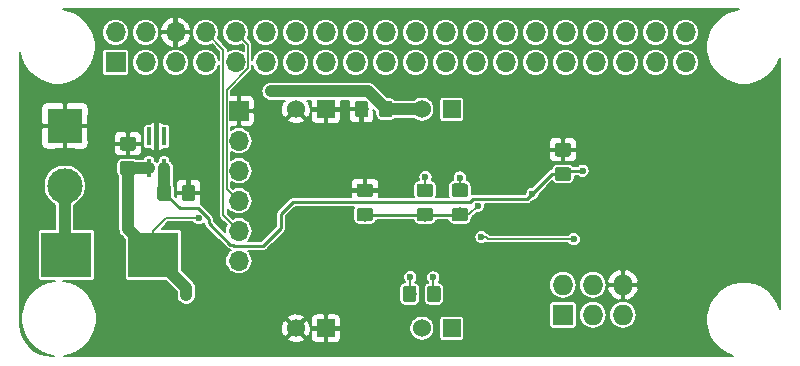
<source format=gtl>
G04 #@! TF.GenerationSoftware,KiCad,Pcbnew,5.1.2*
G04 #@! TF.CreationDate,2019-05-31T13:26:26+02:00*
G04 #@! TF.ProjectId,solarcampi,736f6c61-7263-4616-9d70-692e6b696361,1.0.8*
G04 #@! TF.SameCoordinates,Original*
G04 #@! TF.FileFunction,Copper,L1,Top*
G04 #@! TF.FilePolarity,Positive*
%FSLAX46Y46*%
G04 Gerber Fmt 4.6, Leading zero omitted, Abs format (unit mm)*
G04 Created by KiCad (PCBNEW 5.1.2) date 2019-05-31 13:26:26*
%MOMM*%
%LPD*%
G04 APERTURE LIST*
%ADD10C,3.000000*%
%ADD11R,3.000000X3.000000*%
%ADD12C,1.524000*%
%ADD13R,1.524000X1.524000*%
%ADD14R,4.240000X3.810000*%
%ADD15C,0.100000*%
%ADD16C,1.150000*%
%ADD17R,0.400000X1.500000*%
%ADD18O,1.700000X1.700000*%
%ADD19R,1.700000X1.700000*%
%ADD20O,1.727200X1.727200*%
%ADD21R,1.727200X1.727200*%
%ADD22C,0.600000*%
%ADD23C,1.000000*%
%ADD24C,0.127000*%
%ADD25C,0.250000*%
%ADD26C,0.200000*%
G04 APERTURE END LIST*
D10*
X54102000Y-64262000D03*
D11*
X54102000Y-59182000D03*
D12*
X73660000Y-76327000D03*
D13*
X86868000Y-76327000D03*
D12*
X73660000Y-57785000D03*
D13*
X86868000Y-57785000D03*
X76200000Y-57785000D03*
X76200000Y-76327000D03*
D12*
X84328000Y-76327000D03*
X84328000Y-57785000D03*
D14*
X61597000Y-70104000D03*
X54227000Y-70104000D03*
D15*
G36*
X79974505Y-64071204D02*
G01*
X79998773Y-64074804D01*
X80022572Y-64080765D01*
X80045671Y-64089030D01*
X80067850Y-64099520D01*
X80088893Y-64112132D01*
X80108599Y-64126747D01*
X80126777Y-64143223D01*
X80143253Y-64161401D01*
X80157868Y-64181107D01*
X80170480Y-64202150D01*
X80180970Y-64224329D01*
X80189235Y-64247428D01*
X80195196Y-64271227D01*
X80198796Y-64295495D01*
X80200000Y-64319999D01*
X80200000Y-64970001D01*
X80198796Y-64994505D01*
X80195196Y-65018773D01*
X80189235Y-65042572D01*
X80180970Y-65065671D01*
X80170480Y-65087850D01*
X80157868Y-65108893D01*
X80143253Y-65128599D01*
X80126777Y-65146777D01*
X80108599Y-65163253D01*
X80088893Y-65177868D01*
X80067850Y-65190480D01*
X80045671Y-65200970D01*
X80022572Y-65209235D01*
X79998773Y-65215196D01*
X79974505Y-65218796D01*
X79950001Y-65220000D01*
X79049999Y-65220000D01*
X79025495Y-65218796D01*
X79001227Y-65215196D01*
X78977428Y-65209235D01*
X78954329Y-65200970D01*
X78932150Y-65190480D01*
X78911107Y-65177868D01*
X78891401Y-65163253D01*
X78873223Y-65146777D01*
X78856747Y-65128599D01*
X78842132Y-65108893D01*
X78829520Y-65087850D01*
X78819030Y-65065671D01*
X78810765Y-65042572D01*
X78804804Y-65018773D01*
X78801204Y-64994505D01*
X78800000Y-64970001D01*
X78800000Y-64319999D01*
X78801204Y-64295495D01*
X78804804Y-64271227D01*
X78810765Y-64247428D01*
X78819030Y-64224329D01*
X78829520Y-64202150D01*
X78842132Y-64181107D01*
X78856747Y-64161401D01*
X78873223Y-64143223D01*
X78891401Y-64126747D01*
X78911107Y-64112132D01*
X78932150Y-64099520D01*
X78954329Y-64089030D01*
X78977428Y-64080765D01*
X79001227Y-64074804D01*
X79025495Y-64071204D01*
X79049999Y-64070000D01*
X79950001Y-64070000D01*
X79974505Y-64071204D01*
X79974505Y-64071204D01*
G37*
D16*
X79500000Y-64645000D03*
D15*
G36*
X79974505Y-66121204D02*
G01*
X79998773Y-66124804D01*
X80022572Y-66130765D01*
X80045671Y-66139030D01*
X80067850Y-66149520D01*
X80088893Y-66162132D01*
X80108599Y-66176747D01*
X80126777Y-66193223D01*
X80143253Y-66211401D01*
X80157868Y-66231107D01*
X80170480Y-66252150D01*
X80180970Y-66274329D01*
X80189235Y-66297428D01*
X80195196Y-66321227D01*
X80198796Y-66345495D01*
X80200000Y-66369999D01*
X80200000Y-67020001D01*
X80198796Y-67044505D01*
X80195196Y-67068773D01*
X80189235Y-67092572D01*
X80180970Y-67115671D01*
X80170480Y-67137850D01*
X80157868Y-67158893D01*
X80143253Y-67178599D01*
X80126777Y-67196777D01*
X80108599Y-67213253D01*
X80088893Y-67227868D01*
X80067850Y-67240480D01*
X80045671Y-67250970D01*
X80022572Y-67259235D01*
X79998773Y-67265196D01*
X79974505Y-67268796D01*
X79950001Y-67270000D01*
X79049999Y-67270000D01*
X79025495Y-67268796D01*
X79001227Y-67265196D01*
X78977428Y-67259235D01*
X78954329Y-67250970D01*
X78932150Y-67240480D01*
X78911107Y-67227868D01*
X78891401Y-67213253D01*
X78873223Y-67196777D01*
X78856747Y-67178599D01*
X78842132Y-67158893D01*
X78829520Y-67137850D01*
X78819030Y-67115671D01*
X78810765Y-67092572D01*
X78804804Y-67068773D01*
X78801204Y-67044505D01*
X78800000Y-67020001D01*
X78800000Y-66369999D01*
X78801204Y-66345495D01*
X78804804Y-66321227D01*
X78810765Y-66297428D01*
X78819030Y-66274329D01*
X78829520Y-66252150D01*
X78842132Y-66231107D01*
X78856747Y-66211401D01*
X78873223Y-66193223D01*
X78891401Y-66176747D01*
X78911107Y-66162132D01*
X78932150Y-66149520D01*
X78954329Y-66139030D01*
X78977428Y-66130765D01*
X79001227Y-66124804D01*
X79025495Y-66121204D01*
X79049999Y-66120000D01*
X79950001Y-66120000D01*
X79974505Y-66121204D01*
X79974505Y-66121204D01*
G37*
D16*
X79500000Y-66695000D03*
D17*
X62520000Y-62740000D03*
X61220000Y-62740000D03*
X61220000Y-60080000D03*
X61870000Y-60080000D03*
X62520000Y-60080000D03*
D15*
G36*
X85054505Y-66121204D02*
G01*
X85078773Y-66124804D01*
X85102572Y-66130765D01*
X85125671Y-66139030D01*
X85147850Y-66149520D01*
X85168893Y-66162132D01*
X85188599Y-66176747D01*
X85206777Y-66193223D01*
X85223253Y-66211401D01*
X85237868Y-66231107D01*
X85250480Y-66252150D01*
X85260970Y-66274329D01*
X85269235Y-66297428D01*
X85275196Y-66321227D01*
X85278796Y-66345495D01*
X85280000Y-66369999D01*
X85280000Y-67020001D01*
X85278796Y-67044505D01*
X85275196Y-67068773D01*
X85269235Y-67092572D01*
X85260970Y-67115671D01*
X85250480Y-67137850D01*
X85237868Y-67158893D01*
X85223253Y-67178599D01*
X85206777Y-67196777D01*
X85188599Y-67213253D01*
X85168893Y-67227868D01*
X85147850Y-67240480D01*
X85125671Y-67250970D01*
X85102572Y-67259235D01*
X85078773Y-67265196D01*
X85054505Y-67268796D01*
X85030001Y-67270000D01*
X84129999Y-67270000D01*
X84105495Y-67268796D01*
X84081227Y-67265196D01*
X84057428Y-67259235D01*
X84034329Y-67250970D01*
X84012150Y-67240480D01*
X83991107Y-67227868D01*
X83971401Y-67213253D01*
X83953223Y-67196777D01*
X83936747Y-67178599D01*
X83922132Y-67158893D01*
X83909520Y-67137850D01*
X83899030Y-67115671D01*
X83890765Y-67092572D01*
X83884804Y-67068773D01*
X83881204Y-67044505D01*
X83880000Y-67020001D01*
X83880000Y-66369999D01*
X83881204Y-66345495D01*
X83884804Y-66321227D01*
X83890765Y-66297428D01*
X83899030Y-66274329D01*
X83909520Y-66252150D01*
X83922132Y-66231107D01*
X83936747Y-66211401D01*
X83953223Y-66193223D01*
X83971401Y-66176747D01*
X83991107Y-66162132D01*
X84012150Y-66149520D01*
X84034329Y-66139030D01*
X84057428Y-66130765D01*
X84081227Y-66124804D01*
X84105495Y-66121204D01*
X84129999Y-66120000D01*
X85030001Y-66120000D01*
X85054505Y-66121204D01*
X85054505Y-66121204D01*
G37*
D16*
X84580000Y-66695000D03*
D15*
G36*
X85054505Y-64071204D02*
G01*
X85078773Y-64074804D01*
X85102572Y-64080765D01*
X85125671Y-64089030D01*
X85147850Y-64099520D01*
X85168893Y-64112132D01*
X85188599Y-64126747D01*
X85206777Y-64143223D01*
X85223253Y-64161401D01*
X85237868Y-64181107D01*
X85250480Y-64202150D01*
X85260970Y-64224329D01*
X85269235Y-64247428D01*
X85275196Y-64271227D01*
X85278796Y-64295495D01*
X85280000Y-64319999D01*
X85280000Y-64970001D01*
X85278796Y-64994505D01*
X85275196Y-65018773D01*
X85269235Y-65042572D01*
X85260970Y-65065671D01*
X85250480Y-65087850D01*
X85237868Y-65108893D01*
X85223253Y-65128599D01*
X85206777Y-65146777D01*
X85188599Y-65163253D01*
X85168893Y-65177868D01*
X85147850Y-65190480D01*
X85125671Y-65200970D01*
X85102572Y-65209235D01*
X85078773Y-65215196D01*
X85054505Y-65218796D01*
X85030001Y-65220000D01*
X84129999Y-65220000D01*
X84105495Y-65218796D01*
X84081227Y-65215196D01*
X84057428Y-65209235D01*
X84034329Y-65200970D01*
X84012150Y-65190480D01*
X83991107Y-65177868D01*
X83971401Y-65163253D01*
X83953223Y-65146777D01*
X83936747Y-65128599D01*
X83922132Y-65108893D01*
X83909520Y-65087850D01*
X83899030Y-65065671D01*
X83890765Y-65042572D01*
X83884804Y-65018773D01*
X83881204Y-64994505D01*
X83880000Y-64970001D01*
X83880000Y-64319999D01*
X83881204Y-64295495D01*
X83884804Y-64271227D01*
X83890765Y-64247428D01*
X83899030Y-64224329D01*
X83909520Y-64202150D01*
X83922132Y-64181107D01*
X83936747Y-64161401D01*
X83953223Y-64143223D01*
X83971401Y-64126747D01*
X83991107Y-64112132D01*
X84012150Y-64099520D01*
X84034329Y-64089030D01*
X84057428Y-64080765D01*
X84081227Y-64074804D01*
X84105495Y-64071204D01*
X84129999Y-64070000D01*
X85030001Y-64070000D01*
X85054505Y-64071204D01*
X85054505Y-64071204D01*
G37*
D16*
X84580000Y-64645000D03*
D15*
G36*
X88014505Y-66111204D02*
G01*
X88038773Y-66114804D01*
X88062572Y-66120765D01*
X88085671Y-66129030D01*
X88107850Y-66139520D01*
X88128893Y-66152132D01*
X88148599Y-66166747D01*
X88166777Y-66183223D01*
X88183253Y-66201401D01*
X88197868Y-66221107D01*
X88210480Y-66242150D01*
X88220970Y-66264329D01*
X88229235Y-66287428D01*
X88235196Y-66311227D01*
X88238796Y-66335495D01*
X88240000Y-66359999D01*
X88240000Y-67010001D01*
X88238796Y-67034505D01*
X88235196Y-67058773D01*
X88229235Y-67082572D01*
X88220970Y-67105671D01*
X88210480Y-67127850D01*
X88197868Y-67148893D01*
X88183253Y-67168599D01*
X88166777Y-67186777D01*
X88148599Y-67203253D01*
X88128893Y-67217868D01*
X88107850Y-67230480D01*
X88085671Y-67240970D01*
X88062572Y-67249235D01*
X88038773Y-67255196D01*
X88014505Y-67258796D01*
X87990001Y-67260000D01*
X87089999Y-67260000D01*
X87065495Y-67258796D01*
X87041227Y-67255196D01*
X87017428Y-67249235D01*
X86994329Y-67240970D01*
X86972150Y-67230480D01*
X86951107Y-67217868D01*
X86931401Y-67203253D01*
X86913223Y-67186777D01*
X86896747Y-67168599D01*
X86882132Y-67148893D01*
X86869520Y-67127850D01*
X86859030Y-67105671D01*
X86850765Y-67082572D01*
X86844804Y-67058773D01*
X86841204Y-67034505D01*
X86840000Y-67010001D01*
X86840000Y-66359999D01*
X86841204Y-66335495D01*
X86844804Y-66311227D01*
X86850765Y-66287428D01*
X86859030Y-66264329D01*
X86869520Y-66242150D01*
X86882132Y-66221107D01*
X86896747Y-66201401D01*
X86913223Y-66183223D01*
X86931401Y-66166747D01*
X86951107Y-66152132D01*
X86972150Y-66139520D01*
X86994329Y-66129030D01*
X87017428Y-66120765D01*
X87041227Y-66114804D01*
X87065495Y-66111204D01*
X87089999Y-66110000D01*
X87990001Y-66110000D01*
X88014505Y-66111204D01*
X88014505Y-66111204D01*
G37*
D16*
X87540000Y-66685000D03*
D15*
G36*
X88014505Y-64061204D02*
G01*
X88038773Y-64064804D01*
X88062572Y-64070765D01*
X88085671Y-64079030D01*
X88107850Y-64089520D01*
X88128893Y-64102132D01*
X88148599Y-64116747D01*
X88166777Y-64133223D01*
X88183253Y-64151401D01*
X88197868Y-64171107D01*
X88210480Y-64192150D01*
X88220970Y-64214329D01*
X88229235Y-64237428D01*
X88235196Y-64261227D01*
X88238796Y-64285495D01*
X88240000Y-64309999D01*
X88240000Y-64960001D01*
X88238796Y-64984505D01*
X88235196Y-65008773D01*
X88229235Y-65032572D01*
X88220970Y-65055671D01*
X88210480Y-65077850D01*
X88197868Y-65098893D01*
X88183253Y-65118599D01*
X88166777Y-65136777D01*
X88148599Y-65153253D01*
X88128893Y-65167868D01*
X88107850Y-65180480D01*
X88085671Y-65190970D01*
X88062572Y-65199235D01*
X88038773Y-65205196D01*
X88014505Y-65208796D01*
X87990001Y-65210000D01*
X87089999Y-65210000D01*
X87065495Y-65208796D01*
X87041227Y-65205196D01*
X87017428Y-65199235D01*
X86994329Y-65190970D01*
X86972150Y-65180480D01*
X86951107Y-65167868D01*
X86931401Y-65153253D01*
X86913223Y-65136777D01*
X86896747Y-65118599D01*
X86882132Y-65098893D01*
X86869520Y-65077850D01*
X86859030Y-65055671D01*
X86850765Y-65032572D01*
X86844804Y-65008773D01*
X86841204Y-64984505D01*
X86840000Y-64960001D01*
X86840000Y-64309999D01*
X86841204Y-64285495D01*
X86844804Y-64261227D01*
X86850765Y-64237428D01*
X86859030Y-64214329D01*
X86869520Y-64192150D01*
X86882132Y-64171107D01*
X86896747Y-64151401D01*
X86913223Y-64133223D01*
X86931401Y-64116747D01*
X86951107Y-64102132D01*
X86972150Y-64089520D01*
X86994329Y-64079030D01*
X87017428Y-64070765D01*
X87041227Y-64064804D01*
X87065495Y-64061204D01*
X87089999Y-64060000D01*
X87990001Y-64060000D01*
X88014505Y-64061204D01*
X88014505Y-64061204D01*
G37*
D16*
X87540000Y-64635000D03*
D15*
G36*
X85693505Y-72707204D02*
G01*
X85717773Y-72710804D01*
X85741572Y-72716765D01*
X85764671Y-72725030D01*
X85786850Y-72735520D01*
X85807893Y-72748132D01*
X85827599Y-72762747D01*
X85845777Y-72779223D01*
X85862253Y-72797401D01*
X85876868Y-72817107D01*
X85889480Y-72838150D01*
X85899970Y-72860329D01*
X85908235Y-72883428D01*
X85914196Y-72907227D01*
X85917796Y-72931495D01*
X85919000Y-72955999D01*
X85919000Y-73856001D01*
X85917796Y-73880505D01*
X85914196Y-73904773D01*
X85908235Y-73928572D01*
X85899970Y-73951671D01*
X85889480Y-73973850D01*
X85876868Y-73994893D01*
X85862253Y-74014599D01*
X85845777Y-74032777D01*
X85827599Y-74049253D01*
X85807893Y-74063868D01*
X85786850Y-74076480D01*
X85764671Y-74086970D01*
X85741572Y-74095235D01*
X85717773Y-74101196D01*
X85693505Y-74104796D01*
X85669001Y-74106000D01*
X85018999Y-74106000D01*
X84994495Y-74104796D01*
X84970227Y-74101196D01*
X84946428Y-74095235D01*
X84923329Y-74086970D01*
X84901150Y-74076480D01*
X84880107Y-74063868D01*
X84860401Y-74049253D01*
X84842223Y-74032777D01*
X84825747Y-74014599D01*
X84811132Y-73994893D01*
X84798520Y-73973850D01*
X84788030Y-73951671D01*
X84779765Y-73928572D01*
X84773804Y-73904773D01*
X84770204Y-73880505D01*
X84769000Y-73856001D01*
X84769000Y-72955999D01*
X84770204Y-72931495D01*
X84773804Y-72907227D01*
X84779765Y-72883428D01*
X84788030Y-72860329D01*
X84798520Y-72838150D01*
X84811132Y-72817107D01*
X84825747Y-72797401D01*
X84842223Y-72779223D01*
X84860401Y-72762747D01*
X84880107Y-72748132D01*
X84901150Y-72735520D01*
X84923329Y-72725030D01*
X84946428Y-72716765D01*
X84970227Y-72710804D01*
X84994495Y-72707204D01*
X85018999Y-72706000D01*
X85669001Y-72706000D01*
X85693505Y-72707204D01*
X85693505Y-72707204D01*
G37*
D16*
X85344000Y-73406000D03*
D15*
G36*
X83643505Y-72707204D02*
G01*
X83667773Y-72710804D01*
X83691572Y-72716765D01*
X83714671Y-72725030D01*
X83736850Y-72735520D01*
X83757893Y-72748132D01*
X83777599Y-72762747D01*
X83795777Y-72779223D01*
X83812253Y-72797401D01*
X83826868Y-72817107D01*
X83839480Y-72838150D01*
X83849970Y-72860329D01*
X83858235Y-72883428D01*
X83864196Y-72907227D01*
X83867796Y-72931495D01*
X83869000Y-72955999D01*
X83869000Y-73856001D01*
X83867796Y-73880505D01*
X83864196Y-73904773D01*
X83858235Y-73928572D01*
X83849970Y-73951671D01*
X83839480Y-73973850D01*
X83826868Y-73994893D01*
X83812253Y-74014599D01*
X83795777Y-74032777D01*
X83777599Y-74049253D01*
X83757893Y-74063868D01*
X83736850Y-74076480D01*
X83714671Y-74086970D01*
X83691572Y-74095235D01*
X83667773Y-74101196D01*
X83643505Y-74104796D01*
X83619001Y-74106000D01*
X82968999Y-74106000D01*
X82944495Y-74104796D01*
X82920227Y-74101196D01*
X82896428Y-74095235D01*
X82873329Y-74086970D01*
X82851150Y-74076480D01*
X82830107Y-74063868D01*
X82810401Y-74049253D01*
X82792223Y-74032777D01*
X82775747Y-74014599D01*
X82761132Y-73994893D01*
X82748520Y-73973850D01*
X82738030Y-73951671D01*
X82729765Y-73928572D01*
X82723804Y-73904773D01*
X82720204Y-73880505D01*
X82719000Y-73856001D01*
X82719000Y-72955999D01*
X82720204Y-72931495D01*
X82723804Y-72907227D01*
X82729765Y-72883428D01*
X82738030Y-72860329D01*
X82748520Y-72838150D01*
X82761132Y-72817107D01*
X82775747Y-72797401D01*
X82792223Y-72779223D01*
X82810401Y-72762747D01*
X82830107Y-72748132D01*
X82851150Y-72735520D01*
X82873329Y-72725030D01*
X82896428Y-72716765D01*
X82920227Y-72710804D01*
X82944495Y-72707204D01*
X82968999Y-72706000D01*
X83619001Y-72706000D01*
X83643505Y-72707204D01*
X83643505Y-72707204D01*
G37*
D16*
X83294000Y-73406000D03*
D18*
X68834000Y-70612000D03*
X68834000Y-68072000D03*
X68834000Y-65532000D03*
X68834000Y-62992000D03*
X68834000Y-60452000D03*
D19*
X68834000Y-57912000D03*
D20*
X101346000Y-72644000D03*
X101346000Y-75184000D03*
X98806000Y-72644000D03*
X98806000Y-75184000D03*
X96266000Y-72644000D03*
D21*
X96266000Y-75184000D03*
D15*
G36*
X79574505Y-57061204D02*
G01*
X79598773Y-57064804D01*
X79622572Y-57070765D01*
X79645671Y-57079030D01*
X79667850Y-57089520D01*
X79688893Y-57102132D01*
X79708599Y-57116747D01*
X79726777Y-57133223D01*
X79743253Y-57151401D01*
X79757868Y-57171107D01*
X79770480Y-57192150D01*
X79780970Y-57214329D01*
X79789235Y-57237428D01*
X79795196Y-57261227D01*
X79798796Y-57285495D01*
X79800000Y-57309999D01*
X79800000Y-58210001D01*
X79798796Y-58234505D01*
X79795196Y-58258773D01*
X79789235Y-58282572D01*
X79780970Y-58305671D01*
X79770480Y-58327850D01*
X79757868Y-58348893D01*
X79743253Y-58368599D01*
X79726777Y-58386777D01*
X79708599Y-58403253D01*
X79688893Y-58417868D01*
X79667850Y-58430480D01*
X79645671Y-58440970D01*
X79622572Y-58449235D01*
X79598773Y-58455196D01*
X79574505Y-58458796D01*
X79550001Y-58460000D01*
X78899999Y-58460000D01*
X78875495Y-58458796D01*
X78851227Y-58455196D01*
X78827428Y-58449235D01*
X78804329Y-58440970D01*
X78782150Y-58430480D01*
X78761107Y-58417868D01*
X78741401Y-58403253D01*
X78723223Y-58386777D01*
X78706747Y-58368599D01*
X78692132Y-58348893D01*
X78679520Y-58327850D01*
X78669030Y-58305671D01*
X78660765Y-58282572D01*
X78654804Y-58258773D01*
X78651204Y-58234505D01*
X78650000Y-58210001D01*
X78650000Y-57309999D01*
X78651204Y-57285495D01*
X78654804Y-57261227D01*
X78660765Y-57237428D01*
X78669030Y-57214329D01*
X78679520Y-57192150D01*
X78692132Y-57171107D01*
X78706747Y-57151401D01*
X78723223Y-57133223D01*
X78741401Y-57116747D01*
X78761107Y-57102132D01*
X78782150Y-57089520D01*
X78804329Y-57079030D01*
X78827428Y-57070765D01*
X78851227Y-57064804D01*
X78875495Y-57061204D01*
X78899999Y-57060000D01*
X79550001Y-57060000D01*
X79574505Y-57061204D01*
X79574505Y-57061204D01*
G37*
D16*
X79225000Y-57760000D03*
D15*
G36*
X81624505Y-57061204D02*
G01*
X81648773Y-57064804D01*
X81672572Y-57070765D01*
X81695671Y-57079030D01*
X81717850Y-57089520D01*
X81738893Y-57102132D01*
X81758599Y-57116747D01*
X81776777Y-57133223D01*
X81793253Y-57151401D01*
X81807868Y-57171107D01*
X81820480Y-57192150D01*
X81830970Y-57214329D01*
X81839235Y-57237428D01*
X81845196Y-57261227D01*
X81848796Y-57285495D01*
X81850000Y-57309999D01*
X81850000Y-58210001D01*
X81848796Y-58234505D01*
X81845196Y-58258773D01*
X81839235Y-58282572D01*
X81830970Y-58305671D01*
X81820480Y-58327850D01*
X81807868Y-58348893D01*
X81793253Y-58368599D01*
X81776777Y-58386777D01*
X81758599Y-58403253D01*
X81738893Y-58417868D01*
X81717850Y-58430480D01*
X81695671Y-58440970D01*
X81672572Y-58449235D01*
X81648773Y-58455196D01*
X81624505Y-58458796D01*
X81600001Y-58460000D01*
X80949999Y-58460000D01*
X80925495Y-58458796D01*
X80901227Y-58455196D01*
X80877428Y-58449235D01*
X80854329Y-58440970D01*
X80832150Y-58430480D01*
X80811107Y-58417868D01*
X80791401Y-58403253D01*
X80773223Y-58386777D01*
X80756747Y-58368599D01*
X80742132Y-58348893D01*
X80729520Y-58327850D01*
X80719030Y-58305671D01*
X80710765Y-58282572D01*
X80704804Y-58258773D01*
X80701204Y-58234505D01*
X80700000Y-58210001D01*
X80700000Y-57309999D01*
X80701204Y-57285495D01*
X80704804Y-57261227D01*
X80710765Y-57237428D01*
X80719030Y-57214329D01*
X80729520Y-57192150D01*
X80742132Y-57171107D01*
X80756747Y-57151401D01*
X80773223Y-57133223D01*
X80791401Y-57116747D01*
X80811107Y-57102132D01*
X80832150Y-57089520D01*
X80854329Y-57079030D01*
X80877428Y-57070765D01*
X80901227Y-57064804D01*
X80925495Y-57061204D01*
X80949999Y-57060000D01*
X81600001Y-57060000D01*
X81624505Y-57061204D01*
X81624505Y-57061204D01*
G37*
D16*
X81275000Y-57760000D03*
D15*
G36*
X96740505Y-60631204D02*
G01*
X96764773Y-60634804D01*
X96788572Y-60640765D01*
X96811671Y-60649030D01*
X96833850Y-60659520D01*
X96854893Y-60672132D01*
X96874599Y-60686747D01*
X96892777Y-60703223D01*
X96909253Y-60721401D01*
X96923868Y-60741107D01*
X96936480Y-60762150D01*
X96946970Y-60784329D01*
X96955235Y-60807428D01*
X96961196Y-60831227D01*
X96964796Y-60855495D01*
X96966000Y-60879999D01*
X96966000Y-61530001D01*
X96964796Y-61554505D01*
X96961196Y-61578773D01*
X96955235Y-61602572D01*
X96946970Y-61625671D01*
X96936480Y-61647850D01*
X96923868Y-61668893D01*
X96909253Y-61688599D01*
X96892777Y-61706777D01*
X96874599Y-61723253D01*
X96854893Y-61737868D01*
X96833850Y-61750480D01*
X96811671Y-61760970D01*
X96788572Y-61769235D01*
X96764773Y-61775196D01*
X96740505Y-61778796D01*
X96716001Y-61780000D01*
X95815999Y-61780000D01*
X95791495Y-61778796D01*
X95767227Y-61775196D01*
X95743428Y-61769235D01*
X95720329Y-61760970D01*
X95698150Y-61750480D01*
X95677107Y-61737868D01*
X95657401Y-61723253D01*
X95639223Y-61706777D01*
X95622747Y-61688599D01*
X95608132Y-61668893D01*
X95595520Y-61647850D01*
X95585030Y-61625671D01*
X95576765Y-61602572D01*
X95570804Y-61578773D01*
X95567204Y-61554505D01*
X95566000Y-61530001D01*
X95566000Y-60879999D01*
X95567204Y-60855495D01*
X95570804Y-60831227D01*
X95576765Y-60807428D01*
X95585030Y-60784329D01*
X95595520Y-60762150D01*
X95608132Y-60741107D01*
X95622747Y-60721401D01*
X95639223Y-60703223D01*
X95657401Y-60686747D01*
X95677107Y-60672132D01*
X95698150Y-60659520D01*
X95720329Y-60649030D01*
X95743428Y-60640765D01*
X95767227Y-60634804D01*
X95791495Y-60631204D01*
X95815999Y-60630000D01*
X96716001Y-60630000D01*
X96740505Y-60631204D01*
X96740505Y-60631204D01*
G37*
D16*
X96266000Y-61205000D03*
D15*
G36*
X96740505Y-62681204D02*
G01*
X96764773Y-62684804D01*
X96788572Y-62690765D01*
X96811671Y-62699030D01*
X96833850Y-62709520D01*
X96854893Y-62722132D01*
X96874599Y-62736747D01*
X96892777Y-62753223D01*
X96909253Y-62771401D01*
X96923868Y-62791107D01*
X96936480Y-62812150D01*
X96946970Y-62834329D01*
X96955235Y-62857428D01*
X96961196Y-62881227D01*
X96964796Y-62905495D01*
X96966000Y-62929999D01*
X96966000Y-63580001D01*
X96964796Y-63604505D01*
X96961196Y-63628773D01*
X96955235Y-63652572D01*
X96946970Y-63675671D01*
X96936480Y-63697850D01*
X96923868Y-63718893D01*
X96909253Y-63738599D01*
X96892777Y-63756777D01*
X96874599Y-63773253D01*
X96854893Y-63787868D01*
X96833850Y-63800480D01*
X96811671Y-63810970D01*
X96788572Y-63819235D01*
X96764773Y-63825196D01*
X96740505Y-63828796D01*
X96716001Y-63830000D01*
X95815999Y-63830000D01*
X95791495Y-63828796D01*
X95767227Y-63825196D01*
X95743428Y-63819235D01*
X95720329Y-63810970D01*
X95698150Y-63800480D01*
X95677107Y-63787868D01*
X95657401Y-63773253D01*
X95639223Y-63756777D01*
X95622747Y-63738599D01*
X95608132Y-63718893D01*
X95595520Y-63697850D01*
X95585030Y-63675671D01*
X95576765Y-63652572D01*
X95570804Y-63628773D01*
X95567204Y-63604505D01*
X95566000Y-63580001D01*
X95566000Y-62929999D01*
X95567204Y-62905495D01*
X95570804Y-62881227D01*
X95576765Y-62857428D01*
X95585030Y-62834329D01*
X95595520Y-62812150D01*
X95608132Y-62791107D01*
X95622747Y-62771401D01*
X95639223Y-62753223D01*
X95657401Y-62736747D01*
X95677107Y-62722132D01*
X95698150Y-62709520D01*
X95720329Y-62699030D01*
X95743428Y-62690765D01*
X95767227Y-62684804D01*
X95791495Y-62681204D01*
X95815999Y-62680000D01*
X96716001Y-62680000D01*
X96740505Y-62681204D01*
X96740505Y-62681204D01*
G37*
D16*
X96266000Y-63255000D03*
D15*
G36*
X64914505Y-64151204D02*
G01*
X64938773Y-64154804D01*
X64962572Y-64160765D01*
X64985671Y-64169030D01*
X65007850Y-64179520D01*
X65028893Y-64192132D01*
X65048599Y-64206747D01*
X65066777Y-64223223D01*
X65083253Y-64241401D01*
X65097868Y-64261107D01*
X65110480Y-64282150D01*
X65120970Y-64304329D01*
X65129235Y-64327428D01*
X65135196Y-64351227D01*
X65138796Y-64375495D01*
X65140000Y-64399999D01*
X65140000Y-65300001D01*
X65138796Y-65324505D01*
X65135196Y-65348773D01*
X65129235Y-65372572D01*
X65120970Y-65395671D01*
X65110480Y-65417850D01*
X65097868Y-65438893D01*
X65083253Y-65458599D01*
X65066777Y-65476777D01*
X65048599Y-65493253D01*
X65028893Y-65507868D01*
X65007850Y-65520480D01*
X64985671Y-65530970D01*
X64962572Y-65539235D01*
X64938773Y-65545196D01*
X64914505Y-65548796D01*
X64890001Y-65550000D01*
X64239999Y-65550000D01*
X64215495Y-65548796D01*
X64191227Y-65545196D01*
X64167428Y-65539235D01*
X64144329Y-65530970D01*
X64122150Y-65520480D01*
X64101107Y-65507868D01*
X64081401Y-65493253D01*
X64063223Y-65476777D01*
X64046747Y-65458599D01*
X64032132Y-65438893D01*
X64019520Y-65417850D01*
X64009030Y-65395671D01*
X64000765Y-65372572D01*
X63994804Y-65348773D01*
X63991204Y-65324505D01*
X63990000Y-65300001D01*
X63990000Y-64399999D01*
X63991204Y-64375495D01*
X63994804Y-64351227D01*
X64000765Y-64327428D01*
X64009030Y-64304329D01*
X64019520Y-64282150D01*
X64032132Y-64261107D01*
X64046747Y-64241401D01*
X64063223Y-64223223D01*
X64081401Y-64206747D01*
X64101107Y-64192132D01*
X64122150Y-64179520D01*
X64144329Y-64169030D01*
X64167428Y-64160765D01*
X64191227Y-64154804D01*
X64215495Y-64151204D01*
X64239999Y-64150000D01*
X64890001Y-64150000D01*
X64914505Y-64151204D01*
X64914505Y-64151204D01*
G37*
D16*
X64565000Y-64850000D03*
D15*
G36*
X62864505Y-64151204D02*
G01*
X62888773Y-64154804D01*
X62912572Y-64160765D01*
X62935671Y-64169030D01*
X62957850Y-64179520D01*
X62978893Y-64192132D01*
X62998599Y-64206747D01*
X63016777Y-64223223D01*
X63033253Y-64241401D01*
X63047868Y-64261107D01*
X63060480Y-64282150D01*
X63070970Y-64304329D01*
X63079235Y-64327428D01*
X63085196Y-64351227D01*
X63088796Y-64375495D01*
X63090000Y-64399999D01*
X63090000Y-65300001D01*
X63088796Y-65324505D01*
X63085196Y-65348773D01*
X63079235Y-65372572D01*
X63070970Y-65395671D01*
X63060480Y-65417850D01*
X63047868Y-65438893D01*
X63033253Y-65458599D01*
X63016777Y-65476777D01*
X62998599Y-65493253D01*
X62978893Y-65507868D01*
X62957850Y-65520480D01*
X62935671Y-65530970D01*
X62912572Y-65539235D01*
X62888773Y-65545196D01*
X62864505Y-65548796D01*
X62840001Y-65550000D01*
X62189999Y-65550000D01*
X62165495Y-65548796D01*
X62141227Y-65545196D01*
X62117428Y-65539235D01*
X62094329Y-65530970D01*
X62072150Y-65520480D01*
X62051107Y-65507868D01*
X62031401Y-65493253D01*
X62013223Y-65476777D01*
X61996747Y-65458599D01*
X61982132Y-65438893D01*
X61969520Y-65417850D01*
X61959030Y-65395671D01*
X61950765Y-65372572D01*
X61944804Y-65348773D01*
X61941204Y-65324505D01*
X61940000Y-65300001D01*
X61940000Y-64399999D01*
X61941204Y-64375495D01*
X61944804Y-64351227D01*
X61950765Y-64327428D01*
X61959030Y-64304329D01*
X61969520Y-64282150D01*
X61982132Y-64261107D01*
X61996747Y-64241401D01*
X62013223Y-64223223D01*
X62031401Y-64206747D01*
X62051107Y-64192132D01*
X62072150Y-64179520D01*
X62094329Y-64169030D01*
X62117428Y-64160765D01*
X62141227Y-64154804D01*
X62165495Y-64151204D01*
X62189999Y-64150000D01*
X62840001Y-64150000D01*
X62864505Y-64151204D01*
X62864505Y-64151204D01*
G37*
D16*
X62515000Y-64850000D03*
D15*
G36*
X59910505Y-60123204D02*
G01*
X59934773Y-60126804D01*
X59958572Y-60132765D01*
X59981671Y-60141030D01*
X60003850Y-60151520D01*
X60024893Y-60164132D01*
X60044599Y-60178747D01*
X60062777Y-60195223D01*
X60079253Y-60213401D01*
X60093868Y-60233107D01*
X60106480Y-60254150D01*
X60116970Y-60276329D01*
X60125235Y-60299428D01*
X60131196Y-60323227D01*
X60134796Y-60347495D01*
X60136000Y-60371999D01*
X60136000Y-61022001D01*
X60134796Y-61046505D01*
X60131196Y-61070773D01*
X60125235Y-61094572D01*
X60116970Y-61117671D01*
X60106480Y-61139850D01*
X60093868Y-61160893D01*
X60079253Y-61180599D01*
X60062777Y-61198777D01*
X60044599Y-61215253D01*
X60024893Y-61229868D01*
X60003850Y-61242480D01*
X59981671Y-61252970D01*
X59958572Y-61261235D01*
X59934773Y-61267196D01*
X59910505Y-61270796D01*
X59886001Y-61272000D01*
X58985999Y-61272000D01*
X58961495Y-61270796D01*
X58937227Y-61267196D01*
X58913428Y-61261235D01*
X58890329Y-61252970D01*
X58868150Y-61242480D01*
X58847107Y-61229868D01*
X58827401Y-61215253D01*
X58809223Y-61198777D01*
X58792747Y-61180599D01*
X58778132Y-61160893D01*
X58765520Y-61139850D01*
X58755030Y-61117671D01*
X58746765Y-61094572D01*
X58740804Y-61070773D01*
X58737204Y-61046505D01*
X58736000Y-61022001D01*
X58736000Y-60371999D01*
X58737204Y-60347495D01*
X58740804Y-60323227D01*
X58746765Y-60299428D01*
X58755030Y-60276329D01*
X58765520Y-60254150D01*
X58778132Y-60233107D01*
X58792747Y-60213401D01*
X58809223Y-60195223D01*
X58827401Y-60178747D01*
X58847107Y-60164132D01*
X58868150Y-60151520D01*
X58890329Y-60141030D01*
X58913428Y-60132765D01*
X58937227Y-60126804D01*
X58961495Y-60123204D01*
X58985999Y-60122000D01*
X59886001Y-60122000D01*
X59910505Y-60123204D01*
X59910505Y-60123204D01*
G37*
D16*
X59436000Y-60697000D03*
D15*
G36*
X59910505Y-62173204D02*
G01*
X59934773Y-62176804D01*
X59958572Y-62182765D01*
X59981671Y-62191030D01*
X60003850Y-62201520D01*
X60024893Y-62214132D01*
X60044599Y-62228747D01*
X60062777Y-62245223D01*
X60079253Y-62263401D01*
X60093868Y-62283107D01*
X60106480Y-62304150D01*
X60116970Y-62326329D01*
X60125235Y-62349428D01*
X60131196Y-62373227D01*
X60134796Y-62397495D01*
X60136000Y-62421999D01*
X60136000Y-63072001D01*
X60134796Y-63096505D01*
X60131196Y-63120773D01*
X60125235Y-63144572D01*
X60116970Y-63167671D01*
X60106480Y-63189850D01*
X60093868Y-63210893D01*
X60079253Y-63230599D01*
X60062777Y-63248777D01*
X60044599Y-63265253D01*
X60024893Y-63279868D01*
X60003850Y-63292480D01*
X59981671Y-63302970D01*
X59958572Y-63311235D01*
X59934773Y-63317196D01*
X59910505Y-63320796D01*
X59886001Y-63322000D01*
X58985999Y-63322000D01*
X58961495Y-63320796D01*
X58937227Y-63317196D01*
X58913428Y-63311235D01*
X58890329Y-63302970D01*
X58868150Y-63292480D01*
X58847107Y-63279868D01*
X58827401Y-63265253D01*
X58809223Y-63248777D01*
X58792747Y-63230599D01*
X58778132Y-63210893D01*
X58765520Y-63189850D01*
X58755030Y-63167671D01*
X58746765Y-63144572D01*
X58740804Y-63120773D01*
X58737204Y-63096505D01*
X58736000Y-63072001D01*
X58736000Y-62421999D01*
X58737204Y-62397495D01*
X58740804Y-62373227D01*
X58746765Y-62349428D01*
X58755030Y-62326329D01*
X58765520Y-62304150D01*
X58778132Y-62283107D01*
X58792747Y-62263401D01*
X58809223Y-62245223D01*
X58827401Y-62228747D01*
X58847107Y-62214132D01*
X58868150Y-62201520D01*
X58890329Y-62191030D01*
X58913428Y-62182765D01*
X58937227Y-62176804D01*
X58961495Y-62173204D01*
X58985999Y-62172000D01*
X59886001Y-62172000D01*
X59910505Y-62173204D01*
X59910505Y-62173204D01*
G37*
D16*
X59436000Y-62747000D03*
D18*
X106660000Y-51260000D03*
X106660000Y-53800000D03*
X104120000Y-51260000D03*
X104120000Y-53800000D03*
X101580000Y-51260000D03*
X101580000Y-53800000D03*
X99040000Y-51260000D03*
X99040000Y-53800000D03*
X96500000Y-51260000D03*
X96500000Y-53800000D03*
X93960000Y-51260000D03*
X93960000Y-53800000D03*
X91420000Y-51260000D03*
X91420000Y-53800000D03*
X88880000Y-51260000D03*
X88880000Y-53800000D03*
X86340000Y-51260000D03*
X86340000Y-53800000D03*
X83800000Y-51260000D03*
X83800000Y-53800000D03*
X81260000Y-51260000D03*
X81260000Y-53800000D03*
X78720000Y-51260000D03*
X78720000Y-53800000D03*
X76180000Y-51260000D03*
X76180000Y-53800000D03*
X73640000Y-51260000D03*
X73640000Y-53800000D03*
X71100000Y-51260000D03*
X71100000Y-53800000D03*
X68560000Y-51260000D03*
X68560000Y-53800000D03*
X66020000Y-51260000D03*
X66020000Y-53800000D03*
X63480000Y-51260000D03*
X63480000Y-53800000D03*
X60940000Y-51260000D03*
X60940000Y-53800000D03*
X58400000Y-51260000D03*
D19*
X58400000Y-53800000D03*
D22*
X89300000Y-60380000D03*
X86030000Y-61010000D03*
X80840000Y-60800000D03*
X103420000Y-60710000D03*
X72670000Y-62850000D03*
X74310000Y-66740000D03*
X72130000Y-64830000D03*
X84450000Y-61030000D03*
X83350000Y-71990000D03*
X64380000Y-73540000D03*
X65440000Y-67000000D03*
X97940000Y-62980000D03*
X93690000Y-64920000D03*
X71550000Y-56260000D03*
X85290000Y-72010000D03*
X89370000Y-68610000D03*
X97190000Y-68780000D03*
X89090000Y-65935000D03*
X87550000Y-63560000D03*
X84630000Y-63530000D03*
D23*
X59436000Y-67943000D02*
X61597000Y-70104000D01*
X59436000Y-62747000D02*
X59436000Y-67943000D01*
X61213000Y-62747000D02*
X61220000Y-62740000D01*
X59436000Y-62747000D02*
X61213000Y-62747000D01*
D24*
X83350000Y-73350000D02*
X83294000Y-73406000D01*
X83350000Y-71990000D02*
X83350000Y-73350000D01*
D23*
X64380000Y-72887000D02*
X61597000Y-70104000D01*
X64380000Y-73540000D02*
X64380000Y-72887000D01*
D24*
X61597000Y-68072000D02*
X61597000Y-70104000D01*
X62669000Y-67000000D02*
X61597000Y-68072000D01*
X65440000Y-67000000D02*
X62669000Y-67000000D01*
D23*
X62520000Y-64845000D02*
X62515000Y-64850000D01*
X62520000Y-62740000D02*
X62520000Y-64845000D01*
D25*
X96541000Y-62980000D02*
X96266000Y-63255000D01*
X97940000Y-62980000D02*
X96541000Y-62980000D01*
X96266000Y-63255000D02*
X95355000Y-63255000D01*
X95355000Y-63255000D02*
X93690000Y-64920000D01*
X93227001Y-65382999D02*
X88627001Y-65382999D01*
X93690000Y-64920000D02*
X93227001Y-65382999D01*
X88627001Y-65382999D02*
X88380000Y-65630000D01*
X88380000Y-65630000D02*
X73430000Y-65630000D01*
X72425999Y-66634001D02*
X72425999Y-67824001D01*
X73430000Y-65630000D02*
X72425999Y-66634001D01*
X72425999Y-67824001D02*
X70920000Y-69330000D01*
X68461038Y-69330000D02*
X68361038Y-69230000D01*
X70920000Y-69330000D02*
X68461038Y-69330000D01*
X68120000Y-69230000D02*
X66290000Y-67400000D01*
X68361038Y-69230000D02*
X68120000Y-69230000D01*
X66290000Y-67033038D02*
X65406962Y-66150000D01*
X66290000Y-67400000D02*
X66290000Y-67033038D01*
X63815000Y-66150000D02*
X62515000Y-64850000D01*
X65406962Y-66150000D02*
X63815000Y-66150000D01*
D23*
X84303000Y-57760000D02*
X84328000Y-57785000D01*
X81275000Y-57760000D02*
X84303000Y-57760000D01*
X79775000Y-56260000D02*
X71550000Y-56260000D01*
X81275000Y-57760000D02*
X79775000Y-56260000D01*
X54102000Y-69979000D02*
X54227000Y-70104000D01*
X54102000Y-64262000D02*
X54102000Y-69979000D01*
D24*
X67984001Y-64682001D02*
X68834000Y-65532000D01*
X67793499Y-64491499D02*
X67984001Y-64682001D01*
X67793499Y-56106443D02*
X67793499Y-64491499D01*
X69600501Y-54299441D02*
X67793499Y-56106443D01*
X69600501Y-52300501D02*
X69600501Y-54299441D01*
X68560000Y-51260000D02*
X69600501Y-52300501D01*
X67984001Y-67222001D02*
X68834000Y-68072000D01*
X67519499Y-66757499D02*
X67984001Y-67222001D01*
X67519499Y-52759499D02*
X67519499Y-66757499D01*
X66020000Y-51260000D02*
X67519499Y-52759499D01*
X85290000Y-73352000D02*
X85344000Y-73406000D01*
X85290000Y-72010000D02*
X85290000Y-73352000D01*
X89794264Y-68610000D02*
X89944264Y-68760000D01*
X89370000Y-68610000D02*
X89794264Y-68610000D01*
X89944264Y-68760000D02*
X97170000Y-68760000D01*
X97170000Y-68760000D02*
X97190000Y-68780000D01*
X88340000Y-66685000D02*
X89090000Y-65935000D01*
X87540000Y-66685000D02*
X88340000Y-66685000D01*
D25*
X79500000Y-66695000D02*
X84580000Y-66695000D01*
X87530000Y-66695000D02*
X87540000Y-66685000D01*
X84580000Y-66695000D02*
X87530000Y-66695000D01*
D24*
X87550000Y-64625000D02*
X87540000Y-64635000D01*
X87550000Y-63560000D02*
X87550000Y-64625000D01*
X84630000Y-64595000D02*
X84580000Y-64645000D01*
X84630000Y-63530000D02*
X84630000Y-64595000D01*
D26*
G36*
X110666595Y-49422975D02*
G01*
X110084232Y-49664197D01*
X109560119Y-50014398D01*
X109114398Y-50460119D01*
X108764197Y-50984232D01*
X108522975Y-51566595D01*
X108400000Y-52184828D01*
X108400000Y-52815172D01*
X108522975Y-53433405D01*
X108764197Y-54015768D01*
X109114398Y-54539881D01*
X109560119Y-54985602D01*
X110084232Y-55335803D01*
X110666595Y-55577025D01*
X111284828Y-55700000D01*
X111915172Y-55700000D01*
X112533405Y-55577025D01*
X113115768Y-55335803D01*
X113639881Y-54985602D01*
X114085602Y-54539881D01*
X114435803Y-54015768D01*
X114675000Y-53438294D01*
X114675001Y-74661708D01*
X114435803Y-74084232D01*
X114085602Y-73560119D01*
X113639881Y-73114398D01*
X113115768Y-72764197D01*
X112533405Y-72522975D01*
X111915172Y-72400000D01*
X111284828Y-72400000D01*
X110666595Y-72522975D01*
X110084232Y-72764197D01*
X109560119Y-73114398D01*
X109114398Y-73560119D01*
X108764197Y-74084232D01*
X108522975Y-74666595D01*
X108400000Y-75284828D01*
X108400000Y-75915172D01*
X108522975Y-76533405D01*
X108764197Y-77115768D01*
X109114398Y-77639881D01*
X109560119Y-78085602D01*
X110084232Y-78435803D01*
X110661706Y-78675000D01*
X54040855Y-78675000D01*
X54533405Y-78577025D01*
X55115768Y-78335803D01*
X55639881Y-77985602D01*
X56085602Y-77539881D01*
X56310758Y-77202910D01*
X72925511Y-77202910D01*
X72997849Y-77408504D01*
X73221563Y-77516902D01*
X73462125Y-77579574D01*
X73710292Y-77594110D01*
X73956527Y-77559951D01*
X74191366Y-77478411D01*
X74322151Y-77408504D01*
X74394489Y-77202910D01*
X74280579Y-77089000D01*
X74935581Y-77089000D01*
X74945235Y-77187017D01*
X74973825Y-77281267D01*
X75020254Y-77368129D01*
X75082736Y-77444264D01*
X75158871Y-77506746D01*
X75245733Y-77553175D01*
X75339983Y-77581765D01*
X75438000Y-77591419D01*
X75975000Y-77589000D01*
X76100000Y-77464000D01*
X76100000Y-76427000D01*
X76300000Y-76427000D01*
X76300000Y-77464000D01*
X76425000Y-77589000D01*
X76962000Y-77591419D01*
X77060017Y-77581765D01*
X77154267Y-77553175D01*
X77241129Y-77506746D01*
X77317264Y-77444264D01*
X77379746Y-77368129D01*
X77426175Y-77281267D01*
X77454765Y-77187017D01*
X77464419Y-77089000D01*
X77462000Y-76552000D01*
X77337000Y-76427000D01*
X76300000Y-76427000D01*
X76100000Y-76427000D01*
X75063000Y-76427000D01*
X74938000Y-76552000D01*
X74935581Y-77089000D01*
X74280579Y-77089000D01*
X73660000Y-76468421D01*
X72925511Y-77202910D01*
X56310758Y-77202910D01*
X56435803Y-77015768D01*
X56677025Y-76433405D01*
X56688186Y-76377292D01*
X72392890Y-76377292D01*
X72427049Y-76623527D01*
X72508589Y-76858366D01*
X72578496Y-76989151D01*
X72784090Y-77061489D01*
X73518579Y-76327000D01*
X73801421Y-76327000D01*
X74535910Y-77061489D01*
X74741504Y-76989151D01*
X74849902Y-76765437D01*
X74912574Y-76524875D01*
X74927110Y-76276708D01*
X74892951Y-76030473D01*
X74811411Y-75795634D01*
X74741504Y-75664849D01*
X74535910Y-75592511D01*
X73801421Y-76327000D01*
X73518579Y-76327000D01*
X72784090Y-75592511D01*
X72578496Y-75664849D01*
X72470098Y-75888563D01*
X72407426Y-76129125D01*
X72392890Y-76377292D01*
X56688186Y-76377292D01*
X56800000Y-75815172D01*
X56800000Y-75451090D01*
X72925511Y-75451090D01*
X73660000Y-76185579D01*
X74280579Y-75565000D01*
X74935581Y-75565000D01*
X74938000Y-76102000D01*
X75063000Y-76227000D01*
X76100000Y-76227000D01*
X76100000Y-75190000D01*
X76300000Y-75190000D01*
X76300000Y-76227000D01*
X77337000Y-76227000D01*
X77341598Y-76222402D01*
X83266000Y-76222402D01*
X83266000Y-76431598D01*
X83306812Y-76636774D01*
X83386867Y-76830046D01*
X83503090Y-77003986D01*
X83651014Y-77151910D01*
X83824954Y-77268133D01*
X84018226Y-77348188D01*
X84223402Y-77389000D01*
X84432598Y-77389000D01*
X84637774Y-77348188D01*
X84831046Y-77268133D01*
X85004986Y-77151910D01*
X85152910Y-77003986D01*
X85269133Y-76830046D01*
X85349188Y-76636774D01*
X85390000Y-76431598D01*
X85390000Y-76222402D01*
X85349188Y-76017226D01*
X85269133Y-75823954D01*
X85152910Y-75650014D01*
X85067896Y-75565000D01*
X85804549Y-75565000D01*
X85804549Y-77089000D01*
X85810341Y-77147810D01*
X85827496Y-77204360D01*
X85855353Y-77256477D01*
X85892842Y-77302158D01*
X85938523Y-77339647D01*
X85990640Y-77367504D01*
X86047190Y-77384659D01*
X86106000Y-77390451D01*
X87630000Y-77390451D01*
X87688810Y-77384659D01*
X87745360Y-77367504D01*
X87797477Y-77339647D01*
X87843158Y-77302158D01*
X87880647Y-77256477D01*
X87908504Y-77204360D01*
X87925659Y-77147810D01*
X87931451Y-77089000D01*
X87931451Y-75565000D01*
X87925659Y-75506190D01*
X87908504Y-75449640D01*
X87880647Y-75397523D01*
X87843158Y-75351842D01*
X87797477Y-75314353D01*
X87745360Y-75286496D01*
X87688810Y-75269341D01*
X87630000Y-75263549D01*
X86106000Y-75263549D01*
X86047190Y-75269341D01*
X85990640Y-75286496D01*
X85938523Y-75314353D01*
X85892842Y-75351842D01*
X85855353Y-75397523D01*
X85827496Y-75449640D01*
X85810341Y-75506190D01*
X85804549Y-75565000D01*
X85067896Y-75565000D01*
X85004986Y-75502090D01*
X84831046Y-75385867D01*
X84637774Y-75305812D01*
X84432598Y-75265000D01*
X84223402Y-75265000D01*
X84018226Y-75305812D01*
X83824954Y-75385867D01*
X83651014Y-75502090D01*
X83503090Y-75650014D01*
X83386867Y-75823954D01*
X83306812Y-76017226D01*
X83266000Y-76222402D01*
X77341598Y-76222402D01*
X77462000Y-76102000D01*
X77464419Y-75565000D01*
X77454765Y-75466983D01*
X77426175Y-75372733D01*
X77379746Y-75285871D01*
X77317264Y-75209736D01*
X77241129Y-75147254D01*
X77154267Y-75100825D01*
X77060017Y-75072235D01*
X76962000Y-75062581D01*
X76425000Y-75065000D01*
X76300000Y-75190000D01*
X76100000Y-75190000D01*
X75975000Y-75065000D01*
X75438000Y-75062581D01*
X75339983Y-75072235D01*
X75245733Y-75100825D01*
X75158871Y-75147254D01*
X75082736Y-75209736D01*
X75020254Y-75285871D01*
X74973825Y-75372733D01*
X74945235Y-75466983D01*
X74935581Y-75565000D01*
X74280579Y-75565000D01*
X74394489Y-75451090D01*
X74322151Y-75245496D01*
X74098437Y-75137098D01*
X73857875Y-75074426D01*
X73609708Y-75059890D01*
X73363473Y-75094049D01*
X73128634Y-75175589D01*
X72997849Y-75245496D01*
X72925511Y-75451090D01*
X56800000Y-75451090D01*
X56800000Y-75184828D01*
X56677025Y-74566595D01*
X56435803Y-73984232D01*
X56085602Y-73460119D01*
X55639881Y-73014398D01*
X55115768Y-72664197D01*
X54533405Y-72422975D01*
X53967712Y-72310451D01*
X56347000Y-72310451D01*
X56405810Y-72304659D01*
X56462360Y-72287504D01*
X56514477Y-72259647D01*
X56560158Y-72222158D01*
X56597647Y-72176477D01*
X56625504Y-72124360D01*
X56642659Y-72067810D01*
X56648451Y-72009000D01*
X56648451Y-68199000D01*
X56642659Y-68140190D01*
X56625504Y-68083640D01*
X56597647Y-68031523D01*
X56560158Y-67985842D01*
X56514477Y-67948353D01*
X56462360Y-67920496D01*
X56405810Y-67903341D01*
X56347000Y-67897549D01*
X54902000Y-67897549D01*
X54902000Y-65878935D01*
X54954620Y-65857139D01*
X55249433Y-65660151D01*
X55500151Y-65409433D01*
X55697139Y-65114620D01*
X55832827Y-64787041D01*
X55902000Y-64439284D01*
X55902000Y-64084716D01*
X55832827Y-63736959D01*
X55697139Y-63409380D01*
X55500151Y-63114567D01*
X55249433Y-62863849D01*
X54954620Y-62666861D01*
X54627041Y-62531173D01*
X54279284Y-62462000D01*
X53924716Y-62462000D01*
X53576959Y-62531173D01*
X53249380Y-62666861D01*
X52954567Y-62863849D01*
X52703849Y-63114567D01*
X52506861Y-63409380D01*
X52371173Y-63736959D01*
X52302000Y-64084716D01*
X52302000Y-64439284D01*
X52371173Y-64787041D01*
X52506861Y-65114620D01*
X52703849Y-65409433D01*
X52954567Y-65660151D01*
X53249380Y-65857139D01*
X53302000Y-65878935D01*
X53302001Y-67897549D01*
X52107000Y-67897549D01*
X52048190Y-67903341D01*
X51991640Y-67920496D01*
X51939523Y-67948353D01*
X51893842Y-67985842D01*
X51856353Y-68031523D01*
X51828496Y-68083640D01*
X51811341Y-68140190D01*
X51805549Y-68199000D01*
X51805549Y-72009000D01*
X51811341Y-72067810D01*
X51828496Y-72124360D01*
X51856353Y-72176477D01*
X51893842Y-72222158D01*
X51939523Y-72259647D01*
X51991640Y-72287504D01*
X52048190Y-72304659D01*
X52107000Y-72310451D01*
X53232288Y-72310451D01*
X52666595Y-72422975D01*
X52084232Y-72664197D01*
X51560119Y-73014398D01*
X51114398Y-73460119D01*
X50764197Y-73984232D01*
X50522975Y-74566595D01*
X50400000Y-75184828D01*
X50400000Y-75815172D01*
X50522975Y-76433405D01*
X50764197Y-77015768D01*
X51114398Y-77539881D01*
X51560119Y-77985602D01*
X52084232Y-78335803D01*
X52666595Y-78577025D01*
X53159145Y-78675000D01*
X53015896Y-78675000D01*
X52480726Y-78622526D01*
X51981230Y-78471719D01*
X51520542Y-78226768D01*
X51116201Y-77896995D01*
X50783617Y-77494970D01*
X50535452Y-77035997D01*
X50381164Y-76537575D01*
X50325014Y-76003342D01*
X50325000Y-75999441D01*
X50325000Y-62421999D01*
X58434549Y-62421999D01*
X58434549Y-63072001D01*
X58445145Y-63179584D01*
X58476526Y-63283032D01*
X58527485Y-63378370D01*
X58596065Y-63461935D01*
X58636000Y-63494709D01*
X58636001Y-67903699D01*
X58632130Y-67943000D01*
X58647577Y-68099827D01*
X58693321Y-68250627D01*
X58767607Y-68389606D01*
X58833767Y-68470222D01*
X58867579Y-68511422D01*
X58898098Y-68536468D01*
X59175549Y-68813919D01*
X59175549Y-72009000D01*
X59181341Y-72067810D01*
X59198496Y-72124360D01*
X59226353Y-72176477D01*
X59263842Y-72222158D01*
X59309523Y-72259647D01*
X59361640Y-72287504D01*
X59418190Y-72304659D01*
X59477000Y-72310451D01*
X62672080Y-72310451D01*
X63580000Y-73218371D01*
X63580000Y-73579292D01*
X63591576Y-73696826D01*
X63637321Y-73847627D01*
X63711607Y-73986605D01*
X63811578Y-74108422D01*
X63933394Y-74208393D01*
X64072372Y-74282679D01*
X64223173Y-74328424D01*
X64380000Y-74343870D01*
X64536826Y-74328424D01*
X64687627Y-74282679D01*
X64826605Y-74208393D01*
X64948422Y-74108422D01*
X65048393Y-73986606D01*
X65122679Y-73847628D01*
X65168424Y-73696827D01*
X65180000Y-73579293D01*
X65180000Y-72955999D01*
X82417549Y-72955999D01*
X82417549Y-73856001D01*
X82428145Y-73963584D01*
X82459526Y-74067032D01*
X82510485Y-74162370D01*
X82579065Y-74245935D01*
X82662630Y-74314515D01*
X82757968Y-74365474D01*
X82861416Y-74396855D01*
X82968999Y-74407451D01*
X83619001Y-74407451D01*
X83726584Y-74396855D01*
X83830032Y-74365474D01*
X83925370Y-74314515D01*
X84008935Y-74245935D01*
X84077515Y-74162370D01*
X84128474Y-74067032D01*
X84159855Y-73963584D01*
X84170451Y-73856001D01*
X84170451Y-72955999D01*
X84467549Y-72955999D01*
X84467549Y-73856001D01*
X84478145Y-73963584D01*
X84509526Y-74067032D01*
X84560485Y-74162370D01*
X84629065Y-74245935D01*
X84712630Y-74314515D01*
X84807968Y-74365474D01*
X84911416Y-74396855D01*
X85018999Y-74407451D01*
X85669001Y-74407451D01*
X85776584Y-74396855D01*
X85880032Y-74365474D01*
X85964359Y-74320400D01*
X95100949Y-74320400D01*
X95100949Y-76047600D01*
X95106741Y-76106410D01*
X95123896Y-76162960D01*
X95151753Y-76215077D01*
X95189242Y-76260758D01*
X95234923Y-76298247D01*
X95287040Y-76326104D01*
X95343590Y-76343259D01*
X95402400Y-76349051D01*
X97129600Y-76349051D01*
X97188410Y-76343259D01*
X97244960Y-76326104D01*
X97297077Y-76298247D01*
X97342758Y-76260758D01*
X97380247Y-76215077D01*
X97408104Y-76162960D01*
X97425259Y-76106410D01*
X97431051Y-76047600D01*
X97431051Y-75184000D01*
X97636770Y-75184000D01*
X97659236Y-75412105D01*
X97725772Y-75631445D01*
X97833821Y-75833589D01*
X97979230Y-76010770D01*
X98156411Y-76156179D01*
X98358555Y-76264228D01*
X98577895Y-76330764D01*
X98748837Y-76347600D01*
X98863163Y-76347600D01*
X99034105Y-76330764D01*
X99253445Y-76264228D01*
X99455589Y-76156179D01*
X99632770Y-76010770D01*
X99778179Y-75833589D01*
X99886228Y-75631445D01*
X99952764Y-75412105D01*
X99975230Y-75184000D01*
X100176770Y-75184000D01*
X100199236Y-75412105D01*
X100265772Y-75631445D01*
X100373821Y-75833589D01*
X100519230Y-76010770D01*
X100696411Y-76156179D01*
X100898555Y-76264228D01*
X101117895Y-76330764D01*
X101288837Y-76347600D01*
X101403163Y-76347600D01*
X101574105Y-76330764D01*
X101793445Y-76264228D01*
X101995589Y-76156179D01*
X102172770Y-76010770D01*
X102318179Y-75833589D01*
X102426228Y-75631445D01*
X102492764Y-75412105D01*
X102515230Y-75184000D01*
X102492764Y-74955895D01*
X102426228Y-74736555D01*
X102318179Y-74534411D01*
X102172770Y-74357230D01*
X101995589Y-74211821D01*
X101793445Y-74103772D01*
X101574105Y-74037236D01*
X101403163Y-74020400D01*
X101288837Y-74020400D01*
X101117895Y-74037236D01*
X100898555Y-74103772D01*
X100696411Y-74211821D01*
X100519230Y-74357230D01*
X100373821Y-74534411D01*
X100265772Y-74736555D01*
X100199236Y-74955895D01*
X100176770Y-75184000D01*
X99975230Y-75184000D01*
X99952764Y-74955895D01*
X99886228Y-74736555D01*
X99778179Y-74534411D01*
X99632770Y-74357230D01*
X99455589Y-74211821D01*
X99253445Y-74103772D01*
X99034105Y-74037236D01*
X98863163Y-74020400D01*
X98748837Y-74020400D01*
X98577895Y-74037236D01*
X98358555Y-74103772D01*
X98156411Y-74211821D01*
X97979230Y-74357230D01*
X97833821Y-74534411D01*
X97725772Y-74736555D01*
X97659236Y-74955895D01*
X97636770Y-75184000D01*
X97431051Y-75184000D01*
X97431051Y-74320400D01*
X97425259Y-74261590D01*
X97408104Y-74205040D01*
X97380247Y-74152923D01*
X97342758Y-74107242D01*
X97297077Y-74069753D01*
X97244960Y-74041896D01*
X97188410Y-74024741D01*
X97129600Y-74018949D01*
X95402400Y-74018949D01*
X95343590Y-74024741D01*
X95287040Y-74041896D01*
X95234923Y-74069753D01*
X95189242Y-74107242D01*
X95151753Y-74152923D01*
X95123896Y-74205040D01*
X95106741Y-74261590D01*
X95100949Y-74320400D01*
X85964359Y-74320400D01*
X85975370Y-74314515D01*
X86058935Y-74245935D01*
X86127515Y-74162370D01*
X86178474Y-74067032D01*
X86209855Y-73963584D01*
X86220451Y-73856001D01*
X86220451Y-72955999D01*
X86209855Y-72848416D01*
X86178474Y-72744968D01*
X86127515Y-72649630D01*
X86122895Y-72644000D01*
X95096770Y-72644000D01*
X95119236Y-72872105D01*
X95185772Y-73091445D01*
X95293821Y-73293589D01*
X95439230Y-73470770D01*
X95616411Y-73616179D01*
X95818555Y-73724228D01*
X96037895Y-73790764D01*
X96208837Y-73807600D01*
X96323163Y-73807600D01*
X96494105Y-73790764D01*
X96713445Y-73724228D01*
X96915589Y-73616179D01*
X97092770Y-73470770D01*
X97238179Y-73293589D01*
X97346228Y-73091445D01*
X97412764Y-72872105D01*
X97435230Y-72644000D01*
X97636770Y-72644000D01*
X97659236Y-72872105D01*
X97725772Y-73091445D01*
X97833821Y-73293589D01*
X97979230Y-73470770D01*
X98156411Y-73616179D01*
X98358555Y-73724228D01*
X98577895Y-73790764D01*
X98748837Y-73807600D01*
X98863163Y-73807600D01*
X99034105Y-73790764D01*
X99253445Y-73724228D01*
X99455589Y-73616179D01*
X99632770Y-73470770D01*
X99778179Y-73293589D01*
X99886228Y-73091445D01*
X99927463Y-72955509D01*
X100018454Y-72955509D01*
X100104735Y-73208515D01*
X100238717Y-73439827D01*
X100415251Y-73640556D01*
X100627554Y-73802988D01*
X100867466Y-73920880D01*
X101034492Y-73971542D01*
X101246000Y-73878557D01*
X101246000Y-72744000D01*
X101446000Y-72744000D01*
X101446000Y-73878557D01*
X101657508Y-73971542D01*
X101824534Y-73920880D01*
X102064446Y-73802988D01*
X102276749Y-73640556D01*
X102453283Y-73439827D01*
X102587265Y-73208515D01*
X102673546Y-72955509D01*
X102580932Y-72744000D01*
X101446000Y-72744000D01*
X101246000Y-72744000D01*
X100111068Y-72744000D01*
X100018454Y-72955509D01*
X99927463Y-72955509D01*
X99952764Y-72872105D01*
X99975230Y-72644000D01*
X99952764Y-72415895D01*
X99927464Y-72332491D01*
X100018454Y-72332491D01*
X100111068Y-72544000D01*
X101246000Y-72544000D01*
X101246000Y-71409443D01*
X101446000Y-71409443D01*
X101446000Y-72544000D01*
X102580932Y-72544000D01*
X102673546Y-72332491D01*
X102587265Y-72079485D01*
X102453283Y-71848173D01*
X102276749Y-71647444D01*
X102064446Y-71485012D01*
X101824534Y-71367120D01*
X101657508Y-71316458D01*
X101446000Y-71409443D01*
X101246000Y-71409443D01*
X101034492Y-71316458D01*
X100867466Y-71367120D01*
X100627554Y-71485012D01*
X100415251Y-71647444D01*
X100238717Y-71848173D01*
X100104735Y-72079485D01*
X100018454Y-72332491D01*
X99927464Y-72332491D01*
X99886228Y-72196555D01*
X99778179Y-71994411D01*
X99632770Y-71817230D01*
X99455589Y-71671821D01*
X99253445Y-71563772D01*
X99034105Y-71497236D01*
X98863163Y-71480400D01*
X98748837Y-71480400D01*
X98577895Y-71497236D01*
X98358555Y-71563772D01*
X98156411Y-71671821D01*
X97979230Y-71817230D01*
X97833821Y-71994411D01*
X97725772Y-72196555D01*
X97659236Y-72415895D01*
X97636770Y-72644000D01*
X97435230Y-72644000D01*
X97412764Y-72415895D01*
X97346228Y-72196555D01*
X97238179Y-71994411D01*
X97092770Y-71817230D01*
X96915589Y-71671821D01*
X96713445Y-71563772D01*
X96494105Y-71497236D01*
X96323163Y-71480400D01*
X96208837Y-71480400D01*
X96037895Y-71497236D01*
X95818555Y-71563772D01*
X95616411Y-71671821D01*
X95439230Y-71817230D01*
X95293821Y-71994411D01*
X95185772Y-72196555D01*
X95119236Y-72415895D01*
X95096770Y-72644000D01*
X86122895Y-72644000D01*
X86058935Y-72566065D01*
X85975370Y-72497485D01*
X85880032Y-72446526D01*
X85776584Y-72415145D01*
X85737256Y-72411272D01*
X85756050Y-72392478D01*
X85821713Y-72294207D01*
X85866942Y-72185014D01*
X85890000Y-72069095D01*
X85890000Y-71950905D01*
X85866942Y-71834986D01*
X85821713Y-71725793D01*
X85756050Y-71627522D01*
X85672478Y-71543950D01*
X85574207Y-71478287D01*
X85465014Y-71433058D01*
X85349095Y-71410000D01*
X85230905Y-71410000D01*
X85114986Y-71433058D01*
X85005793Y-71478287D01*
X84907522Y-71543950D01*
X84823950Y-71627522D01*
X84758287Y-71725793D01*
X84713058Y-71834986D01*
X84690000Y-71950905D01*
X84690000Y-72069095D01*
X84713058Y-72185014D01*
X84758287Y-72294207D01*
X84823950Y-72392478D01*
X84861699Y-72430227D01*
X84807968Y-72446526D01*
X84712630Y-72497485D01*
X84629065Y-72566065D01*
X84560485Y-72649630D01*
X84509526Y-72744968D01*
X84478145Y-72848416D01*
X84467549Y-72955999D01*
X84170451Y-72955999D01*
X84159855Y-72848416D01*
X84128474Y-72744968D01*
X84077515Y-72649630D01*
X84008935Y-72566065D01*
X83925370Y-72497485D01*
X83830032Y-72446526D01*
X83762491Y-72426037D01*
X83816050Y-72372478D01*
X83881713Y-72274207D01*
X83926942Y-72165014D01*
X83950000Y-72049095D01*
X83950000Y-71930905D01*
X83926942Y-71814986D01*
X83881713Y-71705793D01*
X83816050Y-71607522D01*
X83732478Y-71523950D01*
X83634207Y-71458287D01*
X83525014Y-71413058D01*
X83409095Y-71390000D01*
X83290905Y-71390000D01*
X83174986Y-71413058D01*
X83065793Y-71458287D01*
X82967522Y-71523950D01*
X82883950Y-71607522D01*
X82818287Y-71705793D01*
X82773058Y-71814986D01*
X82750000Y-71930905D01*
X82750000Y-72049095D01*
X82773058Y-72165014D01*
X82818287Y-72274207D01*
X82883950Y-72372478D01*
X82920771Y-72409299D01*
X82861416Y-72415145D01*
X82757968Y-72446526D01*
X82662630Y-72497485D01*
X82579065Y-72566065D01*
X82510485Y-72649630D01*
X82459526Y-72744968D01*
X82428145Y-72848416D01*
X82417549Y-72955999D01*
X65180000Y-72955999D01*
X65180000Y-72926282D01*
X65183869Y-72886999D01*
X65180000Y-72847716D01*
X65180000Y-72847707D01*
X65168424Y-72730173D01*
X65122679Y-72579372D01*
X65067452Y-72476050D01*
X65048393Y-72440393D01*
X64973469Y-72349098D01*
X64948422Y-72318578D01*
X64917902Y-72293531D01*
X64018451Y-71394080D01*
X64018451Y-68199000D01*
X64012659Y-68140190D01*
X63995504Y-68083640D01*
X63967647Y-68031523D01*
X63930158Y-67985842D01*
X63884477Y-67948353D01*
X63832360Y-67920496D01*
X63775810Y-67903341D01*
X63717000Y-67897549D01*
X62285517Y-67897549D01*
X62819567Y-67363500D01*
X64961269Y-67363500D01*
X64973950Y-67382478D01*
X65057522Y-67466050D01*
X65155793Y-67531713D01*
X65264986Y-67576942D01*
X65380905Y-67600000D01*
X65499095Y-67600000D01*
X65615014Y-67576942D01*
X65724207Y-67531713D01*
X65822478Y-67466050D01*
X65865238Y-67423290D01*
X65871150Y-67483313D01*
X65895452Y-67563426D01*
X65934916Y-67637259D01*
X65988026Y-67701974D01*
X66004243Y-67715283D01*
X67804719Y-69515760D01*
X67818026Y-69531974D01*
X67882740Y-69585084D01*
X67930855Y-69610801D01*
X67956572Y-69624548D01*
X68036685Y-69648850D01*
X68044327Y-69649603D01*
X68099126Y-69655000D01*
X68099133Y-69655000D01*
X68120000Y-69657055D01*
X68140867Y-69655000D01*
X68187121Y-69655000D01*
X68187237Y-69655095D01*
X68016893Y-69794893D01*
X67873184Y-69970003D01*
X67766398Y-70169785D01*
X67700640Y-70386561D01*
X67678436Y-70612000D01*
X67700640Y-70837439D01*
X67766398Y-71054215D01*
X67873184Y-71253997D01*
X68016893Y-71429107D01*
X68192003Y-71572816D01*
X68391785Y-71679602D01*
X68608561Y-71745360D01*
X68777508Y-71762000D01*
X68890492Y-71762000D01*
X69059439Y-71745360D01*
X69276215Y-71679602D01*
X69475997Y-71572816D01*
X69651107Y-71429107D01*
X69794816Y-71253997D01*
X69901602Y-71054215D01*
X69967360Y-70837439D01*
X69989564Y-70612000D01*
X69967360Y-70386561D01*
X69901602Y-70169785D01*
X69794816Y-69970003D01*
X69651107Y-69794893D01*
X69602497Y-69755000D01*
X70899133Y-69755000D01*
X70920000Y-69757055D01*
X70940867Y-69755000D01*
X70940874Y-69755000D01*
X71003314Y-69748850D01*
X71083427Y-69724548D01*
X71157260Y-69685084D01*
X71221974Y-69631974D01*
X71235283Y-69615757D01*
X72300135Y-68550905D01*
X88770000Y-68550905D01*
X88770000Y-68669095D01*
X88793058Y-68785014D01*
X88838287Y-68894207D01*
X88903950Y-68992478D01*
X88987522Y-69076050D01*
X89085793Y-69141713D01*
X89194986Y-69186942D01*
X89310905Y-69210000D01*
X89429095Y-69210000D01*
X89545014Y-69186942D01*
X89654207Y-69141713D01*
X89752478Y-69076050D01*
X89756645Y-69071883D01*
X89804486Y-69097454D01*
X89873006Y-69118240D01*
X89926414Y-69123500D01*
X89926423Y-69123500D01*
X89944263Y-69125257D01*
X89962103Y-69123500D01*
X96697906Y-69123500D01*
X96723950Y-69162478D01*
X96807522Y-69246050D01*
X96905793Y-69311713D01*
X97014986Y-69356942D01*
X97130905Y-69380000D01*
X97249095Y-69380000D01*
X97365014Y-69356942D01*
X97474207Y-69311713D01*
X97572478Y-69246050D01*
X97656050Y-69162478D01*
X97721713Y-69064207D01*
X97766942Y-68955014D01*
X97790000Y-68839095D01*
X97790000Y-68720905D01*
X97766942Y-68604986D01*
X97721713Y-68495793D01*
X97656050Y-68397522D01*
X97572478Y-68313950D01*
X97474207Y-68248287D01*
X97365014Y-68203058D01*
X97249095Y-68180000D01*
X97130905Y-68180000D01*
X97014986Y-68203058D01*
X96905793Y-68248287D01*
X96807522Y-68313950D01*
X96724972Y-68396500D01*
X90094830Y-68396500D01*
X90063918Y-68365588D01*
X90052540Y-68351724D01*
X89997190Y-68306299D01*
X89934042Y-68272546D01*
X89865522Y-68251760D01*
X89851310Y-68250360D01*
X89836050Y-68227522D01*
X89752478Y-68143950D01*
X89654207Y-68078287D01*
X89545014Y-68033058D01*
X89429095Y-68010000D01*
X89310905Y-68010000D01*
X89194986Y-68033058D01*
X89085793Y-68078287D01*
X88987522Y-68143950D01*
X88903950Y-68227522D01*
X88838287Y-68325793D01*
X88793058Y-68434986D01*
X88770000Y-68550905D01*
X72300135Y-68550905D01*
X72711761Y-68139280D01*
X72727973Y-68125975D01*
X72781083Y-68061261D01*
X72820547Y-67987428D01*
X72844849Y-67907315D01*
X72850999Y-67844875D01*
X72850999Y-67844869D01*
X72853054Y-67824002D01*
X72850999Y-67803135D01*
X72850999Y-66810041D01*
X73606041Y-66055000D01*
X78598567Y-66055000D01*
X78591485Y-66063630D01*
X78540526Y-66158968D01*
X78509145Y-66262416D01*
X78498549Y-66369999D01*
X78498549Y-67020001D01*
X78509145Y-67127584D01*
X78540526Y-67231032D01*
X78591485Y-67326370D01*
X78660065Y-67409935D01*
X78743630Y-67478515D01*
X78838968Y-67529474D01*
X78942416Y-67560855D01*
X79049999Y-67571451D01*
X79950001Y-67571451D01*
X80057584Y-67560855D01*
X80161032Y-67529474D01*
X80256370Y-67478515D01*
X80339935Y-67409935D01*
X80408515Y-67326370D01*
X80459474Y-67231032D01*
X80490855Y-67127584D01*
X80491602Y-67120000D01*
X83588398Y-67120000D01*
X83589145Y-67127584D01*
X83620526Y-67231032D01*
X83671485Y-67326370D01*
X83740065Y-67409935D01*
X83823630Y-67478515D01*
X83918968Y-67529474D01*
X84022416Y-67560855D01*
X84129999Y-67571451D01*
X85030001Y-67571451D01*
X85137584Y-67560855D01*
X85241032Y-67529474D01*
X85336370Y-67478515D01*
X85419935Y-67409935D01*
X85488515Y-67326370D01*
X85539474Y-67231032D01*
X85570855Y-67127584D01*
X85571602Y-67120000D01*
X86549878Y-67120000D01*
X86580526Y-67221032D01*
X86631485Y-67316370D01*
X86700065Y-67399935D01*
X86783630Y-67468515D01*
X86878968Y-67519474D01*
X86982416Y-67550855D01*
X87089999Y-67561451D01*
X87990001Y-67561451D01*
X88097584Y-67550855D01*
X88201032Y-67519474D01*
X88296370Y-67468515D01*
X88379935Y-67399935D01*
X88448515Y-67316370D01*
X88499474Y-67221032D01*
X88530855Y-67117584D01*
X88541451Y-67010001D01*
X88541451Y-66989489D01*
X88542926Y-66988701D01*
X88598276Y-66943276D01*
X88609654Y-66929412D01*
X89008519Y-66530547D01*
X89030905Y-66535000D01*
X89149095Y-66535000D01*
X89265014Y-66511942D01*
X89374207Y-66466713D01*
X89472478Y-66401050D01*
X89556050Y-66317478D01*
X89621713Y-66219207D01*
X89666942Y-66110014D01*
X89690000Y-65994095D01*
X89690000Y-65875905D01*
X89676492Y-65807999D01*
X93206134Y-65807999D01*
X93227001Y-65810054D01*
X93247868Y-65807999D01*
X93247875Y-65807999D01*
X93310315Y-65801849D01*
X93390428Y-65777547D01*
X93464261Y-65738083D01*
X93528975Y-65684973D01*
X93542284Y-65668756D01*
X93691040Y-65520000D01*
X93749095Y-65520000D01*
X93865014Y-65496942D01*
X93974207Y-65451713D01*
X94072478Y-65386050D01*
X94156050Y-65302478D01*
X94221713Y-65204207D01*
X94266942Y-65095014D01*
X94290000Y-64979095D01*
X94290000Y-64921040D01*
X95346055Y-63864985D01*
X95357485Y-63886370D01*
X95426065Y-63969935D01*
X95509630Y-64038515D01*
X95604968Y-64089474D01*
X95708416Y-64120855D01*
X95815999Y-64131451D01*
X96716001Y-64131451D01*
X96823584Y-64120855D01*
X96927032Y-64089474D01*
X97022370Y-64038515D01*
X97105935Y-63969935D01*
X97174515Y-63886370D01*
X97225474Y-63791032D01*
X97256855Y-63687584D01*
X97267451Y-63580001D01*
X97267451Y-63405000D01*
X97516472Y-63405000D01*
X97557522Y-63446050D01*
X97655793Y-63511713D01*
X97764986Y-63556942D01*
X97880905Y-63580000D01*
X97999095Y-63580000D01*
X98115014Y-63556942D01*
X98224207Y-63511713D01*
X98322478Y-63446050D01*
X98406050Y-63362478D01*
X98471713Y-63264207D01*
X98516942Y-63155014D01*
X98540000Y-63039095D01*
X98540000Y-62920905D01*
X98516942Y-62804986D01*
X98471713Y-62695793D01*
X98406050Y-62597522D01*
X98322478Y-62513950D01*
X98224207Y-62448287D01*
X98115014Y-62403058D01*
X97999095Y-62380000D01*
X97880905Y-62380000D01*
X97764986Y-62403058D01*
X97655793Y-62448287D01*
X97557522Y-62513950D01*
X97516472Y-62555000D01*
X97118192Y-62555000D01*
X97105935Y-62540065D01*
X97022370Y-62471485D01*
X96927032Y-62420526D01*
X96823584Y-62389145D01*
X96716001Y-62378549D01*
X95815999Y-62378549D01*
X95708416Y-62389145D01*
X95604968Y-62420526D01*
X95509630Y-62471485D01*
X95426065Y-62540065D01*
X95357485Y-62623630D01*
X95306526Y-62718968D01*
X95275145Y-62822416D01*
X95273813Y-62835941D01*
X95271686Y-62836150D01*
X95191573Y-62860452D01*
X95117740Y-62899916D01*
X95053026Y-62953026D01*
X95039716Y-62969244D01*
X93688960Y-64320000D01*
X93630905Y-64320000D01*
X93514986Y-64343058D01*
X93405793Y-64388287D01*
X93307522Y-64453950D01*
X93223950Y-64537522D01*
X93158287Y-64635793D01*
X93113058Y-64744986D01*
X93090000Y-64860905D01*
X93090000Y-64918960D01*
X93050961Y-64957999D01*
X88647867Y-64957999D01*
X88627000Y-64955944D01*
X88606133Y-64957999D01*
X88606127Y-64957999D01*
X88552099Y-64963320D01*
X88543686Y-64964149D01*
X88540961Y-64964976D01*
X88541451Y-64960001D01*
X88541451Y-64309999D01*
X88530855Y-64202416D01*
X88499474Y-64098968D01*
X88448515Y-64003630D01*
X88379935Y-63920065D01*
X88296370Y-63851485D01*
X88201032Y-63800526D01*
X88111106Y-63773247D01*
X88126942Y-63735014D01*
X88150000Y-63619095D01*
X88150000Y-63500905D01*
X88126942Y-63384986D01*
X88081713Y-63275793D01*
X88016050Y-63177522D01*
X87932478Y-63093950D01*
X87834207Y-63028287D01*
X87725014Y-62983058D01*
X87609095Y-62960000D01*
X87490905Y-62960000D01*
X87374986Y-62983058D01*
X87265793Y-63028287D01*
X87167522Y-63093950D01*
X87083950Y-63177522D01*
X87018287Y-63275793D01*
X86973058Y-63384986D01*
X86950000Y-63500905D01*
X86950000Y-63619095D01*
X86973058Y-63735014D01*
X86987008Y-63768693D01*
X86982416Y-63769145D01*
X86878968Y-63800526D01*
X86783630Y-63851485D01*
X86700065Y-63920065D01*
X86631485Y-64003630D01*
X86580526Y-64098968D01*
X86549145Y-64202416D01*
X86538549Y-64309999D01*
X86538549Y-64960001D01*
X86549145Y-65067584D01*
X86580526Y-65171032D01*
X86598682Y-65205000D01*
X85526663Y-65205000D01*
X85539474Y-65181032D01*
X85570855Y-65077584D01*
X85581451Y-64970001D01*
X85581451Y-64319999D01*
X85570855Y-64212416D01*
X85539474Y-64108968D01*
X85488515Y-64013630D01*
X85419935Y-63930065D01*
X85336370Y-63861485D01*
X85241032Y-63810526D01*
X85171922Y-63789561D01*
X85206942Y-63705014D01*
X85230000Y-63589095D01*
X85230000Y-63470905D01*
X85206942Y-63354986D01*
X85161713Y-63245793D01*
X85096050Y-63147522D01*
X85012478Y-63063950D01*
X84914207Y-62998287D01*
X84805014Y-62953058D01*
X84689095Y-62930000D01*
X84570905Y-62930000D01*
X84454986Y-62953058D01*
X84345793Y-62998287D01*
X84247522Y-63063950D01*
X84163950Y-63147522D01*
X84098287Y-63245793D01*
X84053058Y-63354986D01*
X84030000Y-63470905D01*
X84030000Y-63589095D01*
X84053058Y-63705014D01*
X84081359Y-63773340D01*
X84022416Y-63779145D01*
X83918968Y-63810526D01*
X83823630Y-63861485D01*
X83740065Y-63930065D01*
X83671485Y-64013630D01*
X83620526Y-64108968D01*
X83589145Y-64212416D01*
X83578549Y-64319999D01*
X83578549Y-64970001D01*
X83589145Y-65077584D01*
X83620526Y-65181032D01*
X83633337Y-65205000D01*
X80702315Y-65205000D01*
X80700000Y-64870000D01*
X80575000Y-64745000D01*
X79600000Y-64745000D01*
X79600000Y-64765000D01*
X79400000Y-64765000D01*
X79400000Y-64745000D01*
X78425000Y-64745000D01*
X78300000Y-64870000D01*
X78297685Y-65205000D01*
X73450867Y-65205000D01*
X73430000Y-65202945D01*
X73409133Y-65205000D01*
X73409126Y-65205000D01*
X73354327Y-65210397D01*
X73346685Y-65211150D01*
X73266572Y-65235452D01*
X73240855Y-65249199D01*
X73192740Y-65274916D01*
X73128026Y-65328026D01*
X73114721Y-65344238D01*
X72140242Y-66318718D01*
X72124025Y-66332027D01*
X72070915Y-66396742D01*
X72031451Y-66470575D01*
X72015981Y-66521573D01*
X72009012Y-66544548D01*
X72007149Y-66550688D01*
X72000999Y-66613128D01*
X72000999Y-66613134D01*
X71998944Y-66634001D01*
X72000999Y-66654868D01*
X72001000Y-67647959D01*
X70743960Y-68905000D01*
X69631741Y-68905000D01*
X69651107Y-68889107D01*
X69794816Y-68713997D01*
X69901602Y-68514215D01*
X69967360Y-68297439D01*
X69989564Y-68072000D01*
X69967360Y-67846561D01*
X69901602Y-67629785D01*
X69794816Y-67430003D01*
X69651107Y-67254893D01*
X69475997Y-67111184D01*
X69276215Y-67004398D01*
X69059439Y-66938640D01*
X68890492Y-66922000D01*
X68777508Y-66922000D01*
X68608561Y-66938640D01*
X68391785Y-67004398D01*
X68319240Y-67043174D01*
X68253660Y-66977594D01*
X68253656Y-66977589D01*
X67882999Y-66606933D01*
X67882999Y-66185957D01*
X68016893Y-66349107D01*
X68192003Y-66492816D01*
X68391785Y-66599602D01*
X68608561Y-66665360D01*
X68777508Y-66682000D01*
X68890492Y-66682000D01*
X69059439Y-66665360D01*
X69276215Y-66599602D01*
X69475997Y-66492816D01*
X69651107Y-66349107D01*
X69794816Y-66173997D01*
X69901602Y-65974215D01*
X69967360Y-65757439D01*
X69989564Y-65532000D01*
X69967360Y-65306561D01*
X69901602Y-65089785D01*
X69794816Y-64890003D01*
X69651107Y-64714893D01*
X69475997Y-64571184D01*
X69276215Y-64464398D01*
X69059439Y-64398640D01*
X68890492Y-64382000D01*
X68777508Y-64382000D01*
X68608561Y-64398640D01*
X68391785Y-64464398D01*
X68319240Y-64503174D01*
X68156999Y-64340933D01*
X68156999Y-63924089D01*
X68192003Y-63952816D01*
X68391785Y-64059602D01*
X68608561Y-64125360D01*
X68777508Y-64142000D01*
X68890492Y-64142000D01*
X69059439Y-64125360D01*
X69241937Y-64070000D01*
X78297581Y-64070000D01*
X78300000Y-64420000D01*
X78425000Y-64545000D01*
X79400000Y-64545000D01*
X79400000Y-63695000D01*
X79600000Y-63695000D01*
X79600000Y-64545000D01*
X80575000Y-64545000D01*
X80700000Y-64420000D01*
X80702419Y-64070000D01*
X80692765Y-63971983D01*
X80664175Y-63877733D01*
X80617746Y-63790871D01*
X80555264Y-63714736D01*
X80479129Y-63652254D01*
X80392267Y-63605825D01*
X80298017Y-63577235D01*
X80200000Y-63567581D01*
X79725000Y-63570000D01*
X79600000Y-63695000D01*
X79400000Y-63695000D01*
X79275000Y-63570000D01*
X78800000Y-63567581D01*
X78701983Y-63577235D01*
X78607733Y-63605825D01*
X78520871Y-63652254D01*
X78444736Y-63714736D01*
X78382254Y-63790871D01*
X78335825Y-63877733D01*
X78307235Y-63971983D01*
X78297581Y-64070000D01*
X69241937Y-64070000D01*
X69276215Y-64059602D01*
X69475997Y-63952816D01*
X69651107Y-63809107D01*
X69794816Y-63633997D01*
X69901602Y-63434215D01*
X69967360Y-63217439D01*
X69989564Y-62992000D01*
X69967360Y-62766561D01*
X69901602Y-62549785D01*
X69794816Y-62350003D01*
X69651107Y-62174893D01*
X69475997Y-62031184D01*
X69276215Y-61924398D01*
X69059439Y-61858640D01*
X68890492Y-61842000D01*
X68777508Y-61842000D01*
X68608561Y-61858640D01*
X68391785Y-61924398D01*
X68192003Y-62031184D01*
X68156999Y-62059911D01*
X68156999Y-61780000D01*
X95063581Y-61780000D01*
X95073235Y-61878017D01*
X95101825Y-61972267D01*
X95148254Y-62059129D01*
X95210736Y-62135264D01*
X95286871Y-62197746D01*
X95373733Y-62244175D01*
X95467983Y-62272765D01*
X95566000Y-62282419D01*
X96041000Y-62280000D01*
X96166000Y-62155000D01*
X96166000Y-61305000D01*
X96366000Y-61305000D01*
X96366000Y-62155000D01*
X96491000Y-62280000D01*
X96966000Y-62282419D01*
X97064017Y-62272765D01*
X97158267Y-62244175D01*
X97245129Y-62197746D01*
X97321264Y-62135264D01*
X97383746Y-62059129D01*
X97430175Y-61972267D01*
X97458765Y-61878017D01*
X97468419Y-61780000D01*
X97466000Y-61430000D01*
X97341000Y-61305000D01*
X96366000Y-61305000D01*
X96166000Y-61305000D01*
X95191000Y-61305000D01*
X95066000Y-61430000D01*
X95063581Y-61780000D01*
X68156999Y-61780000D01*
X68156999Y-61384089D01*
X68192003Y-61412816D01*
X68391785Y-61519602D01*
X68608561Y-61585360D01*
X68777508Y-61602000D01*
X68890492Y-61602000D01*
X69059439Y-61585360D01*
X69276215Y-61519602D01*
X69475997Y-61412816D01*
X69651107Y-61269107D01*
X69794816Y-61093997D01*
X69901602Y-60894215D01*
X69967360Y-60677439D01*
X69972032Y-60630000D01*
X95063581Y-60630000D01*
X95066000Y-60980000D01*
X95191000Y-61105000D01*
X96166000Y-61105000D01*
X96166000Y-60255000D01*
X96366000Y-60255000D01*
X96366000Y-61105000D01*
X97341000Y-61105000D01*
X97466000Y-60980000D01*
X97468419Y-60630000D01*
X97458765Y-60531983D01*
X97430175Y-60437733D01*
X97383746Y-60350871D01*
X97321264Y-60274736D01*
X97245129Y-60212254D01*
X97158267Y-60165825D01*
X97064017Y-60137235D01*
X96966000Y-60127581D01*
X96491000Y-60130000D01*
X96366000Y-60255000D01*
X96166000Y-60255000D01*
X96041000Y-60130000D01*
X95566000Y-60127581D01*
X95467983Y-60137235D01*
X95373733Y-60165825D01*
X95286871Y-60212254D01*
X95210736Y-60274736D01*
X95148254Y-60350871D01*
X95101825Y-60437733D01*
X95073235Y-60531983D01*
X95063581Y-60630000D01*
X69972032Y-60630000D01*
X69989564Y-60452000D01*
X69967360Y-60226561D01*
X69901602Y-60009785D01*
X69794816Y-59810003D01*
X69651107Y-59634893D01*
X69475997Y-59491184D01*
X69276215Y-59384398D01*
X69059439Y-59318640D01*
X68890492Y-59302000D01*
X68777508Y-59302000D01*
X68608561Y-59318640D01*
X68391785Y-59384398D01*
X68192003Y-59491184D01*
X68156999Y-59519911D01*
X68156999Y-59263749D01*
X68609000Y-59262000D01*
X68734000Y-59137000D01*
X68734000Y-58012000D01*
X68934000Y-58012000D01*
X68934000Y-59137000D01*
X69059000Y-59262000D01*
X69684000Y-59264419D01*
X69782017Y-59254765D01*
X69876267Y-59226175D01*
X69963129Y-59179746D01*
X70039264Y-59117264D01*
X70101746Y-59041129D01*
X70148175Y-58954267D01*
X70176765Y-58860017D01*
X70186419Y-58762000D01*
X70186028Y-58660910D01*
X72925511Y-58660910D01*
X72997849Y-58866504D01*
X73221563Y-58974902D01*
X73462125Y-59037574D01*
X73710292Y-59052110D01*
X73956527Y-59017951D01*
X74191366Y-58936411D01*
X74322151Y-58866504D01*
X74394489Y-58660910D01*
X74280579Y-58547000D01*
X74935581Y-58547000D01*
X74945235Y-58645017D01*
X74973825Y-58739267D01*
X75020254Y-58826129D01*
X75082736Y-58902264D01*
X75158871Y-58964746D01*
X75245733Y-59011175D01*
X75339983Y-59039765D01*
X75438000Y-59049419D01*
X75975000Y-59047000D01*
X76100000Y-58922000D01*
X76100000Y-57885000D01*
X76300000Y-57885000D01*
X76300000Y-58922000D01*
X76425000Y-59047000D01*
X76962000Y-59049419D01*
X77060017Y-59039765D01*
X77154267Y-59011175D01*
X77241129Y-58964746D01*
X77317264Y-58902264D01*
X77379746Y-58826129D01*
X77426175Y-58739267D01*
X77454765Y-58645017D01*
X77464419Y-58547000D01*
X77464028Y-58460000D01*
X78147581Y-58460000D01*
X78157235Y-58558017D01*
X78185825Y-58652267D01*
X78232254Y-58739129D01*
X78294736Y-58815264D01*
X78370871Y-58877746D01*
X78457733Y-58924175D01*
X78551983Y-58952765D01*
X78650000Y-58962419D01*
X79000000Y-58960000D01*
X79125000Y-58835000D01*
X79125000Y-57860000D01*
X78275000Y-57860000D01*
X78150000Y-57985000D01*
X78147581Y-58460000D01*
X77464028Y-58460000D01*
X77462000Y-58010000D01*
X77337000Y-57885000D01*
X76300000Y-57885000D01*
X76100000Y-57885000D01*
X75063000Y-57885000D01*
X74938000Y-58010000D01*
X74935581Y-58547000D01*
X74280579Y-58547000D01*
X73660000Y-57926421D01*
X72925511Y-58660910D01*
X70186028Y-58660910D01*
X70184000Y-58137000D01*
X70059000Y-58012000D01*
X68934000Y-58012000D01*
X68734000Y-58012000D01*
X68714000Y-58012000D01*
X68714000Y-57812000D01*
X68734000Y-57812000D01*
X68734000Y-56687000D01*
X68934000Y-56687000D01*
X68934000Y-57812000D01*
X70059000Y-57812000D01*
X70184000Y-57687000D01*
X70186419Y-57062000D01*
X70176765Y-56963983D01*
X70148175Y-56869733D01*
X70101746Y-56782871D01*
X70039264Y-56706736D01*
X69963129Y-56644254D01*
X69876267Y-56597825D01*
X69782017Y-56569235D01*
X69684000Y-56559581D01*
X69059000Y-56562000D01*
X68934000Y-56687000D01*
X68734000Y-56687000D01*
X68609000Y-56562000D01*
X68156999Y-56560251D01*
X68156999Y-56260000D01*
X70746130Y-56260000D01*
X70761576Y-56416827D01*
X70807321Y-56567628D01*
X70881607Y-56706606D01*
X70981578Y-56828422D01*
X71103394Y-56928393D01*
X71242372Y-57002679D01*
X71393173Y-57048424D01*
X71510707Y-57060000D01*
X72757121Y-57060000D01*
X72578496Y-57122849D01*
X72470098Y-57346563D01*
X72407426Y-57587125D01*
X72392890Y-57835292D01*
X72427049Y-58081527D01*
X72508589Y-58316366D01*
X72578496Y-58447151D01*
X72784090Y-58519489D01*
X73518579Y-57785000D01*
X73504437Y-57770858D01*
X73645858Y-57629437D01*
X73660000Y-57643579D01*
X73674143Y-57629437D01*
X73815564Y-57770858D01*
X73801421Y-57785000D01*
X74535910Y-58519489D01*
X74741504Y-58447151D01*
X74849902Y-58223437D01*
X74912574Y-57982875D01*
X74927110Y-57734708D01*
X74892951Y-57488473D01*
X74811411Y-57253634D01*
X74741504Y-57122849D01*
X74562879Y-57060000D01*
X74935748Y-57060000D01*
X74938000Y-57560000D01*
X75063000Y-57685000D01*
X76100000Y-57685000D01*
X76100000Y-57665000D01*
X76300000Y-57665000D01*
X76300000Y-57685000D01*
X77337000Y-57685000D01*
X77462000Y-57560000D01*
X77464252Y-57060000D01*
X78147581Y-57060000D01*
X78150000Y-57535000D01*
X78275000Y-57660000D01*
X79125000Y-57660000D01*
X79125000Y-57640000D01*
X79325000Y-57640000D01*
X79325000Y-57660000D01*
X79345000Y-57660000D01*
X79345000Y-57860000D01*
X79325000Y-57860000D01*
X79325000Y-58835000D01*
X79450000Y-58960000D01*
X79800000Y-58962419D01*
X79898017Y-58952765D01*
X79992267Y-58924175D01*
X80079129Y-58877746D01*
X80155264Y-58815264D01*
X80217746Y-58739129D01*
X80264175Y-58652267D01*
X80292765Y-58558017D01*
X80302419Y-58460000D01*
X80300000Y-57985000D01*
X80175002Y-57860002D01*
X80243631Y-57860002D01*
X80398549Y-58014920D01*
X80398549Y-58210001D01*
X80409145Y-58317584D01*
X80440526Y-58421032D01*
X80491485Y-58516370D01*
X80560065Y-58599935D01*
X80643630Y-58668515D01*
X80738968Y-58719474D01*
X80842416Y-58750855D01*
X80949999Y-58761451D01*
X81600001Y-58761451D01*
X81707584Y-58750855D01*
X81811032Y-58719474D01*
X81906370Y-58668515D01*
X81989935Y-58599935D01*
X82022709Y-58560000D01*
X83601104Y-58560000D01*
X83651014Y-58609910D01*
X83824954Y-58726133D01*
X84018226Y-58806188D01*
X84223402Y-58847000D01*
X84432598Y-58847000D01*
X84637774Y-58806188D01*
X84831046Y-58726133D01*
X85004986Y-58609910D01*
X85152910Y-58461986D01*
X85269133Y-58288046D01*
X85349188Y-58094774D01*
X85390000Y-57889598D01*
X85390000Y-57680402D01*
X85349188Y-57475226D01*
X85269133Y-57281954D01*
X85152910Y-57108014D01*
X85067896Y-57023000D01*
X85804549Y-57023000D01*
X85804549Y-58547000D01*
X85810341Y-58605810D01*
X85827496Y-58662360D01*
X85855353Y-58714477D01*
X85892842Y-58760158D01*
X85938523Y-58797647D01*
X85990640Y-58825504D01*
X86047190Y-58842659D01*
X86106000Y-58848451D01*
X87630000Y-58848451D01*
X87688810Y-58842659D01*
X87745360Y-58825504D01*
X87797477Y-58797647D01*
X87843158Y-58760158D01*
X87880647Y-58714477D01*
X87908504Y-58662360D01*
X87925659Y-58605810D01*
X87931451Y-58547000D01*
X87931451Y-57023000D01*
X87925659Y-56964190D01*
X87908504Y-56907640D01*
X87880647Y-56855523D01*
X87843158Y-56809842D01*
X87797477Y-56772353D01*
X87745360Y-56744496D01*
X87688810Y-56727341D01*
X87630000Y-56721549D01*
X86106000Y-56721549D01*
X86047190Y-56727341D01*
X85990640Y-56744496D01*
X85938523Y-56772353D01*
X85892842Y-56809842D01*
X85855353Y-56855523D01*
X85827496Y-56907640D01*
X85810341Y-56964190D01*
X85804549Y-57023000D01*
X85067896Y-57023000D01*
X85004986Y-56960090D01*
X84831046Y-56843867D01*
X84637774Y-56763812D01*
X84432598Y-56723000D01*
X84223402Y-56723000D01*
X84018226Y-56763812D01*
X83824954Y-56843867D01*
X83651149Y-56960000D01*
X82022709Y-56960000D01*
X81989935Y-56920065D01*
X81906370Y-56851485D01*
X81811032Y-56800526D01*
X81707584Y-56769145D01*
X81600001Y-56758549D01*
X81404920Y-56758549D01*
X80368473Y-55722103D01*
X80343422Y-55691578D01*
X80221606Y-55591607D01*
X80082628Y-55517321D01*
X79931827Y-55471576D01*
X79814293Y-55460000D01*
X79814291Y-55460000D01*
X79775000Y-55456130D01*
X79735709Y-55460000D01*
X71510707Y-55460000D01*
X71393173Y-55471576D01*
X71242372Y-55517321D01*
X71103394Y-55591607D01*
X70981578Y-55691578D01*
X70881607Y-55813394D01*
X70807321Y-55952372D01*
X70761576Y-56103173D01*
X70746130Y-56260000D01*
X68156999Y-56260000D01*
X68156999Y-56257009D01*
X69844919Y-54569090D01*
X69858777Y-54557717D01*
X69870150Y-54543859D01*
X69870156Y-54543853D01*
X69904202Y-54502368D01*
X69937955Y-54439219D01*
X69958741Y-54370699D01*
X69964001Y-54317291D01*
X69964001Y-54317281D01*
X69965758Y-54299441D01*
X69964001Y-54281601D01*
X69964001Y-53998645D01*
X69966640Y-54025439D01*
X70032398Y-54242215D01*
X70139184Y-54441997D01*
X70282893Y-54617107D01*
X70458003Y-54760816D01*
X70657785Y-54867602D01*
X70874561Y-54933360D01*
X71043508Y-54950000D01*
X71156492Y-54950000D01*
X71325439Y-54933360D01*
X71542215Y-54867602D01*
X71741997Y-54760816D01*
X71917107Y-54617107D01*
X72060816Y-54441997D01*
X72167602Y-54242215D01*
X72233360Y-54025439D01*
X72255564Y-53800000D01*
X72484436Y-53800000D01*
X72506640Y-54025439D01*
X72572398Y-54242215D01*
X72679184Y-54441997D01*
X72822893Y-54617107D01*
X72998003Y-54760816D01*
X73197785Y-54867602D01*
X73414561Y-54933360D01*
X73583508Y-54950000D01*
X73696492Y-54950000D01*
X73865439Y-54933360D01*
X74082215Y-54867602D01*
X74281997Y-54760816D01*
X74457107Y-54617107D01*
X74600816Y-54441997D01*
X74707602Y-54242215D01*
X74773360Y-54025439D01*
X74795564Y-53800000D01*
X75024436Y-53800000D01*
X75046640Y-54025439D01*
X75112398Y-54242215D01*
X75219184Y-54441997D01*
X75362893Y-54617107D01*
X75538003Y-54760816D01*
X75737785Y-54867602D01*
X75954561Y-54933360D01*
X76123508Y-54950000D01*
X76236492Y-54950000D01*
X76405439Y-54933360D01*
X76622215Y-54867602D01*
X76821997Y-54760816D01*
X76997107Y-54617107D01*
X77140816Y-54441997D01*
X77247602Y-54242215D01*
X77313360Y-54025439D01*
X77335564Y-53800000D01*
X77564436Y-53800000D01*
X77586640Y-54025439D01*
X77652398Y-54242215D01*
X77759184Y-54441997D01*
X77902893Y-54617107D01*
X78078003Y-54760816D01*
X78277785Y-54867602D01*
X78494561Y-54933360D01*
X78663508Y-54950000D01*
X78776492Y-54950000D01*
X78945439Y-54933360D01*
X79162215Y-54867602D01*
X79361997Y-54760816D01*
X79537107Y-54617107D01*
X79680816Y-54441997D01*
X79787602Y-54242215D01*
X79853360Y-54025439D01*
X79875564Y-53800000D01*
X80104436Y-53800000D01*
X80126640Y-54025439D01*
X80192398Y-54242215D01*
X80299184Y-54441997D01*
X80442893Y-54617107D01*
X80618003Y-54760816D01*
X80817785Y-54867602D01*
X81034561Y-54933360D01*
X81203508Y-54950000D01*
X81316492Y-54950000D01*
X81485439Y-54933360D01*
X81702215Y-54867602D01*
X81901997Y-54760816D01*
X82077107Y-54617107D01*
X82220816Y-54441997D01*
X82327602Y-54242215D01*
X82393360Y-54025439D01*
X82415564Y-53800000D01*
X82644436Y-53800000D01*
X82666640Y-54025439D01*
X82732398Y-54242215D01*
X82839184Y-54441997D01*
X82982893Y-54617107D01*
X83158003Y-54760816D01*
X83357785Y-54867602D01*
X83574561Y-54933360D01*
X83743508Y-54950000D01*
X83856492Y-54950000D01*
X84025439Y-54933360D01*
X84242215Y-54867602D01*
X84441997Y-54760816D01*
X84617107Y-54617107D01*
X84760816Y-54441997D01*
X84867602Y-54242215D01*
X84933360Y-54025439D01*
X84955564Y-53800000D01*
X85184436Y-53800000D01*
X85206640Y-54025439D01*
X85272398Y-54242215D01*
X85379184Y-54441997D01*
X85522893Y-54617107D01*
X85698003Y-54760816D01*
X85897785Y-54867602D01*
X86114561Y-54933360D01*
X86283508Y-54950000D01*
X86396492Y-54950000D01*
X86565439Y-54933360D01*
X86782215Y-54867602D01*
X86981997Y-54760816D01*
X87157107Y-54617107D01*
X87300816Y-54441997D01*
X87407602Y-54242215D01*
X87473360Y-54025439D01*
X87495564Y-53800000D01*
X87724436Y-53800000D01*
X87746640Y-54025439D01*
X87812398Y-54242215D01*
X87919184Y-54441997D01*
X88062893Y-54617107D01*
X88238003Y-54760816D01*
X88437785Y-54867602D01*
X88654561Y-54933360D01*
X88823508Y-54950000D01*
X88936492Y-54950000D01*
X89105439Y-54933360D01*
X89322215Y-54867602D01*
X89521997Y-54760816D01*
X89697107Y-54617107D01*
X89840816Y-54441997D01*
X89947602Y-54242215D01*
X90013360Y-54025439D01*
X90035564Y-53800000D01*
X90264436Y-53800000D01*
X90286640Y-54025439D01*
X90352398Y-54242215D01*
X90459184Y-54441997D01*
X90602893Y-54617107D01*
X90778003Y-54760816D01*
X90977785Y-54867602D01*
X91194561Y-54933360D01*
X91363508Y-54950000D01*
X91476492Y-54950000D01*
X91645439Y-54933360D01*
X91862215Y-54867602D01*
X92061997Y-54760816D01*
X92237107Y-54617107D01*
X92380816Y-54441997D01*
X92487602Y-54242215D01*
X92553360Y-54025439D01*
X92575564Y-53800000D01*
X92804436Y-53800000D01*
X92826640Y-54025439D01*
X92892398Y-54242215D01*
X92999184Y-54441997D01*
X93142893Y-54617107D01*
X93318003Y-54760816D01*
X93517785Y-54867602D01*
X93734561Y-54933360D01*
X93903508Y-54950000D01*
X94016492Y-54950000D01*
X94185439Y-54933360D01*
X94402215Y-54867602D01*
X94601997Y-54760816D01*
X94777107Y-54617107D01*
X94920816Y-54441997D01*
X95027602Y-54242215D01*
X95093360Y-54025439D01*
X95115564Y-53800000D01*
X95344436Y-53800000D01*
X95366640Y-54025439D01*
X95432398Y-54242215D01*
X95539184Y-54441997D01*
X95682893Y-54617107D01*
X95858003Y-54760816D01*
X96057785Y-54867602D01*
X96274561Y-54933360D01*
X96443508Y-54950000D01*
X96556492Y-54950000D01*
X96725439Y-54933360D01*
X96942215Y-54867602D01*
X97141997Y-54760816D01*
X97317107Y-54617107D01*
X97460816Y-54441997D01*
X97567602Y-54242215D01*
X97633360Y-54025439D01*
X97655564Y-53800000D01*
X97884436Y-53800000D01*
X97906640Y-54025439D01*
X97972398Y-54242215D01*
X98079184Y-54441997D01*
X98222893Y-54617107D01*
X98398003Y-54760816D01*
X98597785Y-54867602D01*
X98814561Y-54933360D01*
X98983508Y-54950000D01*
X99096492Y-54950000D01*
X99265439Y-54933360D01*
X99482215Y-54867602D01*
X99681997Y-54760816D01*
X99857107Y-54617107D01*
X100000816Y-54441997D01*
X100107602Y-54242215D01*
X100173360Y-54025439D01*
X100195564Y-53800000D01*
X100424436Y-53800000D01*
X100446640Y-54025439D01*
X100512398Y-54242215D01*
X100619184Y-54441997D01*
X100762893Y-54617107D01*
X100938003Y-54760816D01*
X101137785Y-54867602D01*
X101354561Y-54933360D01*
X101523508Y-54950000D01*
X101636492Y-54950000D01*
X101805439Y-54933360D01*
X102022215Y-54867602D01*
X102221997Y-54760816D01*
X102397107Y-54617107D01*
X102540816Y-54441997D01*
X102647602Y-54242215D01*
X102713360Y-54025439D01*
X102735564Y-53800000D01*
X102964436Y-53800000D01*
X102986640Y-54025439D01*
X103052398Y-54242215D01*
X103159184Y-54441997D01*
X103302893Y-54617107D01*
X103478003Y-54760816D01*
X103677785Y-54867602D01*
X103894561Y-54933360D01*
X104063508Y-54950000D01*
X104176492Y-54950000D01*
X104345439Y-54933360D01*
X104562215Y-54867602D01*
X104761997Y-54760816D01*
X104937107Y-54617107D01*
X105080816Y-54441997D01*
X105187602Y-54242215D01*
X105253360Y-54025439D01*
X105275564Y-53800000D01*
X105504436Y-53800000D01*
X105526640Y-54025439D01*
X105592398Y-54242215D01*
X105699184Y-54441997D01*
X105842893Y-54617107D01*
X106018003Y-54760816D01*
X106217785Y-54867602D01*
X106434561Y-54933360D01*
X106603508Y-54950000D01*
X106716492Y-54950000D01*
X106885439Y-54933360D01*
X107102215Y-54867602D01*
X107301997Y-54760816D01*
X107477107Y-54617107D01*
X107620816Y-54441997D01*
X107727602Y-54242215D01*
X107793360Y-54025439D01*
X107815564Y-53800000D01*
X107793360Y-53574561D01*
X107727602Y-53357785D01*
X107620816Y-53158003D01*
X107477107Y-52982893D01*
X107301997Y-52839184D01*
X107102215Y-52732398D01*
X106885439Y-52666640D01*
X106716492Y-52650000D01*
X106603508Y-52650000D01*
X106434561Y-52666640D01*
X106217785Y-52732398D01*
X106018003Y-52839184D01*
X105842893Y-52982893D01*
X105699184Y-53158003D01*
X105592398Y-53357785D01*
X105526640Y-53574561D01*
X105504436Y-53800000D01*
X105275564Y-53800000D01*
X105253360Y-53574561D01*
X105187602Y-53357785D01*
X105080816Y-53158003D01*
X104937107Y-52982893D01*
X104761997Y-52839184D01*
X104562215Y-52732398D01*
X104345439Y-52666640D01*
X104176492Y-52650000D01*
X104063508Y-52650000D01*
X103894561Y-52666640D01*
X103677785Y-52732398D01*
X103478003Y-52839184D01*
X103302893Y-52982893D01*
X103159184Y-53158003D01*
X103052398Y-53357785D01*
X102986640Y-53574561D01*
X102964436Y-53800000D01*
X102735564Y-53800000D01*
X102713360Y-53574561D01*
X102647602Y-53357785D01*
X102540816Y-53158003D01*
X102397107Y-52982893D01*
X102221997Y-52839184D01*
X102022215Y-52732398D01*
X101805439Y-52666640D01*
X101636492Y-52650000D01*
X101523508Y-52650000D01*
X101354561Y-52666640D01*
X101137785Y-52732398D01*
X100938003Y-52839184D01*
X100762893Y-52982893D01*
X100619184Y-53158003D01*
X100512398Y-53357785D01*
X100446640Y-53574561D01*
X100424436Y-53800000D01*
X100195564Y-53800000D01*
X100173360Y-53574561D01*
X100107602Y-53357785D01*
X100000816Y-53158003D01*
X99857107Y-52982893D01*
X99681997Y-52839184D01*
X99482215Y-52732398D01*
X99265439Y-52666640D01*
X99096492Y-52650000D01*
X98983508Y-52650000D01*
X98814561Y-52666640D01*
X98597785Y-52732398D01*
X98398003Y-52839184D01*
X98222893Y-52982893D01*
X98079184Y-53158003D01*
X97972398Y-53357785D01*
X97906640Y-53574561D01*
X97884436Y-53800000D01*
X97655564Y-53800000D01*
X97633360Y-53574561D01*
X97567602Y-53357785D01*
X97460816Y-53158003D01*
X97317107Y-52982893D01*
X97141997Y-52839184D01*
X96942215Y-52732398D01*
X96725439Y-52666640D01*
X96556492Y-52650000D01*
X96443508Y-52650000D01*
X96274561Y-52666640D01*
X96057785Y-52732398D01*
X95858003Y-52839184D01*
X95682893Y-52982893D01*
X95539184Y-53158003D01*
X95432398Y-53357785D01*
X95366640Y-53574561D01*
X95344436Y-53800000D01*
X95115564Y-53800000D01*
X95093360Y-53574561D01*
X95027602Y-53357785D01*
X94920816Y-53158003D01*
X94777107Y-52982893D01*
X94601997Y-52839184D01*
X94402215Y-52732398D01*
X94185439Y-52666640D01*
X94016492Y-52650000D01*
X93903508Y-52650000D01*
X93734561Y-52666640D01*
X93517785Y-52732398D01*
X93318003Y-52839184D01*
X93142893Y-52982893D01*
X92999184Y-53158003D01*
X92892398Y-53357785D01*
X92826640Y-53574561D01*
X92804436Y-53800000D01*
X92575564Y-53800000D01*
X92553360Y-53574561D01*
X92487602Y-53357785D01*
X92380816Y-53158003D01*
X92237107Y-52982893D01*
X92061997Y-52839184D01*
X91862215Y-52732398D01*
X91645439Y-52666640D01*
X91476492Y-52650000D01*
X91363508Y-52650000D01*
X91194561Y-52666640D01*
X90977785Y-52732398D01*
X90778003Y-52839184D01*
X90602893Y-52982893D01*
X90459184Y-53158003D01*
X90352398Y-53357785D01*
X90286640Y-53574561D01*
X90264436Y-53800000D01*
X90035564Y-53800000D01*
X90013360Y-53574561D01*
X89947602Y-53357785D01*
X89840816Y-53158003D01*
X89697107Y-52982893D01*
X89521997Y-52839184D01*
X89322215Y-52732398D01*
X89105439Y-52666640D01*
X88936492Y-52650000D01*
X88823508Y-52650000D01*
X88654561Y-52666640D01*
X88437785Y-52732398D01*
X88238003Y-52839184D01*
X88062893Y-52982893D01*
X87919184Y-53158003D01*
X87812398Y-53357785D01*
X87746640Y-53574561D01*
X87724436Y-53800000D01*
X87495564Y-53800000D01*
X87473360Y-53574561D01*
X87407602Y-53357785D01*
X87300816Y-53158003D01*
X87157107Y-52982893D01*
X86981997Y-52839184D01*
X86782215Y-52732398D01*
X86565439Y-52666640D01*
X86396492Y-52650000D01*
X86283508Y-52650000D01*
X86114561Y-52666640D01*
X85897785Y-52732398D01*
X85698003Y-52839184D01*
X85522893Y-52982893D01*
X85379184Y-53158003D01*
X85272398Y-53357785D01*
X85206640Y-53574561D01*
X85184436Y-53800000D01*
X84955564Y-53800000D01*
X84933360Y-53574561D01*
X84867602Y-53357785D01*
X84760816Y-53158003D01*
X84617107Y-52982893D01*
X84441997Y-52839184D01*
X84242215Y-52732398D01*
X84025439Y-52666640D01*
X83856492Y-52650000D01*
X83743508Y-52650000D01*
X83574561Y-52666640D01*
X83357785Y-52732398D01*
X83158003Y-52839184D01*
X82982893Y-52982893D01*
X82839184Y-53158003D01*
X82732398Y-53357785D01*
X82666640Y-53574561D01*
X82644436Y-53800000D01*
X82415564Y-53800000D01*
X82393360Y-53574561D01*
X82327602Y-53357785D01*
X82220816Y-53158003D01*
X82077107Y-52982893D01*
X81901997Y-52839184D01*
X81702215Y-52732398D01*
X81485439Y-52666640D01*
X81316492Y-52650000D01*
X81203508Y-52650000D01*
X81034561Y-52666640D01*
X80817785Y-52732398D01*
X80618003Y-52839184D01*
X80442893Y-52982893D01*
X80299184Y-53158003D01*
X80192398Y-53357785D01*
X80126640Y-53574561D01*
X80104436Y-53800000D01*
X79875564Y-53800000D01*
X79853360Y-53574561D01*
X79787602Y-53357785D01*
X79680816Y-53158003D01*
X79537107Y-52982893D01*
X79361997Y-52839184D01*
X79162215Y-52732398D01*
X78945439Y-52666640D01*
X78776492Y-52650000D01*
X78663508Y-52650000D01*
X78494561Y-52666640D01*
X78277785Y-52732398D01*
X78078003Y-52839184D01*
X77902893Y-52982893D01*
X77759184Y-53158003D01*
X77652398Y-53357785D01*
X77586640Y-53574561D01*
X77564436Y-53800000D01*
X77335564Y-53800000D01*
X77313360Y-53574561D01*
X77247602Y-53357785D01*
X77140816Y-53158003D01*
X76997107Y-52982893D01*
X76821997Y-52839184D01*
X76622215Y-52732398D01*
X76405439Y-52666640D01*
X76236492Y-52650000D01*
X76123508Y-52650000D01*
X75954561Y-52666640D01*
X75737785Y-52732398D01*
X75538003Y-52839184D01*
X75362893Y-52982893D01*
X75219184Y-53158003D01*
X75112398Y-53357785D01*
X75046640Y-53574561D01*
X75024436Y-53800000D01*
X74795564Y-53800000D01*
X74773360Y-53574561D01*
X74707602Y-53357785D01*
X74600816Y-53158003D01*
X74457107Y-52982893D01*
X74281997Y-52839184D01*
X74082215Y-52732398D01*
X73865439Y-52666640D01*
X73696492Y-52650000D01*
X73583508Y-52650000D01*
X73414561Y-52666640D01*
X73197785Y-52732398D01*
X72998003Y-52839184D01*
X72822893Y-52982893D01*
X72679184Y-53158003D01*
X72572398Y-53357785D01*
X72506640Y-53574561D01*
X72484436Y-53800000D01*
X72255564Y-53800000D01*
X72233360Y-53574561D01*
X72167602Y-53357785D01*
X72060816Y-53158003D01*
X71917107Y-52982893D01*
X71741997Y-52839184D01*
X71542215Y-52732398D01*
X71325439Y-52666640D01*
X71156492Y-52650000D01*
X71043508Y-52650000D01*
X70874561Y-52666640D01*
X70657785Y-52732398D01*
X70458003Y-52839184D01*
X70282893Y-52982893D01*
X70139184Y-53158003D01*
X70032398Y-53357785D01*
X69966640Y-53574561D01*
X69964001Y-53601355D01*
X69964001Y-52318341D01*
X69965758Y-52300501D01*
X69964001Y-52282661D01*
X69964001Y-52282651D01*
X69958741Y-52229243D01*
X69937955Y-52160723D01*
X69935735Y-52156570D01*
X69904202Y-52097574D01*
X69870156Y-52056089D01*
X69870146Y-52056079D01*
X69858776Y-52042225D01*
X69844923Y-52030856D01*
X69588826Y-51774759D01*
X69627602Y-51702215D01*
X69693360Y-51485439D01*
X69715564Y-51260000D01*
X69944436Y-51260000D01*
X69966640Y-51485439D01*
X70032398Y-51702215D01*
X70139184Y-51901997D01*
X70282893Y-52077107D01*
X70458003Y-52220816D01*
X70657785Y-52327602D01*
X70874561Y-52393360D01*
X71043508Y-52410000D01*
X71156492Y-52410000D01*
X71325439Y-52393360D01*
X71542215Y-52327602D01*
X71741997Y-52220816D01*
X71917107Y-52077107D01*
X72060816Y-51901997D01*
X72167602Y-51702215D01*
X72233360Y-51485439D01*
X72255564Y-51260000D01*
X72484436Y-51260000D01*
X72506640Y-51485439D01*
X72572398Y-51702215D01*
X72679184Y-51901997D01*
X72822893Y-52077107D01*
X72998003Y-52220816D01*
X73197785Y-52327602D01*
X73414561Y-52393360D01*
X73583508Y-52410000D01*
X73696492Y-52410000D01*
X73865439Y-52393360D01*
X74082215Y-52327602D01*
X74281997Y-52220816D01*
X74457107Y-52077107D01*
X74600816Y-51901997D01*
X74707602Y-51702215D01*
X74773360Y-51485439D01*
X74795564Y-51260000D01*
X75024436Y-51260000D01*
X75046640Y-51485439D01*
X75112398Y-51702215D01*
X75219184Y-51901997D01*
X75362893Y-52077107D01*
X75538003Y-52220816D01*
X75737785Y-52327602D01*
X75954561Y-52393360D01*
X76123508Y-52410000D01*
X76236492Y-52410000D01*
X76405439Y-52393360D01*
X76622215Y-52327602D01*
X76821997Y-52220816D01*
X76997107Y-52077107D01*
X77140816Y-51901997D01*
X77247602Y-51702215D01*
X77313360Y-51485439D01*
X77335564Y-51260000D01*
X77564436Y-51260000D01*
X77586640Y-51485439D01*
X77652398Y-51702215D01*
X77759184Y-51901997D01*
X77902893Y-52077107D01*
X78078003Y-52220816D01*
X78277785Y-52327602D01*
X78494561Y-52393360D01*
X78663508Y-52410000D01*
X78776492Y-52410000D01*
X78945439Y-52393360D01*
X79162215Y-52327602D01*
X79361997Y-52220816D01*
X79537107Y-52077107D01*
X79680816Y-51901997D01*
X79787602Y-51702215D01*
X79853360Y-51485439D01*
X79875564Y-51260000D01*
X80104436Y-51260000D01*
X80126640Y-51485439D01*
X80192398Y-51702215D01*
X80299184Y-51901997D01*
X80442893Y-52077107D01*
X80618003Y-52220816D01*
X80817785Y-52327602D01*
X81034561Y-52393360D01*
X81203508Y-52410000D01*
X81316492Y-52410000D01*
X81485439Y-52393360D01*
X81702215Y-52327602D01*
X81901997Y-52220816D01*
X82077107Y-52077107D01*
X82220816Y-51901997D01*
X82327602Y-51702215D01*
X82393360Y-51485439D01*
X82415564Y-51260000D01*
X82644436Y-51260000D01*
X82666640Y-51485439D01*
X82732398Y-51702215D01*
X82839184Y-51901997D01*
X82982893Y-52077107D01*
X83158003Y-52220816D01*
X83357785Y-52327602D01*
X83574561Y-52393360D01*
X83743508Y-52410000D01*
X83856492Y-52410000D01*
X84025439Y-52393360D01*
X84242215Y-52327602D01*
X84441997Y-52220816D01*
X84617107Y-52077107D01*
X84760816Y-51901997D01*
X84867602Y-51702215D01*
X84933360Y-51485439D01*
X84955564Y-51260000D01*
X85184436Y-51260000D01*
X85206640Y-51485439D01*
X85272398Y-51702215D01*
X85379184Y-51901997D01*
X85522893Y-52077107D01*
X85698003Y-52220816D01*
X85897785Y-52327602D01*
X86114561Y-52393360D01*
X86283508Y-52410000D01*
X86396492Y-52410000D01*
X86565439Y-52393360D01*
X86782215Y-52327602D01*
X86981997Y-52220816D01*
X87157107Y-52077107D01*
X87300816Y-51901997D01*
X87407602Y-51702215D01*
X87473360Y-51485439D01*
X87495564Y-51260000D01*
X87724436Y-51260000D01*
X87746640Y-51485439D01*
X87812398Y-51702215D01*
X87919184Y-51901997D01*
X88062893Y-52077107D01*
X88238003Y-52220816D01*
X88437785Y-52327602D01*
X88654561Y-52393360D01*
X88823508Y-52410000D01*
X88936492Y-52410000D01*
X89105439Y-52393360D01*
X89322215Y-52327602D01*
X89521997Y-52220816D01*
X89697107Y-52077107D01*
X89840816Y-51901997D01*
X89947602Y-51702215D01*
X90013360Y-51485439D01*
X90035564Y-51260000D01*
X90264436Y-51260000D01*
X90286640Y-51485439D01*
X90352398Y-51702215D01*
X90459184Y-51901997D01*
X90602893Y-52077107D01*
X90778003Y-52220816D01*
X90977785Y-52327602D01*
X91194561Y-52393360D01*
X91363508Y-52410000D01*
X91476492Y-52410000D01*
X91645439Y-52393360D01*
X91862215Y-52327602D01*
X92061997Y-52220816D01*
X92237107Y-52077107D01*
X92380816Y-51901997D01*
X92487602Y-51702215D01*
X92553360Y-51485439D01*
X92575564Y-51260000D01*
X92804436Y-51260000D01*
X92826640Y-51485439D01*
X92892398Y-51702215D01*
X92999184Y-51901997D01*
X93142893Y-52077107D01*
X93318003Y-52220816D01*
X93517785Y-52327602D01*
X93734561Y-52393360D01*
X93903508Y-52410000D01*
X94016492Y-52410000D01*
X94185439Y-52393360D01*
X94402215Y-52327602D01*
X94601997Y-52220816D01*
X94777107Y-52077107D01*
X94920816Y-51901997D01*
X95027602Y-51702215D01*
X95093360Y-51485439D01*
X95115564Y-51260000D01*
X95344436Y-51260000D01*
X95366640Y-51485439D01*
X95432398Y-51702215D01*
X95539184Y-51901997D01*
X95682893Y-52077107D01*
X95858003Y-52220816D01*
X96057785Y-52327602D01*
X96274561Y-52393360D01*
X96443508Y-52410000D01*
X96556492Y-52410000D01*
X96725439Y-52393360D01*
X96942215Y-52327602D01*
X97141997Y-52220816D01*
X97317107Y-52077107D01*
X97460816Y-51901997D01*
X97567602Y-51702215D01*
X97633360Y-51485439D01*
X97655564Y-51260000D01*
X97884436Y-51260000D01*
X97906640Y-51485439D01*
X97972398Y-51702215D01*
X98079184Y-51901997D01*
X98222893Y-52077107D01*
X98398003Y-52220816D01*
X98597785Y-52327602D01*
X98814561Y-52393360D01*
X98983508Y-52410000D01*
X99096492Y-52410000D01*
X99265439Y-52393360D01*
X99482215Y-52327602D01*
X99681997Y-52220816D01*
X99857107Y-52077107D01*
X100000816Y-51901997D01*
X100107602Y-51702215D01*
X100173360Y-51485439D01*
X100195564Y-51260000D01*
X100424436Y-51260000D01*
X100446640Y-51485439D01*
X100512398Y-51702215D01*
X100619184Y-51901997D01*
X100762893Y-52077107D01*
X100938003Y-52220816D01*
X101137785Y-52327602D01*
X101354561Y-52393360D01*
X101523508Y-52410000D01*
X101636492Y-52410000D01*
X101805439Y-52393360D01*
X102022215Y-52327602D01*
X102221997Y-52220816D01*
X102397107Y-52077107D01*
X102540816Y-51901997D01*
X102647602Y-51702215D01*
X102713360Y-51485439D01*
X102735564Y-51260000D01*
X102964436Y-51260000D01*
X102986640Y-51485439D01*
X103052398Y-51702215D01*
X103159184Y-51901997D01*
X103302893Y-52077107D01*
X103478003Y-52220816D01*
X103677785Y-52327602D01*
X103894561Y-52393360D01*
X104063508Y-52410000D01*
X104176492Y-52410000D01*
X104345439Y-52393360D01*
X104562215Y-52327602D01*
X104761997Y-52220816D01*
X104937107Y-52077107D01*
X105080816Y-51901997D01*
X105187602Y-51702215D01*
X105253360Y-51485439D01*
X105275564Y-51260000D01*
X105504436Y-51260000D01*
X105526640Y-51485439D01*
X105592398Y-51702215D01*
X105699184Y-51901997D01*
X105842893Y-52077107D01*
X106018003Y-52220816D01*
X106217785Y-52327602D01*
X106434561Y-52393360D01*
X106603508Y-52410000D01*
X106716492Y-52410000D01*
X106885439Y-52393360D01*
X107102215Y-52327602D01*
X107301997Y-52220816D01*
X107477107Y-52077107D01*
X107620816Y-51901997D01*
X107727602Y-51702215D01*
X107793360Y-51485439D01*
X107815564Y-51260000D01*
X107793360Y-51034561D01*
X107727602Y-50817785D01*
X107620816Y-50618003D01*
X107477107Y-50442893D01*
X107301997Y-50299184D01*
X107102215Y-50192398D01*
X106885439Y-50126640D01*
X106716492Y-50110000D01*
X106603508Y-50110000D01*
X106434561Y-50126640D01*
X106217785Y-50192398D01*
X106018003Y-50299184D01*
X105842893Y-50442893D01*
X105699184Y-50618003D01*
X105592398Y-50817785D01*
X105526640Y-51034561D01*
X105504436Y-51260000D01*
X105275564Y-51260000D01*
X105253360Y-51034561D01*
X105187602Y-50817785D01*
X105080816Y-50618003D01*
X104937107Y-50442893D01*
X104761997Y-50299184D01*
X104562215Y-50192398D01*
X104345439Y-50126640D01*
X104176492Y-50110000D01*
X104063508Y-50110000D01*
X103894561Y-50126640D01*
X103677785Y-50192398D01*
X103478003Y-50299184D01*
X103302893Y-50442893D01*
X103159184Y-50618003D01*
X103052398Y-50817785D01*
X102986640Y-51034561D01*
X102964436Y-51260000D01*
X102735564Y-51260000D01*
X102713360Y-51034561D01*
X102647602Y-50817785D01*
X102540816Y-50618003D01*
X102397107Y-50442893D01*
X102221997Y-50299184D01*
X102022215Y-50192398D01*
X101805439Y-50126640D01*
X101636492Y-50110000D01*
X101523508Y-50110000D01*
X101354561Y-50126640D01*
X101137785Y-50192398D01*
X100938003Y-50299184D01*
X100762893Y-50442893D01*
X100619184Y-50618003D01*
X100512398Y-50817785D01*
X100446640Y-51034561D01*
X100424436Y-51260000D01*
X100195564Y-51260000D01*
X100173360Y-51034561D01*
X100107602Y-50817785D01*
X100000816Y-50618003D01*
X99857107Y-50442893D01*
X99681997Y-50299184D01*
X99482215Y-50192398D01*
X99265439Y-50126640D01*
X99096492Y-50110000D01*
X98983508Y-50110000D01*
X98814561Y-50126640D01*
X98597785Y-50192398D01*
X98398003Y-50299184D01*
X98222893Y-50442893D01*
X98079184Y-50618003D01*
X97972398Y-50817785D01*
X97906640Y-51034561D01*
X97884436Y-51260000D01*
X97655564Y-51260000D01*
X97633360Y-51034561D01*
X97567602Y-50817785D01*
X97460816Y-50618003D01*
X97317107Y-50442893D01*
X97141997Y-50299184D01*
X96942215Y-50192398D01*
X96725439Y-50126640D01*
X96556492Y-50110000D01*
X96443508Y-50110000D01*
X96274561Y-50126640D01*
X96057785Y-50192398D01*
X95858003Y-50299184D01*
X95682893Y-50442893D01*
X95539184Y-50618003D01*
X95432398Y-50817785D01*
X95366640Y-51034561D01*
X95344436Y-51260000D01*
X95115564Y-51260000D01*
X95093360Y-51034561D01*
X95027602Y-50817785D01*
X94920816Y-50618003D01*
X94777107Y-50442893D01*
X94601997Y-50299184D01*
X94402215Y-50192398D01*
X94185439Y-50126640D01*
X94016492Y-50110000D01*
X93903508Y-50110000D01*
X93734561Y-50126640D01*
X93517785Y-50192398D01*
X93318003Y-50299184D01*
X93142893Y-50442893D01*
X92999184Y-50618003D01*
X92892398Y-50817785D01*
X92826640Y-51034561D01*
X92804436Y-51260000D01*
X92575564Y-51260000D01*
X92553360Y-51034561D01*
X92487602Y-50817785D01*
X92380816Y-50618003D01*
X92237107Y-50442893D01*
X92061997Y-50299184D01*
X91862215Y-50192398D01*
X91645439Y-50126640D01*
X91476492Y-50110000D01*
X91363508Y-50110000D01*
X91194561Y-50126640D01*
X90977785Y-50192398D01*
X90778003Y-50299184D01*
X90602893Y-50442893D01*
X90459184Y-50618003D01*
X90352398Y-50817785D01*
X90286640Y-51034561D01*
X90264436Y-51260000D01*
X90035564Y-51260000D01*
X90013360Y-51034561D01*
X89947602Y-50817785D01*
X89840816Y-50618003D01*
X89697107Y-50442893D01*
X89521997Y-50299184D01*
X89322215Y-50192398D01*
X89105439Y-50126640D01*
X88936492Y-50110000D01*
X88823508Y-50110000D01*
X88654561Y-50126640D01*
X88437785Y-50192398D01*
X88238003Y-50299184D01*
X88062893Y-50442893D01*
X87919184Y-50618003D01*
X87812398Y-50817785D01*
X87746640Y-51034561D01*
X87724436Y-51260000D01*
X87495564Y-51260000D01*
X87473360Y-51034561D01*
X87407602Y-50817785D01*
X87300816Y-50618003D01*
X87157107Y-50442893D01*
X86981997Y-50299184D01*
X86782215Y-50192398D01*
X86565439Y-50126640D01*
X86396492Y-50110000D01*
X86283508Y-50110000D01*
X86114561Y-50126640D01*
X85897785Y-50192398D01*
X85698003Y-50299184D01*
X85522893Y-50442893D01*
X85379184Y-50618003D01*
X85272398Y-50817785D01*
X85206640Y-51034561D01*
X85184436Y-51260000D01*
X84955564Y-51260000D01*
X84933360Y-51034561D01*
X84867602Y-50817785D01*
X84760816Y-50618003D01*
X84617107Y-50442893D01*
X84441997Y-50299184D01*
X84242215Y-50192398D01*
X84025439Y-50126640D01*
X83856492Y-50110000D01*
X83743508Y-50110000D01*
X83574561Y-50126640D01*
X83357785Y-50192398D01*
X83158003Y-50299184D01*
X82982893Y-50442893D01*
X82839184Y-50618003D01*
X82732398Y-50817785D01*
X82666640Y-51034561D01*
X82644436Y-51260000D01*
X82415564Y-51260000D01*
X82393360Y-51034561D01*
X82327602Y-50817785D01*
X82220816Y-50618003D01*
X82077107Y-50442893D01*
X81901997Y-50299184D01*
X81702215Y-50192398D01*
X81485439Y-50126640D01*
X81316492Y-50110000D01*
X81203508Y-50110000D01*
X81034561Y-50126640D01*
X80817785Y-50192398D01*
X80618003Y-50299184D01*
X80442893Y-50442893D01*
X80299184Y-50618003D01*
X80192398Y-50817785D01*
X80126640Y-51034561D01*
X80104436Y-51260000D01*
X79875564Y-51260000D01*
X79853360Y-51034561D01*
X79787602Y-50817785D01*
X79680816Y-50618003D01*
X79537107Y-50442893D01*
X79361997Y-50299184D01*
X79162215Y-50192398D01*
X78945439Y-50126640D01*
X78776492Y-50110000D01*
X78663508Y-50110000D01*
X78494561Y-50126640D01*
X78277785Y-50192398D01*
X78078003Y-50299184D01*
X77902893Y-50442893D01*
X77759184Y-50618003D01*
X77652398Y-50817785D01*
X77586640Y-51034561D01*
X77564436Y-51260000D01*
X77335564Y-51260000D01*
X77313360Y-51034561D01*
X77247602Y-50817785D01*
X77140816Y-50618003D01*
X76997107Y-50442893D01*
X76821997Y-50299184D01*
X76622215Y-50192398D01*
X76405439Y-50126640D01*
X76236492Y-50110000D01*
X76123508Y-50110000D01*
X75954561Y-50126640D01*
X75737785Y-50192398D01*
X75538003Y-50299184D01*
X75362893Y-50442893D01*
X75219184Y-50618003D01*
X75112398Y-50817785D01*
X75046640Y-51034561D01*
X75024436Y-51260000D01*
X74795564Y-51260000D01*
X74773360Y-51034561D01*
X74707602Y-50817785D01*
X74600816Y-50618003D01*
X74457107Y-50442893D01*
X74281997Y-50299184D01*
X74082215Y-50192398D01*
X73865439Y-50126640D01*
X73696492Y-50110000D01*
X73583508Y-50110000D01*
X73414561Y-50126640D01*
X73197785Y-50192398D01*
X72998003Y-50299184D01*
X72822893Y-50442893D01*
X72679184Y-50618003D01*
X72572398Y-50817785D01*
X72506640Y-51034561D01*
X72484436Y-51260000D01*
X72255564Y-51260000D01*
X72233360Y-51034561D01*
X72167602Y-50817785D01*
X72060816Y-50618003D01*
X71917107Y-50442893D01*
X71741997Y-50299184D01*
X71542215Y-50192398D01*
X71325439Y-50126640D01*
X71156492Y-50110000D01*
X71043508Y-50110000D01*
X70874561Y-50126640D01*
X70657785Y-50192398D01*
X70458003Y-50299184D01*
X70282893Y-50442893D01*
X70139184Y-50618003D01*
X70032398Y-50817785D01*
X69966640Y-51034561D01*
X69944436Y-51260000D01*
X69715564Y-51260000D01*
X69693360Y-51034561D01*
X69627602Y-50817785D01*
X69520816Y-50618003D01*
X69377107Y-50442893D01*
X69201997Y-50299184D01*
X69002215Y-50192398D01*
X68785439Y-50126640D01*
X68616492Y-50110000D01*
X68503508Y-50110000D01*
X68334561Y-50126640D01*
X68117785Y-50192398D01*
X67918003Y-50299184D01*
X67742893Y-50442893D01*
X67599184Y-50618003D01*
X67492398Y-50817785D01*
X67426640Y-51034561D01*
X67404436Y-51260000D01*
X67426640Y-51485439D01*
X67492398Y-51702215D01*
X67599184Y-51901997D01*
X67742893Y-52077107D01*
X67918003Y-52220816D01*
X68117785Y-52327602D01*
X68334561Y-52393360D01*
X68503508Y-52410000D01*
X68616492Y-52410000D01*
X68785439Y-52393360D01*
X69002215Y-52327602D01*
X69074759Y-52288826D01*
X69237001Y-52451068D01*
X69237001Y-52867911D01*
X69201997Y-52839184D01*
X69002215Y-52732398D01*
X68785439Y-52666640D01*
X68616492Y-52650000D01*
X68503508Y-52650000D01*
X68334561Y-52666640D01*
X68117785Y-52732398D01*
X67918003Y-52839184D01*
X67882999Y-52867911D01*
X67882999Y-52777339D01*
X67884756Y-52759499D01*
X67882999Y-52741659D01*
X67882999Y-52741649D01*
X67877739Y-52688241D01*
X67856953Y-52619721D01*
X67848658Y-52604202D01*
X67823200Y-52556572D01*
X67789154Y-52515087D01*
X67789144Y-52515077D01*
X67777774Y-52501223D01*
X67763921Y-52489854D01*
X67048826Y-51774760D01*
X67087602Y-51702215D01*
X67153360Y-51485439D01*
X67175564Y-51260000D01*
X67153360Y-51034561D01*
X67087602Y-50817785D01*
X66980816Y-50618003D01*
X66837107Y-50442893D01*
X66661997Y-50299184D01*
X66462215Y-50192398D01*
X66245439Y-50126640D01*
X66076492Y-50110000D01*
X65963508Y-50110000D01*
X65794561Y-50126640D01*
X65577785Y-50192398D01*
X65378003Y-50299184D01*
X65202893Y-50442893D01*
X65059184Y-50618003D01*
X64952398Y-50817785D01*
X64886640Y-51034561D01*
X64864436Y-51260000D01*
X64886640Y-51485439D01*
X64952398Y-51702215D01*
X65059184Y-51901997D01*
X65202893Y-52077107D01*
X65378003Y-52220816D01*
X65577785Y-52327602D01*
X65794561Y-52393360D01*
X65963508Y-52410000D01*
X66076492Y-52410000D01*
X66245439Y-52393360D01*
X66462215Y-52327602D01*
X66534760Y-52288826D01*
X67155999Y-52910066D01*
X67155999Y-53601355D01*
X67153360Y-53574561D01*
X67087602Y-53357785D01*
X66980816Y-53158003D01*
X66837107Y-52982893D01*
X66661997Y-52839184D01*
X66462215Y-52732398D01*
X66245439Y-52666640D01*
X66076492Y-52650000D01*
X65963508Y-52650000D01*
X65794561Y-52666640D01*
X65577785Y-52732398D01*
X65378003Y-52839184D01*
X65202893Y-52982893D01*
X65059184Y-53158003D01*
X64952398Y-53357785D01*
X64886640Y-53574561D01*
X64864436Y-53800000D01*
X64886640Y-54025439D01*
X64952398Y-54242215D01*
X65059184Y-54441997D01*
X65202893Y-54617107D01*
X65378003Y-54760816D01*
X65577785Y-54867602D01*
X65794561Y-54933360D01*
X65963508Y-54950000D01*
X66076492Y-54950000D01*
X66245439Y-54933360D01*
X66462215Y-54867602D01*
X66661997Y-54760816D01*
X66837107Y-54617107D01*
X66980816Y-54441997D01*
X67087602Y-54242215D01*
X67153360Y-54025439D01*
X67155999Y-53998645D01*
X67156000Y-66739649D01*
X67154242Y-66757499D01*
X67161260Y-66828757D01*
X67182046Y-66897277D01*
X67215799Y-66960425D01*
X67249844Y-67001910D01*
X67249851Y-67001917D01*
X67261224Y-67015775D01*
X67275082Y-67027148D01*
X67739589Y-67491656D01*
X67739594Y-67491660D01*
X67805174Y-67557240D01*
X67766398Y-67629785D01*
X67700640Y-67846561D01*
X67678436Y-68072000D01*
X67691043Y-68200003D01*
X66715000Y-67223960D01*
X66715000Y-67053904D01*
X66717055Y-67033037D01*
X66715000Y-67012170D01*
X66715000Y-67012164D01*
X66708850Y-66949724D01*
X66684548Y-66869611D01*
X66645084Y-66795778D01*
X66613669Y-66757499D01*
X66605280Y-66747277D01*
X66605279Y-66747276D01*
X66591974Y-66731064D01*
X66575762Y-66717759D01*
X65722245Y-65864243D01*
X65708936Y-65848026D01*
X65644222Y-65794916D01*
X65591186Y-65766568D01*
X65604175Y-65742267D01*
X65632765Y-65648017D01*
X65642419Y-65550000D01*
X65640000Y-65075000D01*
X65515000Y-64950000D01*
X64665000Y-64950000D01*
X64665000Y-64970000D01*
X64465000Y-64970000D01*
X64465000Y-64950000D01*
X63615000Y-64950000D01*
X63490000Y-65075000D01*
X63489245Y-65223205D01*
X63391451Y-65125411D01*
X63391451Y-64399999D01*
X63380855Y-64292416D01*
X63349474Y-64188968D01*
X63328646Y-64150000D01*
X63487581Y-64150000D01*
X63490000Y-64625000D01*
X63615000Y-64750000D01*
X64465000Y-64750000D01*
X64465000Y-63775000D01*
X64665000Y-63775000D01*
X64665000Y-64750000D01*
X65515000Y-64750000D01*
X65640000Y-64625000D01*
X65642419Y-64150000D01*
X65632765Y-64051983D01*
X65604175Y-63957733D01*
X65557746Y-63870871D01*
X65495264Y-63794736D01*
X65419129Y-63732254D01*
X65332267Y-63685825D01*
X65238017Y-63657235D01*
X65140000Y-63647581D01*
X64790000Y-63650000D01*
X64665000Y-63775000D01*
X64465000Y-63775000D01*
X64340000Y-63650000D01*
X63990000Y-63647581D01*
X63891983Y-63657235D01*
X63797733Y-63685825D01*
X63710871Y-63732254D01*
X63634736Y-63794736D01*
X63572254Y-63870871D01*
X63525825Y-63957733D01*
X63497235Y-64051983D01*
X63487581Y-64150000D01*
X63328646Y-64150000D01*
X63320000Y-64133826D01*
X63320000Y-62700707D01*
X63308424Y-62583173D01*
X63262679Y-62432372D01*
X63188393Y-62293394D01*
X63088422Y-62171578D01*
X63021451Y-62116617D01*
X63021451Y-61990000D01*
X63015659Y-61931190D01*
X62998504Y-61874640D01*
X62970647Y-61822523D01*
X62933158Y-61776842D01*
X62887477Y-61739353D01*
X62835360Y-61711496D01*
X62778810Y-61694341D01*
X62720000Y-61688549D01*
X62320000Y-61688549D01*
X62261190Y-61694341D01*
X62204640Y-61711496D01*
X62152523Y-61739353D01*
X62106842Y-61776842D01*
X62069353Y-61822523D01*
X62041496Y-61874640D01*
X62024341Y-61931190D01*
X62018549Y-61990000D01*
X62018549Y-62116617D01*
X61951578Y-62171578D01*
X61870000Y-62270982D01*
X61788421Y-62171579D01*
X61721451Y-62116618D01*
X61721451Y-61990000D01*
X61715659Y-61931190D01*
X61698504Y-61874640D01*
X61670647Y-61822523D01*
X61633158Y-61776842D01*
X61587477Y-61739353D01*
X61535360Y-61711496D01*
X61478810Y-61694341D01*
X61420000Y-61688549D01*
X61020000Y-61688549D01*
X60961190Y-61694341D01*
X60904640Y-61711496D01*
X60852523Y-61739353D01*
X60806842Y-61776842D01*
X60769353Y-61822523D01*
X60741496Y-61874640D01*
X60724341Y-61931190D01*
X60722784Y-61947000D01*
X60161529Y-61947000D01*
X60097032Y-61912526D01*
X59993584Y-61881145D01*
X59886001Y-61870549D01*
X58985999Y-61870549D01*
X58878416Y-61881145D01*
X58774968Y-61912526D01*
X58679630Y-61963485D01*
X58596065Y-62032065D01*
X58527485Y-62115630D01*
X58476526Y-62210968D01*
X58445145Y-62314416D01*
X58434549Y-62421999D01*
X50325000Y-62421999D01*
X50325000Y-61272000D01*
X58233581Y-61272000D01*
X58243235Y-61370017D01*
X58271825Y-61464267D01*
X58318254Y-61551129D01*
X58380736Y-61627264D01*
X58456871Y-61689746D01*
X58543733Y-61736175D01*
X58637983Y-61764765D01*
X58736000Y-61774419D01*
X59211000Y-61772000D01*
X59336000Y-61647000D01*
X59336000Y-60797000D01*
X59536000Y-60797000D01*
X59536000Y-61647000D01*
X59661000Y-61772000D01*
X60136000Y-61774419D01*
X60234017Y-61764765D01*
X60328267Y-61736175D01*
X60415129Y-61689746D01*
X60491264Y-61627264D01*
X60553746Y-61551129D01*
X60600175Y-61464267D01*
X60628765Y-61370017D01*
X60638419Y-61272000D01*
X60636000Y-60922000D01*
X60511000Y-60797000D01*
X59536000Y-60797000D01*
X59336000Y-60797000D01*
X58361000Y-60797000D01*
X58236000Y-60922000D01*
X58233581Y-61272000D01*
X50325000Y-61272000D01*
X50325000Y-60682000D01*
X52099581Y-60682000D01*
X52109235Y-60780017D01*
X52137825Y-60874267D01*
X52184254Y-60961129D01*
X52246736Y-61037264D01*
X52322871Y-61099746D01*
X52409733Y-61146175D01*
X52503983Y-61174765D01*
X52602000Y-61184419D01*
X53877000Y-61182000D01*
X54002000Y-61057000D01*
X54002000Y-59282000D01*
X54202000Y-59282000D01*
X54202000Y-61057000D01*
X54327000Y-61182000D01*
X55602000Y-61184419D01*
X55700017Y-61174765D01*
X55794267Y-61146175D01*
X55881129Y-61099746D01*
X55957264Y-61037264D01*
X56019746Y-60961129D01*
X56066175Y-60874267D01*
X56094765Y-60780017D01*
X56104419Y-60682000D01*
X56103357Y-60122000D01*
X58233581Y-60122000D01*
X58236000Y-60472000D01*
X58361000Y-60597000D01*
X59336000Y-60597000D01*
X59336000Y-59747000D01*
X59536000Y-59747000D01*
X59536000Y-60597000D01*
X60511000Y-60597000D01*
X60636000Y-60472000D01*
X60638419Y-60122000D01*
X60628765Y-60023983D01*
X60600175Y-59929733D01*
X60553746Y-59842871D01*
X60491264Y-59766736D01*
X60415129Y-59704254D01*
X60328267Y-59657825D01*
X60234017Y-59629235D01*
X60136000Y-59619581D01*
X59661000Y-59622000D01*
X59536000Y-59747000D01*
X59336000Y-59747000D01*
X59211000Y-59622000D01*
X58736000Y-59619581D01*
X58637983Y-59629235D01*
X58543733Y-59657825D01*
X58456871Y-59704254D01*
X58380736Y-59766736D01*
X58318254Y-59842871D01*
X58271825Y-59929733D01*
X58243235Y-60023983D01*
X58233581Y-60122000D01*
X56103357Y-60122000D01*
X56102000Y-59407000D01*
X56025000Y-59330000D01*
X60718549Y-59330000D01*
X60718549Y-60830000D01*
X60724341Y-60888810D01*
X60741496Y-60945360D01*
X60769353Y-60997477D01*
X60806842Y-61043158D01*
X60852523Y-61080647D01*
X60904640Y-61108504D01*
X60961190Y-61125659D01*
X61020000Y-61131451D01*
X61270849Y-61131451D01*
X61310323Y-61180796D01*
X61385671Y-61244225D01*
X61471946Y-61291735D01*
X61565831Y-61321502D01*
X61645000Y-61330000D01*
X61770000Y-61205000D01*
X61770000Y-60180000D01*
X61750000Y-60180000D01*
X61750000Y-59980000D01*
X61770000Y-59980000D01*
X61770000Y-58955000D01*
X61970000Y-58955000D01*
X61970000Y-59980000D01*
X61990000Y-59980000D01*
X61990000Y-60180000D01*
X61970000Y-60180000D01*
X61970000Y-61205000D01*
X62095000Y-61330000D01*
X62174169Y-61321502D01*
X62268054Y-61291735D01*
X62354329Y-61244225D01*
X62429677Y-61180796D01*
X62469151Y-61131451D01*
X62720000Y-61131451D01*
X62778810Y-61125659D01*
X62835360Y-61108504D01*
X62887477Y-61080647D01*
X62933158Y-61043158D01*
X62970647Y-60997477D01*
X62998504Y-60945360D01*
X63015659Y-60888810D01*
X63021451Y-60830000D01*
X63021451Y-59330000D01*
X63015659Y-59271190D01*
X62998504Y-59214640D01*
X62970647Y-59162523D01*
X62933158Y-59116842D01*
X62887477Y-59079353D01*
X62835360Y-59051496D01*
X62778810Y-59034341D01*
X62720000Y-59028549D01*
X62469151Y-59028549D01*
X62429677Y-58979204D01*
X62354329Y-58915775D01*
X62268054Y-58868265D01*
X62174169Y-58838498D01*
X62095000Y-58830000D01*
X61970000Y-58955000D01*
X61770000Y-58955000D01*
X61645000Y-58830000D01*
X61565831Y-58838498D01*
X61471946Y-58868265D01*
X61385671Y-58915775D01*
X61310323Y-58979204D01*
X61270849Y-59028549D01*
X61020000Y-59028549D01*
X60961190Y-59034341D01*
X60904640Y-59051496D01*
X60852523Y-59079353D01*
X60806842Y-59116842D01*
X60769353Y-59162523D01*
X60741496Y-59214640D01*
X60724341Y-59271190D01*
X60718549Y-59330000D01*
X56025000Y-59330000D01*
X55977000Y-59282000D01*
X54202000Y-59282000D01*
X54002000Y-59282000D01*
X52227000Y-59282000D01*
X52102000Y-59407000D01*
X52099581Y-60682000D01*
X50325000Y-60682000D01*
X50325000Y-57682000D01*
X52099581Y-57682000D01*
X52102000Y-58957000D01*
X52227000Y-59082000D01*
X54002000Y-59082000D01*
X54002000Y-57307000D01*
X54202000Y-57307000D01*
X54202000Y-59082000D01*
X55977000Y-59082000D01*
X56102000Y-58957000D01*
X56104419Y-57682000D01*
X56094765Y-57583983D01*
X56066175Y-57489733D01*
X56019746Y-57402871D01*
X55957264Y-57326736D01*
X55881129Y-57264254D01*
X55794267Y-57217825D01*
X55700017Y-57189235D01*
X55602000Y-57179581D01*
X54327000Y-57182000D01*
X54202000Y-57307000D01*
X54002000Y-57307000D01*
X53877000Y-57182000D01*
X52602000Y-57179581D01*
X52503983Y-57189235D01*
X52409733Y-57217825D01*
X52322871Y-57264254D01*
X52246736Y-57326736D01*
X52184254Y-57402871D01*
X52137825Y-57489733D01*
X52109235Y-57583983D01*
X52099581Y-57682000D01*
X50325000Y-57682000D01*
X50325000Y-52940855D01*
X50422975Y-53433405D01*
X50664197Y-54015768D01*
X51014398Y-54539881D01*
X51460119Y-54985602D01*
X51984232Y-55335803D01*
X52566595Y-55577025D01*
X53184828Y-55700000D01*
X53815172Y-55700000D01*
X54433405Y-55577025D01*
X55015768Y-55335803D01*
X55539881Y-54985602D01*
X55985602Y-54539881D01*
X56335803Y-54015768D01*
X56577025Y-53433405D01*
X56673180Y-52950000D01*
X57248549Y-52950000D01*
X57248549Y-54650000D01*
X57254341Y-54708810D01*
X57271496Y-54765360D01*
X57299353Y-54817477D01*
X57336842Y-54863158D01*
X57382523Y-54900647D01*
X57434640Y-54928504D01*
X57491190Y-54945659D01*
X57550000Y-54951451D01*
X59250000Y-54951451D01*
X59308810Y-54945659D01*
X59365360Y-54928504D01*
X59417477Y-54900647D01*
X59463158Y-54863158D01*
X59500647Y-54817477D01*
X59528504Y-54765360D01*
X59545659Y-54708810D01*
X59551451Y-54650000D01*
X59551451Y-53800000D01*
X59784436Y-53800000D01*
X59806640Y-54025439D01*
X59872398Y-54242215D01*
X59979184Y-54441997D01*
X60122893Y-54617107D01*
X60298003Y-54760816D01*
X60497785Y-54867602D01*
X60714561Y-54933360D01*
X60883508Y-54950000D01*
X60996492Y-54950000D01*
X61165439Y-54933360D01*
X61382215Y-54867602D01*
X61581997Y-54760816D01*
X61757107Y-54617107D01*
X61900816Y-54441997D01*
X62007602Y-54242215D01*
X62073360Y-54025439D01*
X62095564Y-53800000D01*
X62324436Y-53800000D01*
X62346640Y-54025439D01*
X62412398Y-54242215D01*
X62519184Y-54441997D01*
X62662893Y-54617107D01*
X62838003Y-54760816D01*
X63037785Y-54867602D01*
X63254561Y-54933360D01*
X63423508Y-54950000D01*
X63536492Y-54950000D01*
X63705439Y-54933360D01*
X63922215Y-54867602D01*
X64121997Y-54760816D01*
X64297107Y-54617107D01*
X64440816Y-54441997D01*
X64547602Y-54242215D01*
X64613360Y-54025439D01*
X64635564Y-53800000D01*
X64613360Y-53574561D01*
X64547602Y-53357785D01*
X64440816Y-53158003D01*
X64297107Y-52982893D01*
X64121997Y-52839184D01*
X63922215Y-52732398D01*
X63705439Y-52666640D01*
X63536492Y-52650000D01*
X63423508Y-52650000D01*
X63254561Y-52666640D01*
X63037785Y-52732398D01*
X62838003Y-52839184D01*
X62662893Y-52982893D01*
X62519184Y-53158003D01*
X62412398Y-53357785D01*
X62346640Y-53574561D01*
X62324436Y-53800000D01*
X62095564Y-53800000D01*
X62073360Y-53574561D01*
X62007602Y-53357785D01*
X61900816Y-53158003D01*
X61757107Y-52982893D01*
X61581997Y-52839184D01*
X61382215Y-52732398D01*
X61165439Y-52666640D01*
X60996492Y-52650000D01*
X60883508Y-52650000D01*
X60714561Y-52666640D01*
X60497785Y-52732398D01*
X60298003Y-52839184D01*
X60122893Y-52982893D01*
X59979184Y-53158003D01*
X59872398Y-53357785D01*
X59806640Y-53574561D01*
X59784436Y-53800000D01*
X59551451Y-53800000D01*
X59551451Y-52950000D01*
X59545659Y-52891190D01*
X59528504Y-52834640D01*
X59500647Y-52782523D01*
X59463158Y-52736842D01*
X59417477Y-52699353D01*
X59365360Y-52671496D01*
X59308810Y-52654341D01*
X59250000Y-52648549D01*
X57550000Y-52648549D01*
X57491190Y-52654341D01*
X57434640Y-52671496D01*
X57382523Y-52699353D01*
X57336842Y-52736842D01*
X57299353Y-52782523D01*
X57271496Y-52834640D01*
X57254341Y-52891190D01*
X57248549Y-52950000D01*
X56673180Y-52950000D01*
X56700000Y-52815172D01*
X56700000Y-52184828D01*
X56577025Y-51566595D01*
X56450030Y-51260000D01*
X57244436Y-51260000D01*
X57266640Y-51485439D01*
X57332398Y-51702215D01*
X57439184Y-51901997D01*
X57582893Y-52077107D01*
X57758003Y-52220816D01*
X57957785Y-52327602D01*
X58174561Y-52393360D01*
X58343508Y-52410000D01*
X58456492Y-52410000D01*
X58625439Y-52393360D01*
X58842215Y-52327602D01*
X59041997Y-52220816D01*
X59217107Y-52077107D01*
X59360816Y-51901997D01*
X59467602Y-51702215D01*
X59533360Y-51485439D01*
X59555564Y-51260000D01*
X59784436Y-51260000D01*
X59806640Y-51485439D01*
X59872398Y-51702215D01*
X59979184Y-51901997D01*
X60122893Y-52077107D01*
X60298003Y-52220816D01*
X60497785Y-52327602D01*
X60714561Y-52393360D01*
X60883508Y-52410000D01*
X60996492Y-52410000D01*
X61165439Y-52393360D01*
X61382215Y-52327602D01*
X61581997Y-52220816D01*
X61757107Y-52077107D01*
X61900816Y-51901997D01*
X62007602Y-51702215D01*
X62047898Y-51569376D01*
X62165924Y-51569376D01*
X62251530Y-51819795D01*
X62384345Y-52048701D01*
X62559266Y-52247298D01*
X62769570Y-52407954D01*
X63007175Y-52524494D01*
X63170625Y-52574072D01*
X63380000Y-52480912D01*
X63380000Y-51360000D01*
X63580000Y-51360000D01*
X63580000Y-52480912D01*
X63789375Y-52574072D01*
X63952825Y-52524494D01*
X64190430Y-52407954D01*
X64400734Y-52247298D01*
X64575655Y-52048701D01*
X64708470Y-51819795D01*
X64794076Y-51569376D01*
X64701295Y-51360000D01*
X63580000Y-51360000D01*
X63380000Y-51360000D01*
X62258705Y-51360000D01*
X62165924Y-51569376D01*
X62047898Y-51569376D01*
X62073360Y-51485439D01*
X62095564Y-51260000D01*
X62073360Y-51034561D01*
X62047899Y-50950624D01*
X62165924Y-50950624D01*
X62258705Y-51160000D01*
X63380000Y-51160000D01*
X63380000Y-50039088D01*
X63580000Y-50039088D01*
X63580000Y-51160000D01*
X64701295Y-51160000D01*
X64794076Y-50950624D01*
X64708470Y-50700205D01*
X64575655Y-50471299D01*
X64400734Y-50272702D01*
X64190430Y-50112046D01*
X63952825Y-49995506D01*
X63789375Y-49945928D01*
X63580000Y-50039088D01*
X63380000Y-50039088D01*
X63170625Y-49945928D01*
X63007175Y-49995506D01*
X62769570Y-50112046D01*
X62559266Y-50272702D01*
X62384345Y-50471299D01*
X62251530Y-50700205D01*
X62165924Y-50950624D01*
X62047899Y-50950624D01*
X62007602Y-50817785D01*
X61900816Y-50618003D01*
X61757107Y-50442893D01*
X61581997Y-50299184D01*
X61382215Y-50192398D01*
X61165439Y-50126640D01*
X60996492Y-50110000D01*
X60883508Y-50110000D01*
X60714561Y-50126640D01*
X60497785Y-50192398D01*
X60298003Y-50299184D01*
X60122893Y-50442893D01*
X59979184Y-50618003D01*
X59872398Y-50817785D01*
X59806640Y-51034561D01*
X59784436Y-51260000D01*
X59555564Y-51260000D01*
X59533360Y-51034561D01*
X59467602Y-50817785D01*
X59360816Y-50618003D01*
X59217107Y-50442893D01*
X59041997Y-50299184D01*
X58842215Y-50192398D01*
X58625439Y-50126640D01*
X58456492Y-50110000D01*
X58343508Y-50110000D01*
X58174561Y-50126640D01*
X57957785Y-50192398D01*
X57758003Y-50299184D01*
X57582893Y-50442893D01*
X57439184Y-50618003D01*
X57332398Y-50817785D01*
X57266640Y-51034561D01*
X57244436Y-51260000D01*
X56450030Y-51260000D01*
X56335803Y-50984232D01*
X55985602Y-50460119D01*
X55539881Y-50014398D01*
X55015768Y-49664197D01*
X54433405Y-49422975D01*
X53940855Y-49325000D01*
X111159145Y-49325000D01*
X110666595Y-49422975D01*
X110666595Y-49422975D01*
G37*
X110666595Y-49422975D02*
X110084232Y-49664197D01*
X109560119Y-50014398D01*
X109114398Y-50460119D01*
X108764197Y-50984232D01*
X108522975Y-51566595D01*
X108400000Y-52184828D01*
X108400000Y-52815172D01*
X108522975Y-53433405D01*
X108764197Y-54015768D01*
X109114398Y-54539881D01*
X109560119Y-54985602D01*
X110084232Y-55335803D01*
X110666595Y-55577025D01*
X111284828Y-55700000D01*
X111915172Y-55700000D01*
X112533405Y-55577025D01*
X113115768Y-55335803D01*
X113639881Y-54985602D01*
X114085602Y-54539881D01*
X114435803Y-54015768D01*
X114675000Y-53438294D01*
X114675001Y-74661708D01*
X114435803Y-74084232D01*
X114085602Y-73560119D01*
X113639881Y-73114398D01*
X113115768Y-72764197D01*
X112533405Y-72522975D01*
X111915172Y-72400000D01*
X111284828Y-72400000D01*
X110666595Y-72522975D01*
X110084232Y-72764197D01*
X109560119Y-73114398D01*
X109114398Y-73560119D01*
X108764197Y-74084232D01*
X108522975Y-74666595D01*
X108400000Y-75284828D01*
X108400000Y-75915172D01*
X108522975Y-76533405D01*
X108764197Y-77115768D01*
X109114398Y-77639881D01*
X109560119Y-78085602D01*
X110084232Y-78435803D01*
X110661706Y-78675000D01*
X54040855Y-78675000D01*
X54533405Y-78577025D01*
X55115768Y-78335803D01*
X55639881Y-77985602D01*
X56085602Y-77539881D01*
X56310758Y-77202910D01*
X72925511Y-77202910D01*
X72997849Y-77408504D01*
X73221563Y-77516902D01*
X73462125Y-77579574D01*
X73710292Y-77594110D01*
X73956527Y-77559951D01*
X74191366Y-77478411D01*
X74322151Y-77408504D01*
X74394489Y-77202910D01*
X74280579Y-77089000D01*
X74935581Y-77089000D01*
X74945235Y-77187017D01*
X74973825Y-77281267D01*
X75020254Y-77368129D01*
X75082736Y-77444264D01*
X75158871Y-77506746D01*
X75245733Y-77553175D01*
X75339983Y-77581765D01*
X75438000Y-77591419D01*
X75975000Y-77589000D01*
X76100000Y-77464000D01*
X76100000Y-76427000D01*
X76300000Y-76427000D01*
X76300000Y-77464000D01*
X76425000Y-77589000D01*
X76962000Y-77591419D01*
X77060017Y-77581765D01*
X77154267Y-77553175D01*
X77241129Y-77506746D01*
X77317264Y-77444264D01*
X77379746Y-77368129D01*
X77426175Y-77281267D01*
X77454765Y-77187017D01*
X77464419Y-77089000D01*
X77462000Y-76552000D01*
X77337000Y-76427000D01*
X76300000Y-76427000D01*
X76100000Y-76427000D01*
X75063000Y-76427000D01*
X74938000Y-76552000D01*
X74935581Y-77089000D01*
X74280579Y-77089000D01*
X73660000Y-76468421D01*
X72925511Y-77202910D01*
X56310758Y-77202910D01*
X56435803Y-77015768D01*
X56677025Y-76433405D01*
X56688186Y-76377292D01*
X72392890Y-76377292D01*
X72427049Y-76623527D01*
X72508589Y-76858366D01*
X72578496Y-76989151D01*
X72784090Y-77061489D01*
X73518579Y-76327000D01*
X73801421Y-76327000D01*
X74535910Y-77061489D01*
X74741504Y-76989151D01*
X74849902Y-76765437D01*
X74912574Y-76524875D01*
X74927110Y-76276708D01*
X74892951Y-76030473D01*
X74811411Y-75795634D01*
X74741504Y-75664849D01*
X74535910Y-75592511D01*
X73801421Y-76327000D01*
X73518579Y-76327000D01*
X72784090Y-75592511D01*
X72578496Y-75664849D01*
X72470098Y-75888563D01*
X72407426Y-76129125D01*
X72392890Y-76377292D01*
X56688186Y-76377292D01*
X56800000Y-75815172D01*
X56800000Y-75451090D01*
X72925511Y-75451090D01*
X73660000Y-76185579D01*
X74280579Y-75565000D01*
X74935581Y-75565000D01*
X74938000Y-76102000D01*
X75063000Y-76227000D01*
X76100000Y-76227000D01*
X76100000Y-75190000D01*
X76300000Y-75190000D01*
X76300000Y-76227000D01*
X77337000Y-76227000D01*
X77341598Y-76222402D01*
X83266000Y-76222402D01*
X83266000Y-76431598D01*
X83306812Y-76636774D01*
X83386867Y-76830046D01*
X83503090Y-77003986D01*
X83651014Y-77151910D01*
X83824954Y-77268133D01*
X84018226Y-77348188D01*
X84223402Y-77389000D01*
X84432598Y-77389000D01*
X84637774Y-77348188D01*
X84831046Y-77268133D01*
X85004986Y-77151910D01*
X85152910Y-77003986D01*
X85269133Y-76830046D01*
X85349188Y-76636774D01*
X85390000Y-76431598D01*
X85390000Y-76222402D01*
X85349188Y-76017226D01*
X85269133Y-75823954D01*
X85152910Y-75650014D01*
X85067896Y-75565000D01*
X85804549Y-75565000D01*
X85804549Y-77089000D01*
X85810341Y-77147810D01*
X85827496Y-77204360D01*
X85855353Y-77256477D01*
X85892842Y-77302158D01*
X85938523Y-77339647D01*
X85990640Y-77367504D01*
X86047190Y-77384659D01*
X86106000Y-77390451D01*
X87630000Y-77390451D01*
X87688810Y-77384659D01*
X87745360Y-77367504D01*
X87797477Y-77339647D01*
X87843158Y-77302158D01*
X87880647Y-77256477D01*
X87908504Y-77204360D01*
X87925659Y-77147810D01*
X87931451Y-77089000D01*
X87931451Y-75565000D01*
X87925659Y-75506190D01*
X87908504Y-75449640D01*
X87880647Y-75397523D01*
X87843158Y-75351842D01*
X87797477Y-75314353D01*
X87745360Y-75286496D01*
X87688810Y-75269341D01*
X87630000Y-75263549D01*
X86106000Y-75263549D01*
X86047190Y-75269341D01*
X85990640Y-75286496D01*
X85938523Y-75314353D01*
X85892842Y-75351842D01*
X85855353Y-75397523D01*
X85827496Y-75449640D01*
X85810341Y-75506190D01*
X85804549Y-75565000D01*
X85067896Y-75565000D01*
X85004986Y-75502090D01*
X84831046Y-75385867D01*
X84637774Y-75305812D01*
X84432598Y-75265000D01*
X84223402Y-75265000D01*
X84018226Y-75305812D01*
X83824954Y-75385867D01*
X83651014Y-75502090D01*
X83503090Y-75650014D01*
X83386867Y-75823954D01*
X83306812Y-76017226D01*
X83266000Y-76222402D01*
X77341598Y-76222402D01*
X77462000Y-76102000D01*
X77464419Y-75565000D01*
X77454765Y-75466983D01*
X77426175Y-75372733D01*
X77379746Y-75285871D01*
X77317264Y-75209736D01*
X77241129Y-75147254D01*
X77154267Y-75100825D01*
X77060017Y-75072235D01*
X76962000Y-75062581D01*
X76425000Y-75065000D01*
X76300000Y-75190000D01*
X76100000Y-75190000D01*
X75975000Y-75065000D01*
X75438000Y-75062581D01*
X75339983Y-75072235D01*
X75245733Y-75100825D01*
X75158871Y-75147254D01*
X75082736Y-75209736D01*
X75020254Y-75285871D01*
X74973825Y-75372733D01*
X74945235Y-75466983D01*
X74935581Y-75565000D01*
X74280579Y-75565000D01*
X74394489Y-75451090D01*
X74322151Y-75245496D01*
X74098437Y-75137098D01*
X73857875Y-75074426D01*
X73609708Y-75059890D01*
X73363473Y-75094049D01*
X73128634Y-75175589D01*
X72997849Y-75245496D01*
X72925511Y-75451090D01*
X56800000Y-75451090D01*
X56800000Y-75184828D01*
X56677025Y-74566595D01*
X56435803Y-73984232D01*
X56085602Y-73460119D01*
X55639881Y-73014398D01*
X55115768Y-72664197D01*
X54533405Y-72422975D01*
X53967712Y-72310451D01*
X56347000Y-72310451D01*
X56405810Y-72304659D01*
X56462360Y-72287504D01*
X56514477Y-72259647D01*
X56560158Y-72222158D01*
X56597647Y-72176477D01*
X56625504Y-72124360D01*
X56642659Y-72067810D01*
X56648451Y-72009000D01*
X56648451Y-68199000D01*
X56642659Y-68140190D01*
X56625504Y-68083640D01*
X56597647Y-68031523D01*
X56560158Y-67985842D01*
X56514477Y-67948353D01*
X56462360Y-67920496D01*
X56405810Y-67903341D01*
X56347000Y-67897549D01*
X54902000Y-67897549D01*
X54902000Y-65878935D01*
X54954620Y-65857139D01*
X55249433Y-65660151D01*
X55500151Y-65409433D01*
X55697139Y-65114620D01*
X55832827Y-64787041D01*
X55902000Y-64439284D01*
X55902000Y-64084716D01*
X55832827Y-63736959D01*
X55697139Y-63409380D01*
X55500151Y-63114567D01*
X55249433Y-62863849D01*
X54954620Y-62666861D01*
X54627041Y-62531173D01*
X54279284Y-62462000D01*
X53924716Y-62462000D01*
X53576959Y-62531173D01*
X53249380Y-62666861D01*
X52954567Y-62863849D01*
X52703849Y-63114567D01*
X52506861Y-63409380D01*
X52371173Y-63736959D01*
X52302000Y-64084716D01*
X52302000Y-64439284D01*
X52371173Y-64787041D01*
X52506861Y-65114620D01*
X52703849Y-65409433D01*
X52954567Y-65660151D01*
X53249380Y-65857139D01*
X53302000Y-65878935D01*
X53302001Y-67897549D01*
X52107000Y-67897549D01*
X52048190Y-67903341D01*
X51991640Y-67920496D01*
X51939523Y-67948353D01*
X51893842Y-67985842D01*
X51856353Y-68031523D01*
X51828496Y-68083640D01*
X51811341Y-68140190D01*
X51805549Y-68199000D01*
X51805549Y-72009000D01*
X51811341Y-72067810D01*
X51828496Y-72124360D01*
X51856353Y-72176477D01*
X51893842Y-72222158D01*
X51939523Y-72259647D01*
X51991640Y-72287504D01*
X52048190Y-72304659D01*
X52107000Y-72310451D01*
X53232288Y-72310451D01*
X52666595Y-72422975D01*
X52084232Y-72664197D01*
X51560119Y-73014398D01*
X51114398Y-73460119D01*
X50764197Y-73984232D01*
X50522975Y-74566595D01*
X50400000Y-75184828D01*
X50400000Y-75815172D01*
X50522975Y-76433405D01*
X50764197Y-77015768D01*
X51114398Y-77539881D01*
X51560119Y-77985602D01*
X52084232Y-78335803D01*
X52666595Y-78577025D01*
X53159145Y-78675000D01*
X53015896Y-78675000D01*
X52480726Y-78622526D01*
X51981230Y-78471719D01*
X51520542Y-78226768D01*
X51116201Y-77896995D01*
X50783617Y-77494970D01*
X50535452Y-77035997D01*
X50381164Y-76537575D01*
X50325014Y-76003342D01*
X50325000Y-75999441D01*
X50325000Y-62421999D01*
X58434549Y-62421999D01*
X58434549Y-63072001D01*
X58445145Y-63179584D01*
X58476526Y-63283032D01*
X58527485Y-63378370D01*
X58596065Y-63461935D01*
X58636000Y-63494709D01*
X58636001Y-67903699D01*
X58632130Y-67943000D01*
X58647577Y-68099827D01*
X58693321Y-68250627D01*
X58767607Y-68389606D01*
X58833767Y-68470222D01*
X58867579Y-68511422D01*
X58898098Y-68536468D01*
X59175549Y-68813919D01*
X59175549Y-72009000D01*
X59181341Y-72067810D01*
X59198496Y-72124360D01*
X59226353Y-72176477D01*
X59263842Y-72222158D01*
X59309523Y-72259647D01*
X59361640Y-72287504D01*
X59418190Y-72304659D01*
X59477000Y-72310451D01*
X62672080Y-72310451D01*
X63580000Y-73218371D01*
X63580000Y-73579292D01*
X63591576Y-73696826D01*
X63637321Y-73847627D01*
X63711607Y-73986605D01*
X63811578Y-74108422D01*
X63933394Y-74208393D01*
X64072372Y-74282679D01*
X64223173Y-74328424D01*
X64380000Y-74343870D01*
X64536826Y-74328424D01*
X64687627Y-74282679D01*
X64826605Y-74208393D01*
X64948422Y-74108422D01*
X65048393Y-73986606D01*
X65122679Y-73847628D01*
X65168424Y-73696827D01*
X65180000Y-73579293D01*
X65180000Y-72955999D01*
X82417549Y-72955999D01*
X82417549Y-73856001D01*
X82428145Y-73963584D01*
X82459526Y-74067032D01*
X82510485Y-74162370D01*
X82579065Y-74245935D01*
X82662630Y-74314515D01*
X82757968Y-74365474D01*
X82861416Y-74396855D01*
X82968999Y-74407451D01*
X83619001Y-74407451D01*
X83726584Y-74396855D01*
X83830032Y-74365474D01*
X83925370Y-74314515D01*
X84008935Y-74245935D01*
X84077515Y-74162370D01*
X84128474Y-74067032D01*
X84159855Y-73963584D01*
X84170451Y-73856001D01*
X84170451Y-72955999D01*
X84467549Y-72955999D01*
X84467549Y-73856001D01*
X84478145Y-73963584D01*
X84509526Y-74067032D01*
X84560485Y-74162370D01*
X84629065Y-74245935D01*
X84712630Y-74314515D01*
X84807968Y-74365474D01*
X84911416Y-74396855D01*
X85018999Y-74407451D01*
X85669001Y-74407451D01*
X85776584Y-74396855D01*
X85880032Y-74365474D01*
X85964359Y-74320400D01*
X95100949Y-74320400D01*
X95100949Y-76047600D01*
X95106741Y-76106410D01*
X95123896Y-76162960D01*
X95151753Y-76215077D01*
X95189242Y-76260758D01*
X95234923Y-76298247D01*
X95287040Y-76326104D01*
X95343590Y-76343259D01*
X95402400Y-76349051D01*
X97129600Y-76349051D01*
X97188410Y-76343259D01*
X97244960Y-76326104D01*
X97297077Y-76298247D01*
X97342758Y-76260758D01*
X97380247Y-76215077D01*
X97408104Y-76162960D01*
X97425259Y-76106410D01*
X97431051Y-76047600D01*
X97431051Y-75184000D01*
X97636770Y-75184000D01*
X97659236Y-75412105D01*
X97725772Y-75631445D01*
X97833821Y-75833589D01*
X97979230Y-76010770D01*
X98156411Y-76156179D01*
X98358555Y-76264228D01*
X98577895Y-76330764D01*
X98748837Y-76347600D01*
X98863163Y-76347600D01*
X99034105Y-76330764D01*
X99253445Y-76264228D01*
X99455589Y-76156179D01*
X99632770Y-76010770D01*
X99778179Y-75833589D01*
X99886228Y-75631445D01*
X99952764Y-75412105D01*
X99975230Y-75184000D01*
X100176770Y-75184000D01*
X100199236Y-75412105D01*
X100265772Y-75631445D01*
X100373821Y-75833589D01*
X100519230Y-76010770D01*
X100696411Y-76156179D01*
X100898555Y-76264228D01*
X101117895Y-76330764D01*
X101288837Y-76347600D01*
X101403163Y-76347600D01*
X101574105Y-76330764D01*
X101793445Y-76264228D01*
X101995589Y-76156179D01*
X102172770Y-76010770D01*
X102318179Y-75833589D01*
X102426228Y-75631445D01*
X102492764Y-75412105D01*
X102515230Y-75184000D01*
X102492764Y-74955895D01*
X102426228Y-74736555D01*
X102318179Y-74534411D01*
X102172770Y-74357230D01*
X101995589Y-74211821D01*
X101793445Y-74103772D01*
X101574105Y-74037236D01*
X101403163Y-74020400D01*
X101288837Y-74020400D01*
X101117895Y-74037236D01*
X100898555Y-74103772D01*
X100696411Y-74211821D01*
X100519230Y-74357230D01*
X100373821Y-74534411D01*
X100265772Y-74736555D01*
X100199236Y-74955895D01*
X100176770Y-75184000D01*
X99975230Y-75184000D01*
X99952764Y-74955895D01*
X99886228Y-74736555D01*
X99778179Y-74534411D01*
X99632770Y-74357230D01*
X99455589Y-74211821D01*
X99253445Y-74103772D01*
X99034105Y-74037236D01*
X98863163Y-74020400D01*
X98748837Y-74020400D01*
X98577895Y-74037236D01*
X98358555Y-74103772D01*
X98156411Y-74211821D01*
X97979230Y-74357230D01*
X97833821Y-74534411D01*
X97725772Y-74736555D01*
X97659236Y-74955895D01*
X97636770Y-75184000D01*
X97431051Y-75184000D01*
X97431051Y-74320400D01*
X97425259Y-74261590D01*
X97408104Y-74205040D01*
X97380247Y-74152923D01*
X97342758Y-74107242D01*
X97297077Y-74069753D01*
X97244960Y-74041896D01*
X97188410Y-74024741D01*
X97129600Y-74018949D01*
X95402400Y-74018949D01*
X95343590Y-74024741D01*
X95287040Y-74041896D01*
X95234923Y-74069753D01*
X95189242Y-74107242D01*
X95151753Y-74152923D01*
X95123896Y-74205040D01*
X95106741Y-74261590D01*
X95100949Y-74320400D01*
X85964359Y-74320400D01*
X85975370Y-74314515D01*
X86058935Y-74245935D01*
X86127515Y-74162370D01*
X86178474Y-74067032D01*
X86209855Y-73963584D01*
X86220451Y-73856001D01*
X86220451Y-72955999D01*
X86209855Y-72848416D01*
X86178474Y-72744968D01*
X86127515Y-72649630D01*
X86122895Y-72644000D01*
X95096770Y-72644000D01*
X95119236Y-72872105D01*
X95185772Y-73091445D01*
X95293821Y-73293589D01*
X95439230Y-73470770D01*
X95616411Y-73616179D01*
X95818555Y-73724228D01*
X96037895Y-73790764D01*
X96208837Y-73807600D01*
X96323163Y-73807600D01*
X96494105Y-73790764D01*
X96713445Y-73724228D01*
X96915589Y-73616179D01*
X97092770Y-73470770D01*
X97238179Y-73293589D01*
X97346228Y-73091445D01*
X97412764Y-72872105D01*
X97435230Y-72644000D01*
X97636770Y-72644000D01*
X97659236Y-72872105D01*
X97725772Y-73091445D01*
X97833821Y-73293589D01*
X97979230Y-73470770D01*
X98156411Y-73616179D01*
X98358555Y-73724228D01*
X98577895Y-73790764D01*
X98748837Y-73807600D01*
X98863163Y-73807600D01*
X99034105Y-73790764D01*
X99253445Y-73724228D01*
X99455589Y-73616179D01*
X99632770Y-73470770D01*
X99778179Y-73293589D01*
X99886228Y-73091445D01*
X99927463Y-72955509D01*
X100018454Y-72955509D01*
X100104735Y-73208515D01*
X100238717Y-73439827D01*
X100415251Y-73640556D01*
X100627554Y-73802988D01*
X100867466Y-73920880D01*
X101034492Y-73971542D01*
X101246000Y-73878557D01*
X101246000Y-72744000D01*
X101446000Y-72744000D01*
X101446000Y-73878557D01*
X101657508Y-73971542D01*
X101824534Y-73920880D01*
X102064446Y-73802988D01*
X102276749Y-73640556D01*
X102453283Y-73439827D01*
X102587265Y-73208515D01*
X102673546Y-72955509D01*
X102580932Y-72744000D01*
X101446000Y-72744000D01*
X101246000Y-72744000D01*
X100111068Y-72744000D01*
X100018454Y-72955509D01*
X99927463Y-72955509D01*
X99952764Y-72872105D01*
X99975230Y-72644000D01*
X99952764Y-72415895D01*
X99927464Y-72332491D01*
X100018454Y-72332491D01*
X100111068Y-72544000D01*
X101246000Y-72544000D01*
X101246000Y-71409443D01*
X101446000Y-71409443D01*
X101446000Y-72544000D01*
X102580932Y-72544000D01*
X102673546Y-72332491D01*
X102587265Y-72079485D01*
X102453283Y-71848173D01*
X102276749Y-71647444D01*
X102064446Y-71485012D01*
X101824534Y-71367120D01*
X101657508Y-71316458D01*
X101446000Y-71409443D01*
X101246000Y-71409443D01*
X101034492Y-71316458D01*
X100867466Y-71367120D01*
X100627554Y-71485012D01*
X100415251Y-71647444D01*
X100238717Y-71848173D01*
X100104735Y-72079485D01*
X100018454Y-72332491D01*
X99927464Y-72332491D01*
X99886228Y-72196555D01*
X99778179Y-71994411D01*
X99632770Y-71817230D01*
X99455589Y-71671821D01*
X99253445Y-71563772D01*
X99034105Y-71497236D01*
X98863163Y-71480400D01*
X98748837Y-71480400D01*
X98577895Y-71497236D01*
X98358555Y-71563772D01*
X98156411Y-71671821D01*
X97979230Y-71817230D01*
X97833821Y-71994411D01*
X97725772Y-72196555D01*
X97659236Y-72415895D01*
X97636770Y-72644000D01*
X97435230Y-72644000D01*
X97412764Y-72415895D01*
X97346228Y-72196555D01*
X97238179Y-71994411D01*
X97092770Y-71817230D01*
X96915589Y-71671821D01*
X96713445Y-71563772D01*
X96494105Y-71497236D01*
X96323163Y-71480400D01*
X96208837Y-71480400D01*
X96037895Y-71497236D01*
X95818555Y-71563772D01*
X95616411Y-71671821D01*
X95439230Y-71817230D01*
X95293821Y-71994411D01*
X95185772Y-72196555D01*
X95119236Y-72415895D01*
X95096770Y-72644000D01*
X86122895Y-72644000D01*
X86058935Y-72566065D01*
X85975370Y-72497485D01*
X85880032Y-72446526D01*
X85776584Y-72415145D01*
X85737256Y-72411272D01*
X85756050Y-72392478D01*
X85821713Y-72294207D01*
X85866942Y-72185014D01*
X85890000Y-72069095D01*
X85890000Y-71950905D01*
X85866942Y-71834986D01*
X85821713Y-71725793D01*
X85756050Y-71627522D01*
X85672478Y-71543950D01*
X85574207Y-71478287D01*
X85465014Y-71433058D01*
X85349095Y-71410000D01*
X85230905Y-71410000D01*
X85114986Y-71433058D01*
X85005793Y-71478287D01*
X84907522Y-71543950D01*
X84823950Y-71627522D01*
X84758287Y-71725793D01*
X84713058Y-71834986D01*
X84690000Y-71950905D01*
X84690000Y-72069095D01*
X84713058Y-72185014D01*
X84758287Y-72294207D01*
X84823950Y-72392478D01*
X84861699Y-72430227D01*
X84807968Y-72446526D01*
X84712630Y-72497485D01*
X84629065Y-72566065D01*
X84560485Y-72649630D01*
X84509526Y-72744968D01*
X84478145Y-72848416D01*
X84467549Y-72955999D01*
X84170451Y-72955999D01*
X84159855Y-72848416D01*
X84128474Y-72744968D01*
X84077515Y-72649630D01*
X84008935Y-72566065D01*
X83925370Y-72497485D01*
X83830032Y-72446526D01*
X83762491Y-72426037D01*
X83816050Y-72372478D01*
X83881713Y-72274207D01*
X83926942Y-72165014D01*
X83950000Y-72049095D01*
X83950000Y-71930905D01*
X83926942Y-71814986D01*
X83881713Y-71705793D01*
X83816050Y-71607522D01*
X83732478Y-71523950D01*
X83634207Y-71458287D01*
X83525014Y-71413058D01*
X83409095Y-71390000D01*
X83290905Y-71390000D01*
X83174986Y-71413058D01*
X83065793Y-71458287D01*
X82967522Y-71523950D01*
X82883950Y-71607522D01*
X82818287Y-71705793D01*
X82773058Y-71814986D01*
X82750000Y-71930905D01*
X82750000Y-72049095D01*
X82773058Y-72165014D01*
X82818287Y-72274207D01*
X82883950Y-72372478D01*
X82920771Y-72409299D01*
X82861416Y-72415145D01*
X82757968Y-72446526D01*
X82662630Y-72497485D01*
X82579065Y-72566065D01*
X82510485Y-72649630D01*
X82459526Y-72744968D01*
X82428145Y-72848416D01*
X82417549Y-72955999D01*
X65180000Y-72955999D01*
X65180000Y-72926282D01*
X65183869Y-72886999D01*
X65180000Y-72847716D01*
X65180000Y-72847707D01*
X65168424Y-72730173D01*
X65122679Y-72579372D01*
X65067452Y-72476050D01*
X65048393Y-72440393D01*
X64973469Y-72349098D01*
X64948422Y-72318578D01*
X64917902Y-72293531D01*
X64018451Y-71394080D01*
X64018451Y-68199000D01*
X64012659Y-68140190D01*
X63995504Y-68083640D01*
X63967647Y-68031523D01*
X63930158Y-67985842D01*
X63884477Y-67948353D01*
X63832360Y-67920496D01*
X63775810Y-67903341D01*
X63717000Y-67897549D01*
X62285517Y-67897549D01*
X62819567Y-67363500D01*
X64961269Y-67363500D01*
X64973950Y-67382478D01*
X65057522Y-67466050D01*
X65155793Y-67531713D01*
X65264986Y-67576942D01*
X65380905Y-67600000D01*
X65499095Y-67600000D01*
X65615014Y-67576942D01*
X65724207Y-67531713D01*
X65822478Y-67466050D01*
X65865238Y-67423290D01*
X65871150Y-67483313D01*
X65895452Y-67563426D01*
X65934916Y-67637259D01*
X65988026Y-67701974D01*
X66004243Y-67715283D01*
X67804719Y-69515760D01*
X67818026Y-69531974D01*
X67882740Y-69585084D01*
X67930855Y-69610801D01*
X67956572Y-69624548D01*
X68036685Y-69648850D01*
X68044327Y-69649603D01*
X68099126Y-69655000D01*
X68099133Y-69655000D01*
X68120000Y-69657055D01*
X68140867Y-69655000D01*
X68187121Y-69655000D01*
X68187237Y-69655095D01*
X68016893Y-69794893D01*
X67873184Y-69970003D01*
X67766398Y-70169785D01*
X67700640Y-70386561D01*
X67678436Y-70612000D01*
X67700640Y-70837439D01*
X67766398Y-71054215D01*
X67873184Y-71253997D01*
X68016893Y-71429107D01*
X68192003Y-71572816D01*
X68391785Y-71679602D01*
X68608561Y-71745360D01*
X68777508Y-71762000D01*
X68890492Y-71762000D01*
X69059439Y-71745360D01*
X69276215Y-71679602D01*
X69475997Y-71572816D01*
X69651107Y-71429107D01*
X69794816Y-71253997D01*
X69901602Y-71054215D01*
X69967360Y-70837439D01*
X69989564Y-70612000D01*
X69967360Y-70386561D01*
X69901602Y-70169785D01*
X69794816Y-69970003D01*
X69651107Y-69794893D01*
X69602497Y-69755000D01*
X70899133Y-69755000D01*
X70920000Y-69757055D01*
X70940867Y-69755000D01*
X70940874Y-69755000D01*
X71003314Y-69748850D01*
X71083427Y-69724548D01*
X71157260Y-69685084D01*
X71221974Y-69631974D01*
X71235283Y-69615757D01*
X72300135Y-68550905D01*
X88770000Y-68550905D01*
X88770000Y-68669095D01*
X88793058Y-68785014D01*
X88838287Y-68894207D01*
X88903950Y-68992478D01*
X88987522Y-69076050D01*
X89085793Y-69141713D01*
X89194986Y-69186942D01*
X89310905Y-69210000D01*
X89429095Y-69210000D01*
X89545014Y-69186942D01*
X89654207Y-69141713D01*
X89752478Y-69076050D01*
X89756645Y-69071883D01*
X89804486Y-69097454D01*
X89873006Y-69118240D01*
X89926414Y-69123500D01*
X89926423Y-69123500D01*
X89944263Y-69125257D01*
X89962103Y-69123500D01*
X96697906Y-69123500D01*
X96723950Y-69162478D01*
X96807522Y-69246050D01*
X96905793Y-69311713D01*
X97014986Y-69356942D01*
X97130905Y-69380000D01*
X97249095Y-69380000D01*
X97365014Y-69356942D01*
X97474207Y-69311713D01*
X97572478Y-69246050D01*
X97656050Y-69162478D01*
X97721713Y-69064207D01*
X97766942Y-68955014D01*
X97790000Y-68839095D01*
X97790000Y-68720905D01*
X97766942Y-68604986D01*
X97721713Y-68495793D01*
X97656050Y-68397522D01*
X97572478Y-68313950D01*
X97474207Y-68248287D01*
X97365014Y-68203058D01*
X97249095Y-68180000D01*
X97130905Y-68180000D01*
X97014986Y-68203058D01*
X96905793Y-68248287D01*
X96807522Y-68313950D01*
X96724972Y-68396500D01*
X90094830Y-68396500D01*
X90063918Y-68365588D01*
X90052540Y-68351724D01*
X89997190Y-68306299D01*
X89934042Y-68272546D01*
X89865522Y-68251760D01*
X89851310Y-68250360D01*
X89836050Y-68227522D01*
X89752478Y-68143950D01*
X89654207Y-68078287D01*
X89545014Y-68033058D01*
X89429095Y-68010000D01*
X89310905Y-68010000D01*
X89194986Y-68033058D01*
X89085793Y-68078287D01*
X88987522Y-68143950D01*
X88903950Y-68227522D01*
X88838287Y-68325793D01*
X88793058Y-68434986D01*
X88770000Y-68550905D01*
X72300135Y-68550905D01*
X72711761Y-68139280D01*
X72727973Y-68125975D01*
X72781083Y-68061261D01*
X72820547Y-67987428D01*
X72844849Y-67907315D01*
X72850999Y-67844875D01*
X72850999Y-67844869D01*
X72853054Y-67824002D01*
X72850999Y-67803135D01*
X72850999Y-66810041D01*
X73606041Y-66055000D01*
X78598567Y-66055000D01*
X78591485Y-66063630D01*
X78540526Y-66158968D01*
X78509145Y-66262416D01*
X78498549Y-66369999D01*
X78498549Y-67020001D01*
X78509145Y-67127584D01*
X78540526Y-67231032D01*
X78591485Y-67326370D01*
X78660065Y-67409935D01*
X78743630Y-67478515D01*
X78838968Y-67529474D01*
X78942416Y-67560855D01*
X79049999Y-67571451D01*
X79950001Y-67571451D01*
X80057584Y-67560855D01*
X80161032Y-67529474D01*
X80256370Y-67478515D01*
X80339935Y-67409935D01*
X80408515Y-67326370D01*
X80459474Y-67231032D01*
X80490855Y-67127584D01*
X80491602Y-67120000D01*
X83588398Y-67120000D01*
X83589145Y-67127584D01*
X83620526Y-67231032D01*
X83671485Y-67326370D01*
X83740065Y-67409935D01*
X83823630Y-67478515D01*
X83918968Y-67529474D01*
X84022416Y-67560855D01*
X84129999Y-67571451D01*
X85030001Y-67571451D01*
X85137584Y-67560855D01*
X85241032Y-67529474D01*
X85336370Y-67478515D01*
X85419935Y-67409935D01*
X85488515Y-67326370D01*
X85539474Y-67231032D01*
X85570855Y-67127584D01*
X85571602Y-67120000D01*
X86549878Y-67120000D01*
X86580526Y-67221032D01*
X86631485Y-67316370D01*
X86700065Y-67399935D01*
X86783630Y-67468515D01*
X86878968Y-67519474D01*
X86982416Y-67550855D01*
X87089999Y-67561451D01*
X87990001Y-67561451D01*
X88097584Y-67550855D01*
X88201032Y-67519474D01*
X88296370Y-67468515D01*
X88379935Y-67399935D01*
X88448515Y-67316370D01*
X88499474Y-67221032D01*
X88530855Y-67117584D01*
X88541451Y-67010001D01*
X88541451Y-66989489D01*
X88542926Y-66988701D01*
X88598276Y-66943276D01*
X88609654Y-66929412D01*
X89008519Y-66530547D01*
X89030905Y-66535000D01*
X89149095Y-66535000D01*
X89265014Y-66511942D01*
X89374207Y-66466713D01*
X89472478Y-66401050D01*
X89556050Y-66317478D01*
X89621713Y-66219207D01*
X89666942Y-66110014D01*
X89690000Y-65994095D01*
X89690000Y-65875905D01*
X89676492Y-65807999D01*
X93206134Y-65807999D01*
X93227001Y-65810054D01*
X93247868Y-65807999D01*
X93247875Y-65807999D01*
X93310315Y-65801849D01*
X93390428Y-65777547D01*
X93464261Y-65738083D01*
X93528975Y-65684973D01*
X93542284Y-65668756D01*
X93691040Y-65520000D01*
X93749095Y-65520000D01*
X93865014Y-65496942D01*
X93974207Y-65451713D01*
X94072478Y-65386050D01*
X94156050Y-65302478D01*
X94221713Y-65204207D01*
X94266942Y-65095014D01*
X94290000Y-64979095D01*
X94290000Y-64921040D01*
X95346055Y-63864985D01*
X95357485Y-63886370D01*
X95426065Y-63969935D01*
X95509630Y-64038515D01*
X95604968Y-64089474D01*
X95708416Y-64120855D01*
X95815999Y-64131451D01*
X96716001Y-64131451D01*
X96823584Y-64120855D01*
X96927032Y-64089474D01*
X97022370Y-64038515D01*
X97105935Y-63969935D01*
X97174515Y-63886370D01*
X97225474Y-63791032D01*
X97256855Y-63687584D01*
X97267451Y-63580001D01*
X97267451Y-63405000D01*
X97516472Y-63405000D01*
X97557522Y-63446050D01*
X97655793Y-63511713D01*
X97764986Y-63556942D01*
X97880905Y-63580000D01*
X97999095Y-63580000D01*
X98115014Y-63556942D01*
X98224207Y-63511713D01*
X98322478Y-63446050D01*
X98406050Y-63362478D01*
X98471713Y-63264207D01*
X98516942Y-63155014D01*
X98540000Y-63039095D01*
X98540000Y-62920905D01*
X98516942Y-62804986D01*
X98471713Y-62695793D01*
X98406050Y-62597522D01*
X98322478Y-62513950D01*
X98224207Y-62448287D01*
X98115014Y-62403058D01*
X97999095Y-62380000D01*
X97880905Y-62380000D01*
X97764986Y-62403058D01*
X97655793Y-62448287D01*
X97557522Y-62513950D01*
X97516472Y-62555000D01*
X97118192Y-62555000D01*
X97105935Y-62540065D01*
X97022370Y-62471485D01*
X96927032Y-62420526D01*
X96823584Y-62389145D01*
X96716001Y-62378549D01*
X95815999Y-62378549D01*
X95708416Y-62389145D01*
X95604968Y-62420526D01*
X95509630Y-62471485D01*
X95426065Y-62540065D01*
X95357485Y-62623630D01*
X95306526Y-62718968D01*
X95275145Y-62822416D01*
X95273813Y-62835941D01*
X95271686Y-62836150D01*
X95191573Y-62860452D01*
X95117740Y-62899916D01*
X95053026Y-62953026D01*
X95039716Y-62969244D01*
X93688960Y-64320000D01*
X93630905Y-64320000D01*
X93514986Y-64343058D01*
X93405793Y-64388287D01*
X93307522Y-64453950D01*
X93223950Y-64537522D01*
X93158287Y-64635793D01*
X93113058Y-64744986D01*
X93090000Y-64860905D01*
X93090000Y-64918960D01*
X93050961Y-64957999D01*
X88647867Y-64957999D01*
X88627000Y-64955944D01*
X88606133Y-64957999D01*
X88606127Y-64957999D01*
X88552099Y-64963320D01*
X88543686Y-64964149D01*
X88540961Y-64964976D01*
X88541451Y-64960001D01*
X88541451Y-64309999D01*
X88530855Y-64202416D01*
X88499474Y-64098968D01*
X88448515Y-64003630D01*
X88379935Y-63920065D01*
X88296370Y-63851485D01*
X88201032Y-63800526D01*
X88111106Y-63773247D01*
X88126942Y-63735014D01*
X88150000Y-63619095D01*
X88150000Y-63500905D01*
X88126942Y-63384986D01*
X88081713Y-63275793D01*
X88016050Y-63177522D01*
X87932478Y-63093950D01*
X87834207Y-63028287D01*
X87725014Y-62983058D01*
X87609095Y-62960000D01*
X87490905Y-62960000D01*
X87374986Y-62983058D01*
X87265793Y-63028287D01*
X87167522Y-63093950D01*
X87083950Y-63177522D01*
X87018287Y-63275793D01*
X86973058Y-63384986D01*
X86950000Y-63500905D01*
X86950000Y-63619095D01*
X86973058Y-63735014D01*
X86987008Y-63768693D01*
X86982416Y-63769145D01*
X86878968Y-63800526D01*
X86783630Y-63851485D01*
X86700065Y-63920065D01*
X86631485Y-64003630D01*
X86580526Y-64098968D01*
X86549145Y-64202416D01*
X86538549Y-64309999D01*
X86538549Y-64960001D01*
X86549145Y-65067584D01*
X86580526Y-65171032D01*
X86598682Y-65205000D01*
X85526663Y-65205000D01*
X85539474Y-65181032D01*
X85570855Y-65077584D01*
X85581451Y-64970001D01*
X85581451Y-64319999D01*
X85570855Y-64212416D01*
X85539474Y-64108968D01*
X85488515Y-64013630D01*
X85419935Y-63930065D01*
X85336370Y-63861485D01*
X85241032Y-63810526D01*
X85171922Y-63789561D01*
X85206942Y-63705014D01*
X85230000Y-63589095D01*
X85230000Y-63470905D01*
X85206942Y-63354986D01*
X85161713Y-63245793D01*
X85096050Y-63147522D01*
X85012478Y-63063950D01*
X84914207Y-62998287D01*
X84805014Y-62953058D01*
X84689095Y-62930000D01*
X84570905Y-62930000D01*
X84454986Y-62953058D01*
X84345793Y-62998287D01*
X84247522Y-63063950D01*
X84163950Y-63147522D01*
X84098287Y-63245793D01*
X84053058Y-63354986D01*
X84030000Y-63470905D01*
X84030000Y-63589095D01*
X84053058Y-63705014D01*
X84081359Y-63773340D01*
X84022416Y-63779145D01*
X83918968Y-63810526D01*
X83823630Y-63861485D01*
X83740065Y-63930065D01*
X83671485Y-64013630D01*
X83620526Y-64108968D01*
X83589145Y-64212416D01*
X83578549Y-64319999D01*
X83578549Y-64970001D01*
X83589145Y-65077584D01*
X83620526Y-65181032D01*
X83633337Y-65205000D01*
X80702315Y-65205000D01*
X80700000Y-64870000D01*
X80575000Y-64745000D01*
X79600000Y-64745000D01*
X79600000Y-64765000D01*
X79400000Y-64765000D01*
X79400000Y-64745000D01*
X78425000Y-64745000D01*
X78300000Y-64870000D01*
X78297685Y-65205000D01*
X73450867Y-65205000D01*
X73430000Y-65202945D01*
X73409133Y-65205000D01*
X73409126Y-65205000D01*
X73354327Y-65210397D01*
X73346685Y-65211150D01*
X73266572Y-65235452D01*
X73240855Y-65249199D01*
X73192740Y-65274916D01*
X73128026Y-65328026D01*
X73114721Y-65344238D01*
X72140242Y-66318718D01*
X72124025Y-66332027D01*
X72070915Y-66396742D01*
X72031451Y-66470575D01*
X72015981Y-66521573D01*
X72009012Y-66544548D01*
X72007149Y-66550688D01*
X72000999Y-66613128D01*
X72000999Y-66613134D01*
X71998944Y-66634001D01*
X72000999Y-66654868D01*
X72001000Y-67647959D01*
X70743960Y-68905000D01*
X69631741Y-68905000D01*
X69651107Y-68889107D01*
X69794816Y-68713997D01*
X69901602Y-68514215D01*
X69967360Y-68297439D01*
X69989564Y-68072000D01*
X69967360Y-67846561D01*
X69901602Y-67629785D01*
X69794816Y-67430003D01*
X69651107Y-67254893D01*
X69475997Y-67111184D01*
X69276215Y-67004398D01*
X69059439Y-66938640D01*
X68890492Y-66922000D01*
X68777508Y-66922000D01*
X68608561Y-66938640D01*
X68391785Y-67004398D01*
X68319240Y-67043174D01*
X68253660Y-66977594D01*
X68253656Y-66977589D01*
X67882999Y-66606933D01*
X67882999Y-66185957D01*
X68016893Y-66349107D01*
X68192003Y-66492816D01*
X68391785Y-66599602D01*
X68608561Y-66665360D01*
X68777508Y-66682000D01*
X68890492Y-66682000D01*
X69059439Y-66665360D01*
X69276215Y-66599602D01*
X69475997Y-66492816D01*
X69651107Y-66349107D01*
X69794816Y-66173997D01*
X69901602Y-65974215D01*
X69967360Y-65757439D01*
X69989564Y-65532000D01*
X69967360Y-65306561D01*
X69901602Y-65089785D01*
X69794816Y-64890003D01*
X69651107Y-64714893D01*
X69475997Y-64571184D01*
X69276215Y-64464398D01*
X69059439Y-64398640D01*
X68890492Y-64382000D01*
X68777508Y-64382000D01*
X68608561Y-64398640D01*
X68391785Y-64464398D01*
X68319240Y-64503174D01*
X68156999Y-64340933D01*
X68156999Y-63924089D01*
X68192003Y-63952816D01*
X68391785Y-64059602D01*
X68608561Y-64125360D01*
X68777508Y-64142000D01*
X68890492Y-64142000D01*
X69059439Y-64125360D01*
X69241937Y-64070000D01*
X78297581Y-64070000D01*
X78300000Y-64420000D01*
X78425000Y-64545000D01*
X79400000Y-64545000D01*
X79400000Y-63695000D01*
X79600000Y-63695000D01*
X79600000Y-64545000D01*
X80575000Y-64545000D01*
X80700000Y-64420000D01*
X80702419Y-64070000D01*
X80692765Y-63971983D01*
X80664175Y-63877733D01*
X80617746Y-63790871D01*
X80555264Y-63714736D01*
X80479129Y-63652254D01*
X80392267Y-63605825D01*
X80298017Y-63577235D01*
X80200000Y-63567581D01*
X79725000Y-63570000D01*
X79600000Y-63695000D01*
X79400000Y-63695000D01*
X79275000Y-63570000D01*
X78800000Y-63567581D01*
X78701983Y-63577235D01*
X78607733Y-63605825D01*
X78520871Y-63652254D01*
X78444736Y-63714736D01*
X78382254Y-63790871D01*
X78335825Y-63877733D01*
X78307235Y-63971983D01*
X78297581Y-64070000D01*
X69241937Y-64070000D01*
X69276215Y-64059602D01*
X69475997Y-63952816D01*
X69651107Y-63809107D01*
X69794816Y-63633997D01*
X69901602Y-63434215D01*
X69967360Y-63217439D01*
X69989564Y-62992000D01*
X69967360Y-62766561D01*
X69901602Y-62549785D01*
X69794816Y-62350003D01*
X69651107Y-62174893D01*
X69475997Y-62031184D01*
X69276215Y-61924398D01*
X69059439Y-61858640D01*
X68890492Y-61842000D01*
X68777508Y-61842000D01*
X68608561Y-61858640D01*
X68391785Y-61924398D01*
X68192003Y-62031184D01*
X68156999Y-62059911D01*
X68156999Y-61780000D01*
X95063581Y-61780000D01*
X95073235Y-61878017D01*
X95101825Y-61972267D01*
X95148254Y-62059129D01*
X95210736Y-62135264D01*
X95286871Y-62197746D01*
X95373733Y-62244175D01*
X95467983Y-62272765D01*
X95566000Y-62282419D01*
X96041000Y-62280000D01*
X96166000Y-62155000D01*
X96166000Y-61305000D01*
X96366000Y-61305000D01*
X96366000Y-62155000D01*
X96491000Y-62280000D01*
X96966000Y-62282419D01*
X97064017Y-62272765D01*
X97158267Y-62244175D01*
X97245129Y-62197746D01*
X97321264Y-62135264D01*
X97383746Y-62059129D01*
X97430175Y-61972267D01*
X97458765Y-61878017D01*
X97468419Y-61780000D01*
X97466000Y-61430000D01*
X97341000Y-61305000D01*
X96366000Y-61305000D01*
X96166000Y-61305000D01*
X95191000Y-61305000D01*
X95066000Y-61430000D01*
X95063581Y-61780000D01*
X68156999Y-61780000D01*
X68156999Y-61384089D01*
X68192003Y-61412816D01*
X68391785Y-61519602D01*
X68608561Y-61585360D01*
X68777508Y-61602000D01*
X68890492Y-61602000D01*
X69059439Y-61585360D01*
X69276215Y-61519602D01*
X69475997Y-61412816D01*
X69651107Y-61269107D01*
X69794816Y-61093997D01*
X69901602Y-60894215D01*
X69967360Y-60677439D01*
X69972032Y-60630000D01*
X95063581Y-60630000D01*
X95066000Y-60980000D01*
X95191000Y-61105000D01*
X96166000Y-61105000D01*
X96166000Y-60255000D01*
X96366000Y-60255000D01*
X96366000Y-61105000D01*
X97341000Y-61105000D01*
X97466000Y-60980000D01*
X97468419Y-60630000D01*
X97458765Y-60531983D01*
X97430175Y-60437733D01*
X97383746Y-60350871D01*
X97321264Y-60274736D01*
X97245129Y-60212254D01*
X97158267Y-60165825D01*
X97064017Y-60137235D01*
X96966000Y-60127581D01*
X96491000Y-60130000D01*
X96366000Y-60255000D01*
X96166000Y-60255000D01*
X96041000Y-60130000D01*
X95566000Y-60127581D01*
X95467983Y-60137235D01*
X95373733Y-60165825D01*
X95286871Y-60212254D01*
X95210736Y-60274736D01*
X95148254Y-60350871D01*
X95101825Y-60437733D01*
X95073235Y-60531983D01*
X95063581Y-60630000D01*
X69972032Y-60630000D01*
X69989564Y-60452000D01*
X69967360Y-60226561D01*
X69901602Y-60009785D01*
X69794816Y-59810003D01*
X69651107Y-59634893D01*
X69475997Y-59491184D01*
X69276215Y-59384398D01*
X69059439Y-59318640D01*
X68890492Y-59302000D01*
X68777508Y-59302000D01*
X68608561Y-59318640D01*
X68391785Y-59384398D01*
X68192003Y-59491184D01*
X68156999Y-59519911D01*
X68156999Y-59263749D01*
X68609000Y-59262000D01*
X68734000Y-59137000D01*
X68734000Y-58012000D01*
X68934000Y-58012000D01*
X68934000Y-59137000D01*
X69059000Y-59262000D01*
X69684000Y-59264419D01*
X69782017Y-59254765D01*
X69876267Y-59226175D01*
X69963129Y-59179746D01*
X70039264Y-59117264D01*
X70101746Y-59041129D01*
X70148175Y-58954267D01*
X70176765Y-58860017D01*
X70186419Y-58762000D01*
X70186028Y-58660910D01*
X72925511Y-58660910D01*
X72997849Y-58866504D01*
X73221563Y-58974902D01*
X73462125Y-59037574D01*
X73710292Y-59052110D01*
X73956527Y-59017951D01*
X74191366Y-58936411D01*
X74322151Y-58866504D01*
X74394489Y-58660910D01*
X74280579Y-58547000D01*
X74935581Y-58547000D01*
X74945235Y-58645017D01*
X74973825Y-58739267D01*
X75020254Y-58826129D01*
X75082736Y-58902264D01*
X75158871Y-58964746D01*
X75245733Y-59011175D01*
X75339983Y-59039765D01*
X75438000Y-59049419D01*
X75975000Y-59047000D01*
X76100000Y-58922000D01*
X76100000Y-57885000D01*
X76300000Y-57885000D01*
X76300000Y-58922000D01*
X76425000Y-59047000D01*
X76962000Y-59049419D01*
X77060017Y-59039765D01*
X77154267Y-59011175D01*
X77241129Y-58964746D01*
X77317264Y-58902264D01*
X77379746Y-58826129D01*
X77426175Y-58739267D01*
X77454765Y-58645017D01*
X77464419Y-58547000D01*
X77464028Y-58460000D01*
X78147581Y-58460000D01*
X78157235Y-58558017D01*
X78185825Y-58652267D01*
X78232254Y-58739129D01*
X78294736Y-58815264D01*
X78370871Y-58877746D01*
X78457733Y-58924175D01*
X78551983Y-58952765D01*
X78650000Y-58962419D01*
X79000000Y-58960000D01*
X79125000Y-58835000D01*
X79125000Y-57860000D01*
X78275000Y-57860000D01*
X78150000Y-57985000D01*
X78147581Y-58460000D01*
X77464028Y-58460000D01*
X77462000Y-58010000D01*
X77337000Y-57885000D01*
X76300000Y-57885000D01*
X76100000Y-57885000D01*
X75063000Y-57885000D01*
X74938000Y-58010000D01*
X74935581Y-58547000D01*
X74280579Y-58547000D01*
X73660000Y-57926421D01*
X72925511Y-58660910D01*
X70186028Y-58660910D01*
X70184000Y-58137000D01*
X70059000Y-58012000D01*
X68934000Y-58012000D01*
X68734000Y-58012000D01*
X68714000Y-58012000D01*
X68714000Y-57812000D01*
X68734000Y-57812000D01*
X68734000Y-56687000D01*
X68934000Y-56687000D01*
X68934000Y-57812000D01*
X70059000Y-57812000D01*
X70184000Y-57687000D01*
X70186419Y-57062000D01*
X70176765Y-56963983D01*
X70148175Y-56869733D01*
X70101746Y-56782871D01*
X70039264Y-56706736D01*
X69963129Y-56644254D01*
X69876267Y-56597825D01*
X69782017Y-56569235D01*
X69684000Y-56559581D01*
X69059000Y-56562000D01*
X68934000Y-56687000D01*
X68734000Y-56687000D01*
X68609000Y-56562000D01*
X68156999Y-56560251D01*
X68156999Y-56260000D01*
X70746130Y-56260000D01*
X70761576Y-56416827D01*
X70807321Y-56567628D01*
X70881607Y-56706606D01*
X70981578Y-56828422D01*
X71103394Y-56928393D01*
X71242372Y-57002679D01*
X71393173Y-57048424D01*
X71510707Y-57060000D01*
X72757121Y-57060000D01*
X72578496Y-57122849D01*
X72470098Y-57346563D01*
X72407426Y-57587125D01*
X72392890Y-57835292D01*
X72427049Y-58081527D01*
X72508589Y-58316366D01*
X72578496Y-58447151D01*
X72784090Y-58519489D01*
X73518579Y-57785000D01*
X73504437Y-57770858D01*
X73645858Y-57629437D01*
X73660000Y-57643579D01*
X73674143Y-57629437D01*
X73815564Y-57770858D01*
X73801421Y-57785000D01*
X74535910Y-58519489D01*
X74741504Y-58447151D01*
X74849902Y-58223437D01*
X74912574Y-57982875D01*
X74927110Y-57734708D01*
X74892951Y-57488473D01*
X74811411Y-57253634D01*
X74741504Y-57122849D01*
X74562879Y-57060000D01*
X74935748Y-57060000D01*
X74938000Y-57560000D01*
X75063000Y-57685000D01*
X76100000Y-57685000D01*
X76100000Y-57665000D01*
X76300000Y-57665000D01*
X76300000Y-57685000D01*
X77337000Y-57685000D01*
X77462000Y-57560000D01*
X77464252Y-57060000D01*
X78147581Y-57060000D01*
X78150000Y-57535000D01*
X78275000Y-57660000D01*
X79125000Y-57660000D01*
X79125000Y-57640000D01*
X79325000Y-57640000D01*
X79325000Y-57660000D01*
X79345000Y-57660000D01*
X79345000Y-57860000D01*
X79325000Y-57860000D01*
X79325000Y-58835000D01*
X79450000Y-58960000D01*
X79800000Y-58962419D01*
X79898017Y-58952765D01*
X79992267Y-58924175D01*
X80079129Y-58877746D01*
X80155264Y-58815264D01*
X80217746Y-58739129D01*
X80264175Y-58652267D01*
X80292765Y-58558017D01*
X80302419Y-58460000D01*
X80300000Y-57985000D01*
X80175002Y-57860002D01*
X80243631Y-57860002D01*
X80398549Y-58014920D01*
X80398549Y-58210001D01*
X80409145Y-58317584D01*
X80440526Y-58421032D01*
X80491485Y-58516370D01*
X80560065Y-58599935D01*
X80643630Y-58668515D01*
X80738968Y-58719474D01*
X80842416Y-58750855D01*
X80949999Y-58761451D01*
X81600001Y-58761451D01*
X81707584Y-58750855D01*
X81811032Y-58719474D01*
X81906370Y-58668515D01*
X81989935Y-58599935D01*
X82022709Y-58560000D01*
X83601104Y-58560000D01*
X83651014Y-58609910D01*
X83824954Y-58726133D01*
X84018226Y-58806188D01*
X84223402Y-58847000D01*
X84432598Y-58847000D01*
X84637774Y-58806188D01*
X84831046Y-58726133D01*
X85004986Y-58609910D01*
X85152910Y-58461986D01*
X85269133Y-58288046D01*
X85349188Y-58094774D01*
X85390000Y-57889598D01*
X85390000Y-57680402D01*
X85349188Y-57475226D01*
X85269133Y-57281954D01*
X85152910Y-57108014D01*
X85067896Y-57023000D01*
X85804549Y-57023000D01*
X85804549Y-58547000D01*
X85810341Y-58605810D01*
X85827496Y-58662360D01*
X85855353Y-58714477D01*
X85892842Y-58760158D01*
X85938523Y-58797647D01*
X85990640Y-58825504D01*
X86047190Y-58842659D01*
X86106000Y-58848451D01*
X87630000Y-58848451D01*
X87688810Y-58842659D01*
X87745360Y-58825504D01*
X87797477Y-58797647D01*
X87843158Y-58760158D01*
X87880647Y-58714477D01*
X87908504Y-58662360D01*
X87925659Y-58605810D01*
X87931451Y-58547000D01*
X87931451Y-57023000D01*
X87925659Y-56964190D01*
X87908504Y-56907640D01*
X87880647Y-56855523D01*
X87843158Y-56809842D01*
X87797477Y-56772353D01*
X87745360Y-56744496D01*
X87688810Y-56727341D01*
X87630000Y-56721549D01*
X86106000Y-56721549D01*
X86047190Y-56727341D01*
X85990640Y-56744496D01*
X85938523Y-56772353D01*
X85892842Y-56809842D01*
X85855353Y-56855523D01*
X85827496Y-56907640D01*
X85810341Y-56964190D01*
X85804549Y-57023000D01*
X85067896Y-57023000D01*
X85004986Y-56960090D01*
X84831046Y-56843867D01*
X84637774Y-56763812D01*
X84432598Y-56723000D01*
X84223402Y-56723000D01*
X84018226Y-56763812D01*
X83824954Y-56843867D01*
X83651149Y-56960000D01*
X82022709Y-56960000D01*
X81989935Y-56920065D01*
X81906370Y-56851485D01*
X81811032Y-56800526D01*
X81707584Y-56769145D01*
X81600001Y-56758549D01*
X81404920Y-56758549D01*
X80368473Y-55722103D01*
X80343422Y-55691578D01*
X80221606Y-55591607D01*
X80082628Y-55517321D01*
X79931827Y-55471576D01*
X79814293Y-55460000D01*
X79814291Y-55460000D01*
X79775000Y-55456130D01*
X79735709Y-55460000D01*
X71510707Y-55460000D01*
X71393173Y-55471576D01*
X71242372Y-55517321D01*
X71103394Y-55591607D01*
X70981578Y-55691578D01*
X70881607Y-55813394D01*
X70807321Y-55952372D01*
X70761576Y-56103173D01*
X70746130Y-56260000D01*
X68156999Y-56260000D01*
X68156999Y-56257009D01*
X69844919Y-54569090D01*
X69858777Y-54557717D01*
X69870150Y-54543859D01*
X69870156Y-54543853D01*
X69904202Y-54502368D01*
X69937955Y-54439219D01*
X69958741Y-54370699D01*
X69964001Y-54317291D01*
X69964001Y-54317281D01*
X69965758Y-54299441D01*
X69964001Y-54281601D01*
X69964001Y-53998645D01*
X69966640Y-54025439D01*
X70032398Y-54242215D01*
X70139184Y-54441997D01*
X70282893Y-54617107D01*
X70458003Y-54760816D01*
X70657785Y-54867602D01*
X70874561Y-54933360D01*
X71043508Y-54950000D01*
X71156492Y-54950000D01*
X71325439Y-54933360D01*
X71542215Y-54867602D01*
X71741997Y-54760816D01*
X71917107Y-54617107D01*
X72060816Y-54441997D01*
X72167602Y-54242215D01*
X72233360Y-54025439D01*
X72255564Y-53800000D01*
X72484436Y-53800000D01*
X72506640Y-54025439D01*
X72572398Y-54242215D01*
X72679184Y-54441997D01*
X72822893Y-54617107D01*
X72998003Y-54760816D01*
X73197785Y-54867602D01*
X73414561Y-54933360D01*
X73583508Y-54950000D01*
X73696492Y-54950000D01*
X73865439Y-54933360D01*
X74082215Y-54867602D01*
X74281997Y-54760816D01*
X74457107Y-54617107D01*
X74600816Y-54441997D01*
X74707602Y-54242215D01*
X74773360Y-54025439D01*
X74795564Y-53800000D01*
X75024436Y-53800000D01*
X75046640Y-54025439D01*
X75112398Y-54242215D01*
X75219184Y-54441997D01*
X75362893Y-54617107D01*
X75538003Y-54760816D01*
X75737785Y-54867602D01*
X75954561Y-54933360D01*
X76123508Y-54950000D01*
X76236492Y-54950000D01*
X76405439Y-54933360D01*
X76622215Y-54867602D01*
X76821997Y-54760816D01*
X76997107Y-54617107D01*
X77140816Y-54441997D01*
X77247602Y-54242215D01*
X77313360Y-54025439D01*
X77335564Y-53800000D01*
X77564436Y-53800000D01*
X77586640Y-54025439D01*
X77652398Y-54242215D01*
X77759184Y-54441997D01*
X77902893Y-54617107D01*
X78078003Y-54760816D01*
X78277785Y-54867602D01*
X78494561Y-54933360D01*
X78663508Y-54950000D01*
X78776492Y-54950000D01*
X78945439Y-54933360D01*
X79162215Y-54867602D01*
X79361997Y-54760816D01*
X79537107Y-54617107D01*
X79680816Y-54441997D01*
X79787602Y-54242215D01*
X79853360Y-54025439D01*
X79875564Y-53800000D01*
X80104436Y-53800000D01*
X80126640Y-54025439D01*
X80192398Y-54242215D01*
X80299184Y-54441997D01*
X80442893Y-54617107D01*
X80618003Y-54760816D01*
X80817785Y-54867602D01*
X81034561Y-54933360D01*
X81203508Y-54950000D01*
X81316492Y-54950000D01*
X81485439Y-54933360D01*
X81702215Y-54867602D01*
X81901997Y-54760816D01*
X82077107Y-54617107D01*
X82220816Y-54441997D01*
X82327602Y-54242215D01*
X82393360Y-54025439D01*
X82415564Y-53800000D01*
X82644436Y-53800000D01*
X82666640Y-54025439D01*
X82732398Y-54242215D01*
X82839184Y-54441997D01*
X82982893Y-54617107D01*
X83158003Y-54760816D01*
X83357785Y-54867602D01*
X83574561Y-54933360D01*
X83743508Y-54950000D01*
X83856492Y-54950000D01*
X84025439Y-54933360D01*
X84242215Y-54867602D01*
X84441997Y-54760816D01*
X84617107Y-54617107D01*
X84760816Y-54441997D01*
X84867602Y-54242215D01*
X84933360Y-54025439D01*
X84955564Y-53800000D01*
X85184436Y-53800000D01*
X85206640Y-54025439D01*
X85272398Y-54242215D01*
X85379184Y-54441997D01*
X85522893Y-54617107D01*
X85698003Y-54760816D01*
X85897785Y-54867602D01*
X86114561Y-54933360D01*
X86283508Y-54950000D01*
X86396492Y-54950000D01*
X86565439Y-54933360D01*
X86782215Y-54867602D01*
X86981997Y-54760816D01*
X87157107Y-54617107D01*
X87300816Y-54441997D01*
X87407602Y-54242215D01*
X87473360Y-54025439D01*
X87495564Y-53800000D01*
X87724436Y-53800000D01*
X87746640Y-54025439D01*
X87812398Y-54242215D01*
X87919184Y-54441997D01*
X88062893Y-54617107D01*
X88238003Y-54760816D01*
X88437785Y-54867602D01*
X88654561Y-54933360D01*
X88823508Y-54950000D01*
X88936492Y-54950000D01*
X89105439Y-54933360D01*
X89322215Y-54867602D01*
X89521997Y-54760816D01*
X89697107Y-54617107D01*
X89840816Y-54441997D01*
X89947602Y-54242215D01*
X90013360Y-54025439D01*
X90035564Y-53800000D01*
X90264436Y-53800000D01*
X90286640Y-54025439D01*
X90352398Y-54242215D01*
X90459184Y-54441997D01*
X90602893Y-54617107D01*
X90778003Y-54760816D01*
X90977785Y-54867602D01*
X91194561Y-54933360D01*
X91363508Y-54950000D01*
X91476492Y-54950000D01*
X91645439Y-54933360D01*
X91862215Y-54867602D01*
X92061997Y-54760816D01*
X92237107Y-54617107D01*
X92380816Y-54441997D01*
X92487602Y-54242215D01*
X92553360Y-54025439D01*
X92575564Y-53800000D01*
X92804436Y-53800000D01*
X92826640Y-54025439D01*
X92892398Y-54242215D01*
X92999184Y-54441997D01*
X93142893Y-54617107D01*
X93318003Y-54760816D01*
X93517785Y-54867602D01*
X93734561Y-54933360D01*
X93903508Y-54950000D01*
X94016492Y-54950000D01*
X94185439Y-54933360D01*
X94402215Y-54867602D01*
X94601997Y-54760816D01*
X94777107Y-54617107D01*
X94920816Y-54441997D01*
X95027602Y-54242215D01*
X95093360Y-54025439D01*
X95115564Y-53800000D01*
X95344436Y-53800000D01*
X95366640Y-54025439D01*
X95432398Y-54242215D01*
X95539184Y-54441997D01*
X95682893Y-54617107D01*
X95858003Y-54760816D01*
X96057785Y-54867602D01*
X96274561Y-54933360D01*
X96443508Y-54950000D01*
X96556492Y-54950000D01*
X96725439Y-54933360D01*
X96942215Y-54867602D01*
X97141997Y-54760816D01*
X97317107Y-54617107D01*
X97460816Y-54441997D01*
X97567602Y-54242215D01*
X97633360Y-54025439D01*
X97655564Y-53800000D01*
X97884436Y-53800000D01*
X97906640Y-54025439D01*
X97972398Y-54242215D01*
X98079184Y-54441997D01*
X98222893Y-54617107D01*
X98398003Y-54760816D01*
X98597785Y-54867602D01*
X98814561Y-54933360D01*
X98983508Y-54950000D01*
X99096492Y-54950000D01*
X99265439Y-54933360D01*
X99482215Y-54867602D01*
X99681997Y-54760816D01*
X99857107Y-54617107D01*
X100000816Y-54441997D01*
X100107602Y-54242215D01*
X100173360Y-54025439D01*
X100195564Y-53800000D01*
X100424436Y-53800000D01*
X100446640Y-54025439D01*
X100512398Y-54242215D01*
X100619184Y-54441997D01*
X100762893Y-54617107D01*
X100938003Y-54760816D01*
X101137785Y-54867602D01*
X101354561Y-54933360D01*
X101523508Y-54950000D01*
X101636492Y-54950000D01*
X101805439Y-54933360D01*
X102022215Y-54867602D01*
X102221997Y-54760816D01*
X102397107Y-54617107D01*
X102540816Y-54441997D01*
X102647602Y-54242215D01*
X102713360Y-54025439D01*
X102735564Y-53800000D01*
X102964436Y-53800000D01*
X102986640Y-54025439D01*
X103052398Y-54242215D01*
X103159184Y-54441997D01*
X103302893Y-54617107D01*
X103478003Y-54760816D01*
X103677785Y-54867602D01*
X103894561Y-54933360D01*
X104063508Y-54950000D01*
X104176492Y-54950000D01*
X104345439Y-54933360D01*
X104562215Y-54867602D01*
X104761997Y-54760816D01*
X104937107Y-54617107D01*
X105080816Y-54441997D01*
X105187602Y-54242215D01*
X105253360Y-54025439D01*
X105275564Y-53800000D01*
X105504436Y-53800000D01*
X105526640Y-54025439D01*
X105592398Y-54242215D01*
X105699184Y-54441997D01*
X105842893Y-54617107D01*
X106018003Y-54760816D01*
X106217785Y-54867602D01*
X106434561Y-54933360D01*
X106603508Y-54950000D01*
X106716492Y-54950000D01*
X106885439Y-54933360D01*
X107102215Y-54867602D01*
X107301997Y-54760816D01*
X107477107Y-54617107D01*
X107620816Y-54441997D01*
X107727602Y-54242215D01*
X107793360Y-54025439D01*
X107815564Y-53800000D01*
X107793360Y-53574561D01*
X107727602Y-53357785D01*
X107620816Y-53158003D01*
X107477107Y-52982893D01*
X107301997Y-52839184D01*
X107102215Y-52732398D01*
X106885439Y-52666640D01*
X106716492Y-52650000D01*
X106603508Y-52650000D01*
X106434561Y-52666640D01*
X106217785Y-52732398D01*
X106018003Y-52839184D01*
X105842893Y-52982893D01*
X105699184Y-53158003D01*
X105592398Y-53357785D01*
X105526640Y-53574561D01*
X105504436Y-53800000D01*
X105275564Y-53800000D01*
X105253360Y-53574561D01*
X105187602Y-53357785D01*
X105080816Y-53158003D01*
X104937107Y-52982893D01*
X104761997Y-52839184D01*
X104562215Y-52732398D01*
X104345439Y-52666640D01*
X104176492Y-52650000D01*
X104063508Y-52650000D01*
X103894561Y-52666640D01*
X103677785Y-52732398D01*
X103478003Y-52839184D01*
X103302893Y-52982893D01*
X103159184Y-53158003D01*
X103052398Y-53357785D01*
X102986640Y-53574561D01*
X102964436Y-53800000D01*
X102735564Y-53800000D01*
X102713360Y-53574561D01*
X102647602Y-53357785D01*
X102540816Y-53158003D01*
X102397107Y-52982893D01*
X102221997Y-52839184D01*
X102022215Y-52732398D01*
X101805439Y-52666640D01*
X101636492Y-52650000D01*
X101523508Y-52650000D01*
X101354561Y-52666640D01*
X101137785Y-52732398D01*
X100938003Y-52839184D01*
X100762893Y-52982893D01*
X100619184Y-53158003D01*
X100512398Y-53357785D01*
X100446640Y-53574561D01*
X100424436Y-53800000D01*
X100195564Y-53800000D01*
X100173360Y-53574561D01*
X100107602Y-53357785D01*
X100000816Y-53158003D01*
X99857107Y-52982893D01*
X99681997Y-52839184D01*
X99482215Y-52732398D01*
X99265439Y-52666640D01*
X99096492Y-52650000D01*
X98983508Y-52650000D01*
X98814561Y-52666640D01*
X98597785Y-52732398D01*
X98398003Y-52839184D01*
X98222893Y-52982893D01*
X98079184Y-53158003D01*
X97972398Y-53357785D01*
X97906640Y-53574561D01*
X97884436Y-53800000D01*
X97655564Y-53800000D01*
X97633360Y-53574561D01*
X97567602Y-53357785D01*
X97460816Y-53158003D01*
X97317107Y-52982893D01*
X97141997Y-52839184D01*
X96942215Y-52732398D01*
X96725439Y-52666640D01*
X96556492Y-52650000D01*
X96443508Y-52650000D01*
X96274561Y-52666640D01*
X96057785Y-52732398D01*
X95858003Y-52839184D01*
X95682893Y-52982893D01*
X95539184Y-53158003D01*
X95432398Y-53357785D01*
X95366640Y-53574561D01*
X95344436Y-53800000D01*
X95115564Y-53800000D01*
X95093360Y-53574561D01*
X95027602Y-53357785D01*
X94920816Y-53158003D01*
X94777107Y-52982893D01*
X94601997Y-52839184D01*
X94402215Y-52732398D01*
X94185439Y-52666640D01*
X94016492Y-52650000D01*
X93903508Y-52650000D01*
X93734561Y-52666640D01*
X93517785Y-52732398D01*
X93318003Y-52839184D01*
X93142893Y-52982893D01*
X92999184Y-53158003D01*
X92892398Y-53357785D01*
X92826640Y-53574561D01*
X92804436Y-53800000D01*
X92575564Y-53800000D01*
X92553360Y-53574561D01*
X92487602Y-53357785D01*
X92380816Y-53158003D01*
X92237107Y-52982893D01*
X92061997Y-52839184D01*
X91862215Y-52732398D01*
X91645439Y-52666640D01*
X91476492Y-52650000D01*
X91363508Y-52650000D01*
X91194561Y-52666640D01*
X90977785Y-52732398D01*
X90778003Y-52839184D01*
X90602893Y-52982893D01*
X90459184Y-53158003D01*
X90352398Y-53357785D01*
X90286640Y-53574561D01*
X90264436Y-53800000D01*
X90035564Y-53800000D01*
X90013360Y-53574561D01*
X89947602Y-53357785D01*
X89840816Y-53158003D01*
X89697107Y-52982893D01*
X89521997Y-52839184D01*
X89322215Y-52732398D01*
X89105439Y-52666640D01*
X88936492Y-52650000D01*
X88823508Y-52650000D01*
X88654561Y-52666640D01*
X88437785Y-52732398D01*
X88238003Y-52839184D01*
X88062893Y-52982893D01*
X87919184Y-53158003D01*
X87812398Y-53357785D01*
X87746640Y-53574561D01*
X87724436Y-53800000D01*
X87495564Y-53800000D01*
X87473360Y-53574561D01*
X87407602Y-53357785D01*
X87300816Y-53158003D01*
X87157107Y-52982893D01*
X86981997Y-52839184D01*
X86782215Y-52732398D01*
X86565439Y-52666640D01*
X86396492Y-52650000D01*
X86283508Y-52650000D01*
X86114561Y-52666640D01*
X85897785Y-52732398D01*
X85698003Y-52839184D01*
X85522893Y-52982893D01*
X85379184Y-53158003D01*
X85272398Y-53357785D01*
X85206640Y-53574561D01*
X85184436Y-53800000D01*
X84955564Y-53800000D01*
X84933360Y-53574561D01*
X84867602Y-53357785D01*
X84760816Y-53158003D01*
X84617107Y-52982893D01*
X84441997Y-52839184D01*
X84242215Y-52732398D01*
X84025439Y-52666640D01*
X83856492Y-52650000D01*
X83743508Y-52650000D01*
X83574561Y-52666640D01*
X83357785Y-52732398D01*
X83158003Y-52839184D01*
X82982893Y-52982893D01*
X82839184Y-53158003D01*
X82732398Y-53357785D01*
X82666640Y-53574561D01*
X82644436Y-53800000D01*
X82415564Y-53800000D01*
X82393360Y-53574561D01*
X82327602Y-53357785D01*
X82220816Y-53158003D01*
X82077107Y-52982893D01*
X81901997Y-52839184D01*
X81702215Y-52732398D01*
X81485439Y-52666640D01*
X81316492Y-52650000D01*
X81203508Y-52650000D01*
X81034561Y-52666640D01*
X80817785Y-52732398D01*
X80618003Y-52839184D01*
X80442893Y-52982893D01*
X80299184Y-53158003D01*
X80192398Y-53357785D01*
X80126640Y-53574561D01*
X80104436Y-53800000D01*
X79875564Y-53800000D01*
X79853360Y-53574561D01*
X79787602Y-53357785D01*
X79680816Y-53158003D01*
X79537107Y-52982893D01*
X79361997Y-52839184D01*
X79162215Y-52732398D01*
X78945439Y-52666640D01*
X78776492Y-52650000D01*
X78663508Y-52650000D01*
X78494561Y-52666640D01*
X78277785Y-52732398D01*
X78078003Y-52839184D01*
X77902893Y-52982893D01*
X77759184Y-53158003D01*
X77652398Y-53357785D01*
X77586640Y-53574561D01*
X77564436Y-53800000D01*
X77335564Y-53800000D01*
X77313360Y-53574561D01*
X77247602Y-53357785D01*
X77140816Y-53158003D01*
X76997107Y-52982893D01*
X76821997Y-52839184D01*
X76622215Y-52732398D01*
X76405439Y-52666640D01*
X76236492Y-52650000D01*
X76123508Y-52650000D01*
X75954561Y-52666640D01*
X75737785Y-52732398D01*
X75538003Y-52839184D01*
X75362893Y-52982893D01*
X75219184Y-53158003D01*
X75112398Y-53357785D01*
X75046640Y-53574561D01*
X75024436Y-53800000D01*
X74795564Y-53800000D01*
X74773360Y-53574561D01*
X74707602Y-53357785D01*
X74600816Y-53158003D01*
X74457107Y-52982893D01*
X74281997Y-52839184D01*
X74082215Y-52732398D01*
X73865439Y-52666640D01*
X73696492Y-52650000D01*
X73583508Y-52650000D01*
X73414561Y-52666640D01*
X73197785Y-52732398D01*
X72998003Y-52839184D01*
X72822893Y-52982893D01*
X72679184Y-53158003D01*
X72572398Y-53357785D01*
X72506640Y-53574561D01*
X72484436Y-53800000D01*
X72255564Y-53800000D01*
X72233360Y-53574561D01*
X72167602Y-53357785D01*
X72060816Y-53158003D01*
X71917107Y-52982893D01*
X71741997Y-52839184D01*
X71542215Y-52732398D01*
X71325439Y-52666640D01*
X71156492Y-52650000D01*
X71043508Y-52650000D01*
X70874561Y-52666640D01*
X70657785Y-52732398D01*
X70458003Y-52839184D01*
X70282893Y-52982893D01*
X70139184Y-53158003D01*
X70032398Y-53357785D01*
X69966640Y-53574561D01*
X69964001Y-53601355D01*
X69964001Y-52318341D01*
X69965758Y-52300501D01*
X69964001Y-52282661D01*
X69964001Y-52282651D01*
X69958741Y-52229243D01*
X69937955Y-52160723D01*
X69935735Y-52156570D01*
X69904202Y-52097574D01*
X69870156Y-52056089D01*
X69870146Y-52056079D01*
X69858776Y-52042225D01*
X69844923Y-52030856D01*
X69588826Y-51774759D01*
X69627602Y-51702215D01*
X69693360Y-51485439D01*
X69715564Y-51260000D01*
X69944436Y-51260000D01*
X69966640Y-51485439D01*
X70032398Y-51702215D01*
X70139184Y-51901997D01*
X70282893Y-52077107D01*
X70458003Y-52220816D01*
X70657785Y-52327602D01*
X70874561Y-52393360D01*
X71043508Y-52410000D01*
X71156492Y-52410000D01*
X71325439Y-52393360D01*
X71542215Y-52327602D01*
X71741997Y-52220816D01*
X71917107Y-52077107D01*
X72060816Y-51901997D01*
X72167602Y-51702215D01*
X72233360Y-51485439D01*
X72255564Y-51260000D01*
X72484436Y-51260000D01*
X72506640Y-51485439D01*
X72572398Y-51702215D01*
X72679184Y-51901997D01*
X72822893Y-52077107D01*
X72998003Y-52220816D01*
X73197785Y-52327602D01*
X73414561Y-52393360D01*
X73583508Y-52410000D01*
X73696492Y-52410000D01*
X73865439Y-52393360D01*
X74082215Y-52327602D01*
X74281997Y-52220816D01*
X74457107Y-52077107D01*
X74600816Y-51901997D01*
X74707602Y-51702215D01*
X74773360Y-51485439D01*
X74795564Y-51260000D01*
X75024436Y-51260000D01*
X75046640Y-51485439D01*
X75112398Y-51702215D01*
X75219184Y-51901997D01*
X75362893Y-52077107D01*
X75538003Y-52220816D01*
X75737785Y-52327602D01*
X75954561Y-52393360D01*
X76123508Y-52410000D01*
X76236492Y-52410000D01*
X76405439Y-52393360D01*
X76622215Y-52327602D01*
X76821997Y-52220816D01*
X76997107Y-52077107D01*
X77140816Y-51901997D01*
X77247602Y-51702215D01*
X77313360Y-51485439D01*
X77335564Y-51260000D01*
X77564436Y-51260000D01*
X77586640Y-51485439D01*
X77652398Y-51702215D01*
X77759184Y-51901997D01*
X77902893Y-52077107D01*
X78078003Y-52220816D01*
X78277785Y-52327602D01*
X78494561Y-52393360D01*
X78663508Y-52410000D01*
X78776492Y-52410000D01*
X78945439Y-52393360D01*
X79162215Y-52327602D01*
X79361997Y-52220816D01*
X79537107Y-52077107D01*
X79680816Y-51901997D01*
X79787602Y-51702215D01*
X79853360Y-51485439D01*
X79875564Y-51260000D01*
X80104436Y-51260000D01*
X80126640Y-51485439D01*
X80192398Y-51702215D01*
X80299184Y-51901997D01*
X80442893Y-52077107D01*
X80618003Y-52220816D01*
X80817785Y-52327602D01*
X81034561Y-52393360D01*
X81203508Y-52410000D01*
X81316492Y-52410000D01*
X81485439Y-52393360D01*
X81702215Y-52327602D01*
X81901997Y-52220816D01*
X82077107Y-52077107D01*
X82220816Y-51901997D01*
X82327602Y-51702215D01*
X82393360Y-51485439D01*
X82415564Y-51260000D01*
X82644436Y-51260000D01*
X82666640Y-51485439D01*
X82732398Y-51702215D01*
X82839184Y-51901997D01*
X82982893Y-52077107D01*
X83158003Y-52220816D01*
X83357785Y-52327602D01*
X83574561Y-52393360D01*
X83743508Y-52410000D01*
X83856492Y-52410000D01*
X84025439Y-52393360D01*
X84242215Y-52327602D01*
X84441997Y-52220816D01*
X84617107Y-52077107D01*
X84760816Y-51901997D01*
X84867602Y-51702215D01*
X84933360Y-51485439D01*
X84955564Y-51260000D01*
X85184436Y-51260000D01*
X85206640Y-51485439D01*
X85272398Y-51702215D01*
X85379184Y-51901997D01*
X85522893Y-52077107D01*
X85698003Y-52220816D01*
X85897785Y-52327602D01*
X86114561Y-52393360D01*
X86283508Y-52410000D01*
X86396492Y-52410000D01*
X86565439Y-52393360D01*
X86782215Y-52327602D01*
X86981997Y-52220816D01*
X87157107Y-52077107D01*
X87300816Y-51901997D01*
X87407602Y-51702215D01*
X87473360Y-51485439D01*
X87495564Y-51260000D01*
X87724436Y-51260000D01*
X87746640Y-51485439D01*
X87812398Y-51702215D01*
X87919184Y-51901997D01*
X88062893Y-52077107D01*
X88238003Y-52220816D01*
X88437785Y-52327602D01*
X88654561Y-52393360D01*
X88823508Y-52410000D01*
X88936492Y-52410000D01*
X89105439Y-52393360D01*
X89322215Y-52327602D01*
X89521997Y-52220816D01*
X89697107Y-52077107D01*
X89840816Y-51901997D01*
X89947602Y-51702215D01*
X90013360Y-51485439D01*
X90035564Y-51260000D01*
X90264436Y-51260000D01*
X90286640Y-51485439D01*
X90352398Y-51702215D01*
X90459184Y-51901997D01*
X90602893Y-52077107D01*
X90778003Y-52220816D01*
X90977785Y-52327602D01*
X91194561Y-52393360D01*
X91363508Y-52410000D01*
X91476492Y-52410000D01*
X91645439Y-52393360D01*
X91862215Y-52327602D01*
X92061997Y-52220816D01*
X92237107Y-52077107D01*
X92380816Y-51901997D01*
X92487602Y-51702215D01*
X92553360Y-51485439D01*
X92575564Y-51260000D01*
X92804436Y-51260000D01*
X92826640Y-51485439D01*
X92892398Y-51702215D01*
X92999184Y-51901997D01*
X93142893Y-52077107D01*
X93318003Y-52220816D01*
X93517785Y-52327602D01*
X93734561Y-52393360D01*
X93903508Y-52410000D01*
X94016492Y-52410000D01*
X94185439Y-52393360D01*
X94402215Y-52327602D01*
X94601997Y-52220816D01*
X94777107Y-52077107D01*
X94920816Y-51901997D01*
X95027602Y-51702215D01*
X95093360Y-51485439D01*
X95115564Y-51260000D01*
X95344436Y-51260000D01*
X95366640Y-51485439D01*
X95432398Y-51702215D01*
X95539184Y-51901997D01*
X95682893Y-52077107D01*
X95858003Y-52220816D01*
X96057785Y-52327602D01*
X96274561Y-52393360D01*
X96443508Y-52410000D01*
X96556492Y-52410000D01*
X96725439Y-52393360D01*
X96942215Y-52327602D01*
X97141997Y-52220816D01*
X97317107Y-52077107D01*
X97460816Y-51901997D01*
X97567602Y-51702215D01*
X97633360Y-51485439D01*
X97655564Y-51260000D01*
X97884436Y-51260000D01*
X97906640Y-51485439D01*
X97972398Y-51702215D01*
X98079184Y-51901997D01*
X98222893Y-52077107D01*
X98398003Y-52220816D01*
X98597785Y-52327602D01*
X98814561Y-52393360D01*
X98983508Y-52410000D01*
X99096492Y-52410000D01*
X99265439Y-52393360D01*
X99482215Y-52327602D01*
X99681997Y-52220816D01*
X99857107Y-52077107D01*
X100000816Y-51901997D01*
X100107602Y-51702215D01*
X100173360Y-51485439D01*
X100195564Y-51260000D01*
X100424436Y-51260000D01*
X100446640Y-51485439D01*
X100512398Y-51702215D01*
X100619184Y-51901997D01*
X100762893Y-52077107D01*
X100938003Y-52220816D01*
X101137785Y-52327602D01*
X101354561Y-52393360D01*
X101523508Y-52410000D01*
X101636492Y-52410000D01*
X101805439Y-52393360D01*
X102022215Y-52327602D01*
X102221997Y-52220816D01*
X102397107Y-52077107D01*
X102540816Y-51901997D01*
X102647602Y-51702215D01*
X102713360Y-51485439D01*
X102735564Y-51260000D01*
X102964436Y-51260000D01*
X102986640Y-51485439D01*
X103052398Y-51702215D01*
X103159184Y-51901997D01*
X103302893Y-52077107D01*
X103478003Y-52220816D01*
X103677785Y-52327602D01*
X103894561Y-52393360D01*
X104063508Y-52410000D01*
X104176492Y-52410000D01*
X104345439Y-52393360D01*
X104562215Y-52327602D01*
X104761997Y-52220816D01*
X104937107Y-52077107D01*
X105080816Y-51901997D01*
X105187602Y-51702215D01*
X105253360Y-51485439D01*
X105275564Y-51260000D01*
X105504436Y-51260000D01*
X105526640Y-51485439D01*
X105592398Y-51702215D01*
X105699184Y-51901997D01*
X105842893Y-52077107D01*
X106018003Y-52220816D01*
X106217785Y-52327602D01*
X106434561Y-52393360D01*
X106603508Y-52410000D01*
X106716492Y-52410000D01*
X106885439Y-52393360D01*
X107102215Y-52327602D01*
X107301997Y-52220816D01*
X107477107Y-52077107D01*
X107620816Y-51901997D01*
X107727602Y-51702215D01*
X107793360Y-51485439D01*
X107815564Y-51260000D01*
X107793360Y-51034561D01*
X107727602Y-50817785D01*
X107620816Y-50618003D01*
X107477107Y-50442893D01*
X107301997Y-50299184D01*
X107102215Y-50192398D01*
X106885439Y-50126640D01*
X106716492Y-50110000D01*
X106603508Y-50110000D01*
X106434561Y-50126640D01*
X106217785Y-50192398D01*
X106018003Y-50299184D01*
X105842893Y-50442893D01*
X105699184Y-50618003D01*
X105592398Y-50817785D01*
X105526640Y-51034561D01*
X105504436Y-51260000D01*
X105275564Y-51260000D01*
X105253360Y-51034561D01*
X105187602Y-50817785D01*
X105080816Y-50618003D01*
X104937107Y-50442893D01*
X104761997Y-50299184D01*
X104562215Y-50192398D01*
X104345439Y-50126640D01*
X104176492Y-50110000D01*
X104063508Y-50110000D01*
X103894561Y-50126640D01*
X103677785Y-50192398D01*
X103478003Y-50299184D01*
X103302893Y-50442893D01*
X103159184Y-50618003D01*
X103052398Y-50817785D01*
X102986640Y-51034561D01*
X102964436Y-51260000D01*
X102735564Y-51260000D01*
X102713360Y-51034561D01*
X102647602Y-50817785D01*
X102540816Y-50618003D01*
X102397107Y-50442893D01*
X102221997Y-50299184D01*
X102022215Y-50192398D01*
X101805439Y-50126640D01*
X101636492Y-50110000D01*
X101523508Y-50110000D01*
X101354561Y-50126640D01*
X101137785Y-50192398D01*
X100938003Y-50299184D01*
X100762893Y-50442893D01*
X100619184Y-50618003D01*
X100512398Y-50817785D01*
X100446640Y-51034561D01*
X100424436Y-51260000D01*
X100195564Y-51260000D01*
X100173360Y-51034561D01*
X100107602Y-50817785D01*
X100000816Y-50618003D01*
X99857107Y-50442893D01*
X99681997Y-50299184D01*
X99482215Y-50192398D01*
X99265439Y-50126640D01*
X99096492Y-50110000D01*
X98983508Y-50110000D01*
X98814561Y-50126640D01*
X98597785Y-50192398D01*
X98398003Y-50299184D01*
X98222893Y-50442893D01*
X98079184Y-50618003D01*
X97972398Y-50817785D01*
X97906640Y-51034561D01*
X97884436Y-51260000D01*
X97655564Y-51260000D01*
X97633360Y-51034561D01*
X97567602Y-50817785D01*
X97460816Y-50618003D01*
X97317107Y-50442893D01*
X97141997Y-50299184D01*
X96942215Y-50192398D01*
X96725439Y-50126640D01*
X96556492Y-50110000D01*
X96443508Y-50110000D01*
X96274561Y-50126640D01*
X96057785Y-50192398D01*
X95858003Y-50299184D01*
X95682893Y-50442893D01*
X95539184Y-50618003D01*
X95432398Y-50817785D01*
X95366640Y-51034561D01*
X95344436Y-51260000D01*
X95115564Y-51260000D01*
X95093360Y-51034561D01*
X95027602Y-50817785D01*
X94920816Y-50618003D01*
X94777107Y-50442893D01*
X94601997Y-50299184D01*
X94402215Y-50192398D01*
X94185439Y-50126640D01*
X94016492Y-50110000D01*
X93903508Y-50110000D01*
X93734561Y-50126640D01*
X93517785Y-50192398D01*
X93318003Y-50299184D01*
X93142893Y-50442893D01*
X92999184Y-50618003D01*
X92892398Y-50817785D01*
X92826640Y-51034561D01*
X92804436Y-51260000D01*
X92575564Y-51260000D01*
X92553360Y-51034561D01*
X92487602Y-50817785D01*
X92380816Y-50618003D01*
X92237107Y-50442893D01*
X92061997Y-50299184D01*
X91862215Y-50192398D01*
X91645439Y-50126640D01*
X91476492Y-50110000D01*
X91363508Y-50110000D01*
X91194561Y-50126640D01*
X90977785Y-50192398D01*
X90778003Y-50299184D01*
X90602893Y-50442893D01*
X90459184Y-50618003D01*
X90352398Y-50817785D01*
X90286640Y-51034561D01*
X90264436Y-51260000D01*
X90035564Y-51260000D01*
X90013360Y-51034561D01*
X89947602Y-50817785D01*
X89840816Y-50618003D01*
X89697107Y-50442893D01*
X89521997Y-50299184D01*
X89322215Y-50192398D01*
X89105439Y-50126640D01*
X88936492Y-50110000D01*
X88823508Y-50110000D01*
X88654561Y-50126640D01*
X88437785Y-50192398D01*
X88238003Y-50299184D01*
X88062893Y-50442893D01*
X87919184Y-50618003D01*
X87812398Y-50817785D01*
X87746640Y-51034561D01*
X87724436Y-51260000D01*
X87495564Y-51260000D01*
X87473360Y-51034561D01*
X87407602Y-50817785D01*
X87300816Y-50618003D01*
X87157107Y-50442893D01*
X86981997Y-50299184D01*
X86782215Y-50192398D01*
X86565439Y-50126640D01*
X86396492Y-50110000D01*
X86283508Y-50110000D01*
X86114561Y-50126640D01*
X85897785Y-50192398D01*
X85698003Y-50299184D01*
X85522893Y-50442893D01*
X85379184Y-50618003D01*
X85272398Y-50817785D01*
X85206640Y-51034561D01*
X85184436Y-51260000D01*
X84955564Y-51260000D01*
X84933360Y-51034561D01*
X84867602Y-50817785D01*
X84760816Y-50618003D01*
X84617107Y-50442893D01*
X84441997Y-50299184D01*
X84242215Y-50192398D01*
X84025439Y-50126640D01*
X83856492Y-50110000D01*
X83743508Y-50110000D01*
X83574561Y-50126640D01*
X83357785Y-50192398D01*
X83158003Y-50299184D01*
X82982893Y-50442893D01*
X82839184Y-50618003D01*
X82732398Y-50817785D01*
X82666640Y-51034561D01*
X82644436Y-51260000D01*
X82415564Y-51260000D01*
X82393360Y-51034561D01*
X82327602Y-50817785D01*
X82220816Y-50618003D01*
X82077107Y-50442893D01*
X81901997Y-50299184D01*
X81702215Y-50192398D01*
X81485439Y-50126640D01*
X81316492Y-50110000D01*
X81203508Y-50110000D01*
X81034561Y-50126640D01*
X80817785Y-50192398D01*
X80618003Y-50299184D01*
X80442893Y-50442893D01*
X80299184Y-50618003D01*
X80192398Y-50817785D01*
X80126640Y-51034561D01*
X80104436Y-51260000D01*
X79875564Y-51260000D01*
X79853360Y-51034561D01*
X79787602Y-50817785D01*
X79680816Y-50618003D01*
X79537107Y-50442893D01*
X79361997Y-50299184D01*
X79162215Y-50192398D01*
X78945439Y-50126640D01*
X78776492Y-50110000D01*
X78663508Y-50110000D01*
X78494561Y-50126640D01*
X78277785Y-50192398D01*
X78078003Y-50299184D01*
X77902893Y-50442893D01*
X77759184Y-50618003D01*
X77652398Y-50817785D01*
X77586640Y-51034561D01*
X77564436Y-51260000D01*
X77335564Y-51260000D01*
X77313360Y-51034561D01*
X77247602Y-50817785D01*
X77140816Y-50618003D01*
X76997107Y-50442893D01*
X76821997Y-50299184D01*
X76622215Y-50192398D01*
X76405439Y-50126640D01*
X76236492Y-50110000D01*
X76123508Y-50110000D01*
X75954561Y-50126640D01*
X75737785Y-50192398D01*
X75538003Y-50299184D01*
X75362893Y-50442893D01*
X75219184Y-50618003D01*
X75112398Y-50817785D01*
X75046640Y-51034561D01*
X75024436Y-51260000D01*
X74795564Y-51260000D01*
X74773360Y-51034561D01*
X74707602Y-50817785D01*
X74600816Y-50618003D01*
X74457107Y-50442893D01*
X74281997Y-50299184D01*
X74082215Y-50192398D01*
X73865439Y-50126640D01*
X73696492Y-50110000D01*
X73583508Y-50110000D01*
X73414561Y-50126640D01*
X73197785Y-50192398D01*
X72998003Y-50299184D01*
X72822893Y-50442893D01*
X72679184Y-50618003D01*
X72572398Y-50817785D01*
X72506640Y-51034561D01*
X72484436Y-51260000D01*
X72255564Y-51260000D01*
X72233360Y-51034561D01*
X72167602Y-50817785D01*
X72060816Y-50618003D01*
X71917107Y-50442893D01*
X71741997Y-50299184D01*
X71542215Y-50192398D01*
X71325439Y-50126640D01*
X71156492Y-50110000D01*
X71043508Y-50110000D01*
X70874561Y-50126640D01*
X70657785Y-50192398D01*
X70458003Y-50299184D01*
X70282893Y-50442893D01*
X70139184Y-50618003D01*
X70032398Y-50817785D01*
X69966640Y-51034561D01*
X69944436Y-51260000D01*
X69715564Y-51260000D01*
X69693360Y-51034561D01*
X69627602Y-50817785D01*
X69520816Y-50618003D01*
X69377107Y-50442893D01*
X69201997Y-50299184D01*
X69002215Y-50192398D01*
X68785439Y-50126640D01*
X68616492Y-50110000D01*
X68503508Y-50110000D01*
X68334561Y-50126640D01*
X68117785Y-50192398D01*
X67918003Y-50299184D01*
X67742893Y-50442893D01*
X67599184Y-50618003D01*
X67492398Y-50817785D01*
X67426640Y-51034561D01*
X67404436Y-51260000D01*
X67426640Y-51485439D01*
X67492398Y-51702215D01*
X67599184Y-51901997D01*
X67742893Y-52077107D01*
X67918003Y-52220816D01*
X68117785Y-52327602D01*
X68334561Y-52393360D01*
X68503508Y-52410000D01*
X68616492Y-52410000D01*
X68785439Y-52393360D01*
X69002215Y-52327602D01*
X69074759Y-52288826D01*
X69237001Y-52451068D01*
X69237001Y-52867911D01*
X69201997Y-52839184D01*
X69002215Y-52732398D01*
X68785439Y-52666640D01*
X68616492Y-52650000D01*
X68503508Y-52650000D01*
X68334561Y-52666640D01*
X68117785Y-52732398D01*
X67918003Y-52839184D01*
X67882999Y-52867911D01*
X67882999Y-52777339D01*
X67884756Y-52759499D01*
X67882999Y-52741659D01*
X67882999Y-52741649D01*
X67877739Y-52688241D01*
X67856953Y-52619721D01*
X67848658Y-52604202D01*
X67823200Y-52556572D01*
X67789154Y-52515087D01*
X67789144Y-52515077D01*
X67777774Y-52501223D01*
X67763921Y-52489854D01*
X67048826Y-51774760D01*
X67087602Y-51702215D01*
X67153360Y-51485439D01*
X67175564Y-51260000D01*
X67153360Y-51034561D01*
X67087602Y-50817785D01*
X66980816Y-50618003D01*
X66837107Y-50442893D01*
X66661997Y-50299184D01*
X66462215Y-50192398D01*
X66245439Y-50126640D01*
X66076492Y-50110000D01*
X65963508Y-50110000D01*
X65794561Y-50126640D01*
X65577785Y-50192398D01*
X65378003Y-50299184D01*
X65202893Y-50442893D01*
X65059184Y-50618003D01*
X64952398Y-50817785D01*
X64886640Y-51034561D01*
X64864436Y-51260000D01*
X64886640Y-51485439D01*
X64952398Y-51702215D01*
X65059184Y-51901997D01*
X65202893Y-52077107D01*
X65378003Y-52220816D01*
X65577785Y-52327602D01*
X65794561Y-52393360D01*
X65963508Y-52410000D01*
X66076492Y-52410000D01*
X66245439Y-52393360D01*
X66462215Y-52327602D01*
X66534760Y-52288826D01*
X67155999Y-52910066D01*
X67155999Y-53601355D01*
X67153360Y-53574561D01*
X67087602Y-53357785D01*
X66980816Y-53158003D01*
X66837107Y-52982893D01*
X66661997Y-52839184D01*
X66462215Y-52732398D01*
X66245439Y-52666640D01*
X66076492Y-52650000D01*
X65963508Y-52650000D01*
X65794561Y-52666640D01*
X65577785Y-52732398D01*
X65378003Y-52839184D01*
X65202893Y-52982893D01*
X65059184Y-53158003D01*
X64952398Y-53357785D01*
X64886640Y-53574561D01*
X64864436Y-53800000D01*
X64886640Y-54025439D01*
X64952398Y-54242215D01*
X65059184Y-54441997D01*
X65202893Y-54617107D01*
X65378003Y-54760816D01*
X65577785Y-54867602D01*
X65794561Y-54933360D01*
X65963508Y-54950000D01*
X66076492Y-54950000D01*
X66245439Y-54933360D01*
X66462215Y-54867602D01*
X66661997Y-54760816D01*
X66837107Y-54617107D01*
X66980816Y-54441997D01*
X67087602Y-54242215D01*
X67153360Y-54025439D01*
X67155999Y-53998645D01*
X67156000Y-66739649D01*
X67154242Y-66757499D01*
X67161260Y-66828757D01*
X67182046Y-66897277D01*
X67215799Y-66960425D01*
X67249844Y-67001910D01*
X67249851Y-67001917D01*
X67261224Y-67015775D01*
X67275082Y-67027148D01*
X67739589Y-67491656D01*
X67739594Y-67491660D01*
X67805174Y-67557240D01*
X67766398Y-67629785D01*
X67700640Y-67846561D01*
X67678436Y-68072000D01*
X67691043Y-68200003D01*
X66715000Y-67223960D01*
X66715000Y-67053904D01*
X66717055Y-67033037D01*
X66715000Y-67012170D01*
X66715000Y-67012164D01*
X66708850Y-66949724D01*
X66684548Y-66869611D01*
X66645084Y-66795778D01*
X66613669Y-66757499D01*
X66605280Y-66747277D01*
X66605279Y-66747276D01*
X66591974Y-66731064D01*
X66575762Y-66717759D01*
X65722245Y-65864243D01*
X65708936Y-65848026D01*
X65644222Y-65794916D01*
X65591186Y-65766568D01*
X65604175Y-65742267D01*
X65632765Y-65648017D01*
X65642419Y-65550000D01*
X65640000Y-65075000D01*
X65515000Y-64950000D01*
X64665000Y-64950000D01*
X64665000Y-64970000D01*
X64465000Y-64970000D01*
X64465000Y-64950000D01*
X63615000Y-64950000D01*
X63490000Y-65075000D01*
X63489245Y-65223205D01*
X63391451Y-65125411D01*
X63391451Y-64399999D01*
X63380855Y-64292416D01*
X63349474Y-64188968D01*
X63328646Y-64150000D01*
X63487581Y-64150000D01*
X63490000Y-64625000D01*
X63615000Y-64750000D01*
X64465000Y-64750000D01*
X64465000Y-63775000D01*
X64665000Y-63775000D01*
X64665000Y-64750000D01*
X65515000Y-64750000D01*
X65640000Y-64625000D01*
X65642419Y-64150000D01*
X65632765Y-64051983D01*
X65604175Y-63957733D01*
X65557746Y-63870871D01*
X65495264Y-63794736D01*
X65419129Y-63732254D01*
X65332267Y-63685825D01*
X65238017Y-63657235D01*
X65140000Y-63647581D01*
X64790000Y-63650000D01*
X64665000Y-63775000D01*
X64465000Y-63775000D01*
X64340000Y-63650000D01*
X63990000Y-63647581D01*
X63891983Y-63657235D01*
X63797733Y-63685825D01*
X63710871Y-63732254D01*
X63634736Y-63794736D01*
X63572254Y-63870871D01*
X63525825Y-63957733D01*
X63497235Y-64051983D01*
X63487581Y-64150000D01*
X63328646Y-64150000D01*
X63320000Y-64133826D01*
X63320000Y-62700707D01*
X63308424Y-62583173D01*
X63262679Y-62432372D01*
X63188393Y-62293394D01*
X63088422Y-62171578D01*
X63021451Y-62116617D01*
X63021451Y-61990000D01*
X63015659Y-61931190D01*
X62998504Y-61874640D01*
X62970647Y-61822523D01*
X62933158Y-61776842D01*
X62887477Y-61739353D01*
X62835360Y-61711496D01*
X62778810Y-61694341D01*
X62720000Y-61688549D01*
X62320000Y-61688549D01*
X62261190Y-61694341D01*
X62204640Y-61711496D01*
X62152523Y-61739353D01*
X62106842Y-61776842D01*
X62069353Y-61822523D01*
X62041496Y-61874640D01*
X62024341Y-61931190D01*
X62018549Y-61990000D01*
X62018549Y-62116617D01*
X61951578Y-62171578D01*
X61870000Y-62270982D01*
X61788421Y-62171579D01*
X61721451Y-62116618D01*
X61721451Y-61990000D01*
X61715659Y-61931190D01*
X61698504Y-61874640D01*
X61670647Y-61822523D01*
X61633158Y-61776842D01*
X61587477Y-61739353D01*
X61535360Y-61711496D01*
X61478810Y-61694341D01*
X61420000Y-61688549D01*
X61020000Y-61688549D01*
X60961190Y-61694341D01*
X60904640Y-61711496D01*
X60852523Y-61739353D01*
X60806842Y-61776842D01*
X60769353Y-61822523D01*
X60741496Y-61874640D01*
X60724341Y-61931190D01*
X60722784Y-61947000D01*
X60161529Y-61947000D01*
X60097032Y-61912526D01*
X59993584Y-61881145D01*
X59886001Y-61870549D01*
X58985999Y-61870549D01*
X58878416Y-61881145D01*
X58774968Y-61912526D01*
X58679630Y-61963485D01*
X58596065Y-62032065D01*
X58527485Y-62115630D01*
X58476526Y-62210968D01*
X58445145Y-62314416D01*
X58434549Y-62421999D01*
X50325000Y-62421999D01*
X50325000Y-61272000D01*
X58233581Y-61272000D01*
X58243235Y-61370017D01*
X58271825Y-61464267D01*
X58318254Y-61551129D01*
X58380736Y-61627264D01*
X58456871Y-61689746D01*
X58543733Y-61736175D01*
X58637983Y-61764765D01*
X58736000Y-61774419D01*
X59211000Y-61772000D01*
X59336000Y-61647000D01*
X59336000Y-60797000D01*
X59536000Y-60797000D01*
X59536000Y-61647000D01*
X59661000Y-61772000D01*
X60136000Y-61774419D01*
X60234017Y-61764765D01*
X60328267Y-61736175D01*
X60415129Y-61689746D01*
X60491264Y-61627264D01*
X60553746Y-61551129D01*
X60600175Y-61464267D01*
X60628765Y-61370017D01*
X60638419Y-61272000D01*
X60636000Y-60922000D01*
X60511000Y-60797000D01*
X59536000Y-60797000D01*
X59336000Y-60797000D01*
X58361000Y-60797000D01*
X58236000Y-60922000D01*
X58233581Y-61272000D01*
X50325000Y-61272000D01*
X50325000Y-60682000D01*
X52099581Y-60682000D01*
X52109235Y-60780017D01*
X52137825Y-60874267D01*
X52184254Y-60961129D01*
X52246736Y-61037264D01*
X52322871Y-61099746D01*
X52409733Y-61146175D01*
X52503983Y-61174765D01*
X52602000Y-61184419D01*
X53877000Y-61182000D01*
X54002000Y-61057000D01*
X54002000Y-59282000D01*
X54202000Y-59282000D01*
X54202000Y-61057000D01*
X54327000Y-61182000D01*
X55602000Y-61184419D01*
X55700017Y-61174765D01*
X55794267Y-61146175D01*
X55881129Y-61099746D01*
X55957264Y-61037264D01*
X56019746Y-60961129D01*
X56066175Y-60874267D01*
X56094765Y-60780017D01*
X56104419Y-60682000D01*
X56103357Y-60122000D01*
X58233581Y-60122000D01*
X58236000Y-60472000D01*
X58361000Y-60597000D01*
X59336000Y-60597000D01*
X59336000Y-59747000D01*
X59536000Y-59747000D01*
X59536000Y-60597000D01*
X60511000Y-60597000D01*
X60636000Y-60472000D01*
X60638419Y-60122000D01*
X60628765Y-60023983D01*
X60600175Y-59929733D01*
X60553746Y-59842871D01*
X60491264Y-59766736D01*
X60415129Y-59704254D01*
X60328267Y-59657825D01*
X60234017Y-59629235D01*
X60136000Y-59619581D01*
X59661000Y-59622000D01*
X59536000Y-59747000D01*
X59336000Y-59747000D01*
X59211000Y-59622000D01*
X58736000Y-59619581D01*
X58637983Y-59629235D01*
X58543733Y-59657825D01*
X58456871Y-59704254D01*
X58380736Y-59766736D01*
X58318254Y-59842871D01*
X58271825Y-59929733D01*
X58243235Y-60023983D01*
X58233581Y-60122000D01*
X56103357Y-60122000D01*
X56102000Y-59407000D01*
X56025000Y-59330000D01*
X60718549Y-59330000D01*
X60718549Y-60830000D01*
X60724341Y-60888810D01*
X60741496Y-60945360D01*
X60769353Y-60997477D01*
X60806842Y-61043158D01*
X60852523Y-61080647D01*
X60904640Y-61108504D01*
X60961190Y-61125659D01*
X61020000Y-61131451D01*
X61270849Y-61131451D01*
X61310323Y-61180796D01*
X61385671Y-61244225D01*
X61471946Y-61291735D01*
X61565831Y-61321502D01*
X61645000Y-61330000D01*
X61770000Y-61205000D01*
X61770000Y-60180000D01*
X61750000Y-60180000D01*
X61750000Y-59980000D01*
X61770000Y-59980000D01*
X61770000Y-58955000D01*
X61970000Y-58955000D01*
X61970000Y-59980000D01*
X61990000Y-59980000D01*
X61990000Y-60180000D01*
X61970000Y-60180000D01*
X61970000Y-61205000D01*
X62095000Y-61330000D01*
X62174169Y-61321502D01*
X62268054Y-61291735D01*
X62354329Y-61244225D01*
X62429677Y-61180796D01*
X62469151Y-61131451D01*
X62720000Y-61131451D01*
X62778810Y-61125659D01*
X62835360Y-61108504D01*
X62887477Y-61080647D01*
X62933158Y-61043158D01*
X62970647Y-60997477D01*
X62998504Y-60945360D01*
X63015659Y-60888810D01*
X63021451Y-60830000D01*
X63021451Y-59330000D01*
X63015659Y-59271190D01*
X62998504Y-59214640D01*
X62970647Y-59162523D01*
X62933158Y-59116842D01*
X62887477Y-59079353D01*
X62835360Y-59051496D01*
X62778810Y-59034341D01*
X62720000Y-59028549D01*
X62469151Y-59028549D01*
X62429677Y-58979204D01*
X62354329Y-58915775D01*
X62268054Y-58868265D01*
X62174169Y-58838498D01*
X62095000Y-58830000D01*
X61970000Y-58955000D01*
X61770000Y-58955000D01*
X61645000Y-58830000D01*
X61565831Y-58838498D01*
X61471946Y-58868265D01*
X61385671Y-58915775D01*
X61310323Y-58979204D01*
X61270849Y-59028549D01*
X61020000Y-59028549D01*
X60961190Y-59034341D01*
X60904640Y-59051496D01*
X60852523Y-59079353D01*
X60806842Y-59116842D01*
X60769353Y-59162523D01*
X60741496Y-59214640D01*
X60724341Y-59271190D01*
X60718549Y-59330000D01*
X56025000Y-59330000D01*
X55977000Y-59282000D01*
X54202000Y-59282000D01*
X54002000Y-59282000D01*
X52227000Y-59282000D01*
X52102000Y-59407000D01*
X52099581Y-60682000D01*
X50325000Y-60682000D01*
X50325000Y-57682000D01*
X52099581Y-57682000D01*
X52102000Y-58957000D01*
X52227000Y-59082000D01*
X54002000Y-59082000D01*
X54002000Y-57307000D01*
X54202000Y-57307000D01*
X54202000Y-59082000D01*
X55977000Y-59082000D01*
X56102000Y-58957000D01*
X56104419Y-57682000D01*
X56094765Y-57583983D01*
X56066175Y-57489733D01*
X56019746Y-57402871D01*
X55957264Y-57326736D01*
X55881129Y-57264254D01*
X55794267Y-57217825D01*
X55700017Y-57189235D01*
X55602000Y-57179581D01*
X54327000Y-57182000D01*
X54202000Y-57307000D01*
X54002000Y-57307000D01*
X53877000Y-57182000D01*
X52602000Y-57179581D01*
X52503983Y-57189235D01*
X52409733Y-57217825D01*
X52322871Y-57264254D01*
X52246736Y-57326736D01*
X52184254Y-57402871D01*
X52137825Y-57489733D01*
X52109235Y-57583983D01*
X52099581Y-57682000D01*
X50325000Y-57682000D01*
X50325000Y-52940855D01*
X50422975Y-53433405D01*
X50664197Y-54015768D01*
X51014398Y-54539881D01*
X51460119Y-54985602D01*
X51984232Y-55335803D01*
X52566595Y-55577025D01*
X53184828Y-55700000D01*
X53815172Y-55700000D01*
X54433405Y-55577025D01*
X55015768Y-55335803D01*
X55539881Y-54985602D01*
X55985602Y-54539881D01*
X56335803Y-54015768D01*
X56577025Y-53433405D01*
X56673180Y-52950000D01*
X57248549Y-52950000D01*
X57248549Y-54650000D01*
X57254341Y-54708810D01*
X57271496Y-54765360D01*
X57299353Y-54817477D01*
X57336842Y-54863158D01*
X57382523Y-54900647D01*
X57434640Y-54928504D01*
X57491190Y-54945659D01*
X57550000Y-54951451D01*
X59250000Y-54951451D01*
X59308810Y-54945659D01*
X59365360Y-54928504D01*
X59417477Y-54900647D01*
X59463158Y-54863158D01*
X59500647Y-54817477D01*
X59528504Y-54765360D01*
X59545659Y-54708810D01*
X59551451Y-54650000D01*
X59551451Y-53800000D01*
X59784436Y-53800000D01*
X59806640Y-54025439D01*
X59872398Y-54242215D01*
X59979184Y-54441997D01*
X60122893Y-54617107D01*
X60298003Y-54760816D01*
X60497785Y-54867602D01*
X60714561Y-54933360D01*
X60883508Y-54950000D01*
X60996492Y-54950000D01*
X61165439Y-54933360D01*
X61382215Y-54867602D01*
X61581997Y-54760816D01*
X61757107Y-54617107D01*
X61900816Y-54441997D01*
X62007602Y-54242215D01*
X62073360Y-54025439D01*
X62095564Y-53800000D01*
X62324436Y-53800000D01*
X62346640Y-54025439D01*
X62412398Y-54242215D01*
X62519184Y-54441997D01*
X62662893Y-54617107D01*
X62838003Y-54760816D01*
X63037785Y-54867602D01*
X63254561Y-54933360D01*
X63423508Y-54950000D01*
X63536492Y-54950000D01*
X63705439Y-54933360D01*
X63922215Y-54867602D01*
X64121997Y-54760816D01*
X64297107Y-54617107D01*
X64440816Y-54441997D01*
X64547602Y-54242215D01*
X64613360Y-54025439D01*
X64635564Y-53800000D01*
X64613360Y-53574561D01*
X64547602Y-53357785D01*
X64440816Y-53158003D01*
X64297107Y-52982893D01*
X64121997Y-52839184D01*
X63922215Y-52732398D01*
X63705439Y-52666640D01*
X63536492Y-52650000D01*
X63423508Y-52650000D01*
X63254561Y-52666640D01*
X63037785Y-527323
... [4286 chars truncated]
</source>
